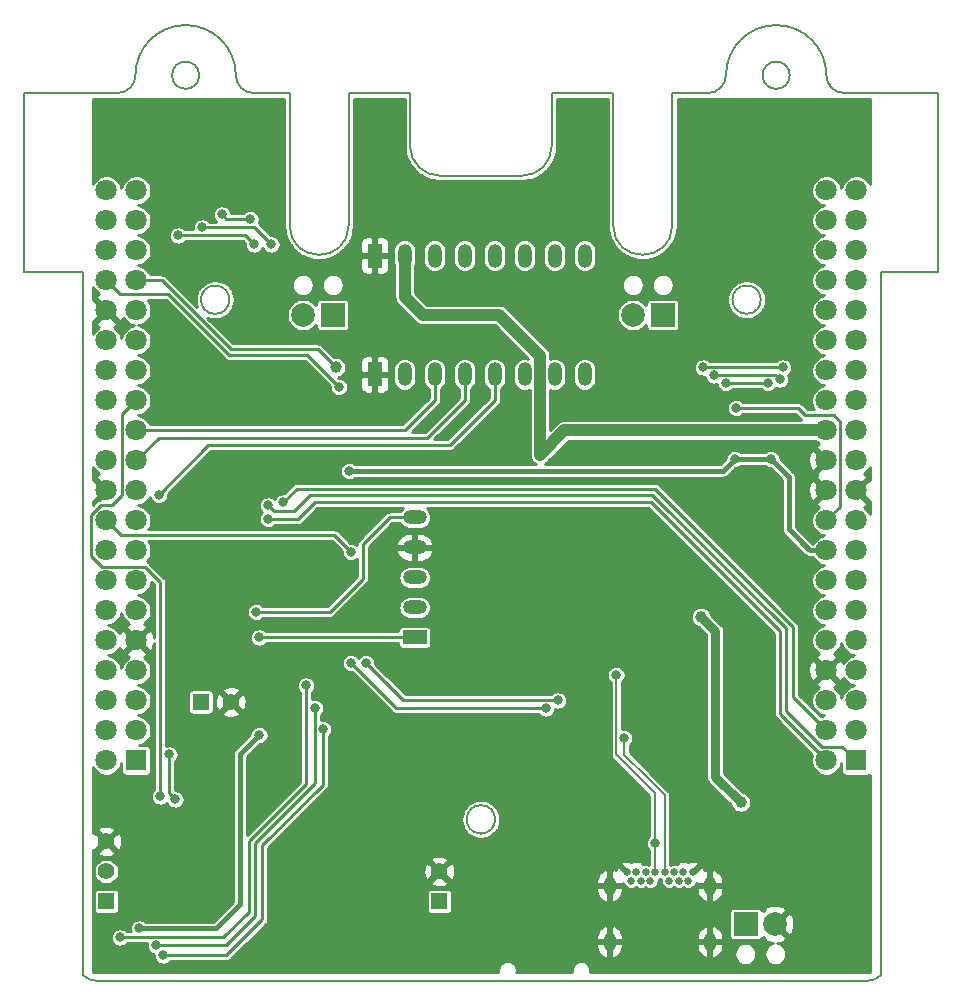
<source format=gbl>
%TF.GenerationSoftware,KiCad,Pcbnew,(5.1.6-0-10_14)*%
%TF.CreationDate,2021-04-08T13:38:13+02:00*%
%TF.ProjectId,gb-mainboard,67622d6d-6169-46e6-926f-6172642e6b69,rev?*%
%TF.SameCoordinates,Original*%
%TF.FileFunction,Copper,L2,Bot*%
%TF.FilePolarity,Positive*%
%FSLAX46Y46*%
G04 Gerber Fmt 4.6, Leading zero omitted, Abs format (unit mm)*
G04 Created by KiCad (PCBNEW (5.1.6-0-10_14)) date 2021-04-08 13:38:13*
%MOMM*%
%LPD*%
G01*
G04 APERTURE LIST*
%TA.AperFunction,Profile*%
%ADD10C,0.150000*%
%TD*%
%TA.AperFunction,ComponentPad*%
%ADD11O,2.000000X1.200000*%
%TD*%
%TA.AperFunction,ComponentPad*%
%ADD12R,2.000000X1.200000*%
%TD*%
%TA.AperFunction,ComponentPad*%
%ADD13R,1.200000X2.000000*%
%TD*%
%TA.AperFunction,ComponentPad*%
%ADD14O,1.200000X2.000000*%
%TD*%
%TA.AperFunction,ComponentPad*%
%ADD15R,1.800000X1.800000*%
%TD*%
%TA.AperFunction,ComponentPad*%
%ADD16C,1.800000*%
%TD*%
%TA.AperFunction,ComponentPad*%
%ADD17C,0.650000*%
%TD*%
%TA.AperFunction,ComponentPad*%
%ADD18O,1.000000X1.600000*%
%TD*%
%TA.AperFunction,ComponentPad*%
%ADD19R,2.000000X2.000000*%
%TD*%
%TA.AperFunction,ComponentPad*%
%ADD20C,2.000000*%
%TD*%
%TA.AperFunction,ComponentPad*%
%ADD21C,1.400000*%
%TD*%
%TA.AperFunction,ComponentPad*%
%ADD22R,1.400000X1.400000*%
%TD*%
%TA.AperFunction,ViaPad*%
%ADD23C,0.800000*%
%TD*%
%TA.AperFunction,ViaPad*%
%ADD24C,1.000000*%
%TD*%
%TA.AperFunction,Conductor*%
%ADD25C,0.750000*%
%TD*%
%TA.AperFunction,Conductor*%
%ADD26C,0.200000*%
%TD*%
%TA.AperFunction,Conductor*%
%ADD27C,1.000000*%
%TD*%
%TA.AperFunction,Conductor*%
%ADD28C,0.250000*%
%TD*%
%TA.AperFunction,Conductor*%
%ADD29C,0.400000*%
%TD*%
%TA.AperFunction,Conductor*%
%ADD30C,0.254000*%
%TD*%
G04 APERTURE END LIST*
D10*
X154959999Y-58430000D02*
G75*
G02*
X152659999Y-58430000I-1150000J0D01*
G01*
X152659999Y-58430000D02*
G75*
G02*
X154959999Y-58430000I1150000J0D01*
G01*
X102660000Y-58430000D02*
G75*
G02*
X104960000Y-58430000I1150000J0D01*
G01*
X104960000Y-58430000D02*
G75*
G02*
X102660000Y-58430000I-1150000J0D01*
G01*
X106310000Y-78630000D02*
G75*
G02*
X106310000Y-76230000I0J1200000D01*
G01*
X106310000Y-76230000D02*
G75*
G02*
X106310000Y-78630000I0J-1200000D01*
G01*
X151309999Y-78630000D02*
G75*
G02*
X151309999Y-76230000I0J1200000D01*
G01*
X151309999Y-76230000D02*
G75*
G02*
X151309999Y-78630000I0J-1200000D01*
G01*
X128809999Y-122630000D02*
X128809999Y-122630000D01*
X128809999Y-122630000D02*
G75*
G02*
X128809999Y-120230000I0J1200000D01*
G01*
X128809999Y-120230000D02*
G75*
G02*
X128809999Y-122630000I0J-1200000D01*
G01*
X167509999Y-59930000D02*
X167509999Y-75130000D01*
X159559999Y-59930000D02*
X167509999Y-59930000D01*
X159559999Y-59930000D02*
G75*
G02*
X158059999Y-58430000I547J1500547D01*
G01*
X153809997Y-54180000D02*
G75*
G02*
X158059999Y-58430000I-1549J-4251551D01*
G01*
X149559998Y-58433101D02*
G75*
G02*
X153809999Y-54180000I4251551J1550D01*
G01*
X149559998Y-58429999D02*
G75*
G02*
X148059999Y-59930000I-1500547J546D01*
G01*
X145009999Y-59930000D02*
X148059999Y-59930000D01*
X145009999Y-71130000D02*
X145009999Y-59930000D01*
X145009999Y-71130000D02*
G75*
G02*
X140009999Y-71130000I-2500000J0D01*
G01*
X140009999Y-59930000D02*
X140009999Y-71130000D01*
X134809999Y-59930000D02*
X140009999Y-59930000D01*
X134809999Y-64430000D02*
X134809999Y-59930000D01*
X134809998Y-64430000D02*
G75*
G02*
X132309999Y-66930000I-2509490J9490D01*
G01*
X125309999Y-66930000D02*
X132309999Y-66930000D01*
X125309999Y-66930001D02*
G75*
G02*
X122809999Y-64430000I9491J2509491D01*
G01*
X122809999Y-59930000D02*
X122809999Y-64430000D01*
X117610000Y-59930000D02*
X122809999Y-59930000D01*
X117610000Y-71130000D02*
X117610000Y-59930000D01*
X117610001Y-71130000D02*
G75*
G02*
X112609999Y-71130000I-2500001J0D01*
G01*
X112609999Y-59930000D02*
X112609999Y-71130000D01*
X109560000Y-59930000D02*
X112609999Y-59930000D01*
X109560000Y-59930000D02*
G75*
G02*
X108060000Y-58430000I547J1500547D01*
G01*
X103809998Y-54180000D02*
G75*
G02*
X108060000Y-58430000I-1549J-4251551D01*
G01*
X99559999Y-58430001D02*
G75*
G02*
X103810000Y-54180000I4251551J-1550D01*
G01*
X99559999Y-58429999D02*
G75*
G02*
X98060000Y-59930000I-1500547J546D01*
G01*
X95110000Y-134630000D02*
X95110000Y-75120000D01*
X96433000Y-135130000D02*
G75*
G02*
X95110000Y-134630000I-1315J1996850D01*
G01*
X161387000Y-135130001D02*
X96433000Y-135130000D01*
X162710000Y-134630000D02*
G75*
G02*
X161387000Y-135130001I-1321686J1496849D01*
G01*
X162710000Y-75130000D02*
X162710000Y-134630000D01*
X167509999Y-75130000D02*
X162710000Y-75130000D01*
X90110000Y-59930000D02*
X98060000Y-59930000D01*
X90110000Y-75130000D02*
X90110000Y-59930000D01*
X95110000Y-75120000D02*
X90110000Y-75130000D01*
D11*
%TO.P,BRD102,5*%
%TO.N,+VIN*%
X123207000Y-95871000D03*
%TO.P,BRD102,4*%
%TO.N,GND*%
X123207000Y-98411000D03*
%TO.P,BRD102,3*%
%TO.N,Net-(BRD102-Pad3)*%
X123207000Y-100951000D03*
%TO.P,BRD102,2*%
%TO.N,Net-(BRD102-Pad2)*%
X123207000Y-103491000D03*
D12*
%TO.P,BRD102,1*%
%TO.N,Net-(BRD102-Pad1)*%
X123207000Y-106031000D03*
%TD*%
D13*
%TO.P,BRD101,16*%
%TO.N,GND*%
X119828000Y-73696000D03*
%TO.P,BRD101,1*%
X119828000Y-83756000D03*
D14*
%TO.P,BRD101,15*%
%TO.N,+VIN*%
X122368000Y-73696000D03*
%TO.P,BRD101,2*%
%TO.N,Net-(BRD101-Pad2)*%
X122368000Y-83756000D03*
%TO.P,BRD101,14*%
%TO.N,Net-(BRD101-Pad14)*%
X124908000Y-73696000D03*
%TO.P,BRD101,3*%
%TO.N,/MOTOR_SX_CTR1*%
X124908000Y-83756000D03*
%TO.P,BRD101,13*%
%TO.N,Net-(BRD101-Pad13)*%
X127448000Y-73696000D03*
%TO.P,BRD101,4*%
%TO.N,/MOTOR_SX_CTR2*%
X127448000Y-83756000D03*
%TO.P,BRD101,12*%
%TO.N,Net-(BRD101-Pad12)*%
X129988000Y-73696000D03*
%TO.P,BRD101,5*%
%TO.N,/MOTOR_DX_CTR2*%
X129988000Y-83756000D03*
%TO.P,BRD101,11*%
%TO.N,Net-(BRD101-Pad11)*%
X132528000Y-73696000D03*
%TO.P,BRD101,6*%
%TO.N,/MOTOR_DX_CTR1*%
X132528000Y-83756000D03*
%TO.P,BRD101,10*%
%TO.N,Net-(BRD101-Pad10)*%
X135068000Y-73696000D03*
%TO.P,BRD101,7*%
%TO.N,/MOTOR_SLEEP*%
X135068000Y-83756000D03*
%TO.P,BRD101,9*%
%TO.N,Net-(BRD101-Pad9)*%
X137608000Y-73696000D03*
%TO.P,BRD101,8*%
%TO.N,/MOTOR_FAULT*%
X137608000Y-83756000D03*
%TD*%
D15*
%TO.P,P101,1*%
%TO.N,/LED_LX_BLUE*%
X160595000Y-116445000D03*
D16*
%TO.P,P101,2*%
%TO.N,/LED_LX_RED*%
X158055000Y-116445000D03*
%TO.P,P101,3*%
%TO.N,Net-(P101-Pad3)*%
X160595000Y-113905000D03*
%TO.P,P101,4*%
%TO.N,/LED_LX_GREEN*%
X158055000Y-113905000D03*
%TO.P,P101,5*%
%TO.N,Net-(P101-Pad5)*%
X160595000Y-111365000D03*
%TO.P,P101,6*%
%TO.N,Net-(P101-Pad6)*%
X158055000Y-111365000D03*
%TO.P,P101,7*%
%TO.N,Net-(P101-Pad7)*%
X160595000Y-108825000D03*
%TO.P,P101,8*%
%TO.N,GND*%
X158055000Y-108825000D03*
%TO.P,P101,9*%
%TO.N,Net-(P101-Pad9)*%
X160595000Y-106285000D03*
%TO.P,P101,10*%
%TO.N,Net-(P101-Pad10)*%
X158055000Y-106285000D03*
%TO.P,P101,11*%
%TO.N,Net-(P101-Pad11)*%
X160595000Y-103745000D03*
%TO.P,P101,12*%
%TO.N,Net-(P101-Pad12)*%
X158055000Y-103745000D03*
%TO.P,P101,13*%
%TO.N,/LED_RX_RED*%
X160595000Y-101205000D03*
%TO.P,P101,14*%
%TO.N,Net-(P101-Pad14)*%
X158055000Y-101205000D03*
%TO.P,P101,15*%
%TO.N,/LED_RX_GREEN*%
X160595000Y-98665000D03*
%TO.P,P101,16*%
%TO.N,+3.3V*%
X158055000Y-98665000D03*
%TO.P,P101,17*%
%TO.N,/LED_RX_BLUE*%
X160595000Y-96125000D03*
%TO.P,P101,18*%
%TO.N,+5V*%
X158055000Y-96125000D03*
%TO.P,P101,19*%
%TO.N,GND*%
X160595000Y-93585000D03*
%TO.P,P101,20*%
X158055000Y-93585000D03*
%TO.P,P101,21*%
%TO.N,Net-(P101-Pad21)*%
X160595000Y-91045000D03*
%TO.P,P101,22*%
%TO.N,GND*%
X158055000Y-91045000D03*
%TO.P,P101,23*%
%TO.N,Net-(P101-Pad23)*%
X160595000Y-88505000D03*
%TO.P,P101,24*%
%TO.N,+VIN*%
X158055000Y-88505000D03*
%TO.P,P101,25*%
%TO.N,Net-(P101-Pad25)*%
X160595000Y-85965000D03*
%TO.P,P101,26*%
%TO.N,Net-(P101-Pad26)*%
X158055000Y-85965000D03*
%TO.P,P101,27*%
%TO.N,Net-(P101-Pad27)*%
X160595000Y-83425000D03*
%TO.P,P101,28*%
%TO.N,Net-(P101-Pad28)*%
X158055000Y-83425000D03*
%TO.P,P101,29*%
%TO.N,Net-(P101-Pad29)*%
X160595000Y-80885000D03*
%TO.P,P101,30*%
%TO.N,Net-(P101-Pad30)*%
X158055000Y-80885000D03*
%TO.P,P101,31*%
%TO.N,Net-(P101-Pad31)*%
X160595000Y-78345000D03*
%TO.P,P101,32*%
%TO.N,Net-(P101-Pad32)*%
X158055000Y-78345000D03*
%TO.P,P101,33*%
%TO.N,Net-(P101-Pad33)*%
X160595000Y-75805000D03*
%TO.P,P101,34*%
%TO.N,/ADC_BAT_STATUS*%
X158055000Y-75805000D03*
%TO.P,P101,35*%
%TO.N,Net-(P101-Pad35)*%
X160595000Y-73265000D03*
%TO.P,P101,36*%
%TO.N,Net-(P101-Pad36)*%
X158055000Y-73265000D03*
%TO.P,P101,37*%
%TO.N,Net-(P101-Pad37)*%
X160595000Y-70725000D03*
%TO.P,P101,38*%
%TO.N,Net-(P101-Pad38)*%
X158055000Y-70725000D03*
%TO.P,P101,39*%
%TO.N,Net-(P101-Pad39)*%
X160595000Y-68185000D03*
%TO.P,P101,40*%
%TO.N,Net-(P101-Pad40)*%
X158055000Y-68185000D03*
%TD*%
%TO.P,P102,40*%
%TO.N,Net-(P102-Pad40)*%
X97095000Y-68185000D03*
%TO.P,P102,39*%
%TO.N,Net-(P102-Pad39)*%
X99635000Y-68185000D03*
%TO.P,P102,38*%
%TO.N,Net-(P102-Pad38)*%
X97095000Y-70725000D03*
%TO.P,P102,37*%
%TO.N,Net-(P102-Pad37)*%
X99635000Y-70725000D03*
%TO.P,P102,36*%
%TO.N,Net-(P102-Pad36)*%
X97095000Y-73265000D03*
%TO.P,P102,35*%
%TO.N,Net-(P102-Pad35)*%
X99635000Y-73265000D03*
%TO.P,P102,34*%
%TO.N,/UART_DBG_TX*%
X97095000Y-75805000D03*
%TO.P,P102,33*%
%TO.N,/MOTOR_DX_CTR1*%
X99635000Y-75805000D03*
%TO.P,P102,32*%
%TO.N,GND*%
X97095000Y-78345000D03*
%TO.P,P102,31*%
%TO.N,Net-(P102-Pad31)*%
X99635000Y-78345000D03*
%TO.P,P102,30*%
%TO.N,/ADDR_2*%
X97095000Y-80885000D03*
%TO.P,P102,29*%
%TO.N,Net-(P102-Pad29)*%
X99635000Y-80885000D03*
%TO.P,P102,28*%
%TO.N,/ADDR_1*%
X97095000Y-83425000D03*
%TO.P,P102,27*%
%TO.N,Net-(P102-Pad27)*%
X99635000Y-83425000D03*
%TO.P,P102,26*%
%TO.N,/ADDR_0*%
X97095000Y-85965000D03*
%TO.P,P102,25*%
%TO.N,/UART_CMD_RX*%
X99635000Y-85965000D03*
%TO.P,P102,24*%
%TO.N,Net-(P102-Pad24)*%
X97095000Y-88505000D03*
%TO.P,P102,23*%
%TO.N,/MOTOR_SX_CTR1*%
X99635000Y-88505000D03*
%TO.P,P102,22*%
%TO.N,Net-(P102-Pad22)*%
X97095000Y-91045000D03*
%TO.P,P102,21*%
%TO.N,/MOTOR_SX_CTR2*%
X99635000Y-91045000D03*
%TO.P,P102,20*%
%TO.N,GND*%
X97095000Y-93585000D03*
%TO.P,P102,19*%
%TO.N,Net-(P102-Pad19)*%
X99635000Y-93585000D03*
%TO.P,P102,18*%
%TO.N,/UART_DBG_RX*%
X97095000Y-96125000D03*
%TO.P,P102,17*%
%TO.N,/UART_CMD_TX*%
X99635000Y-96125000D03*
%TO.P,P102,16*%
%TO.N,Net-(P102-Pad16)*%
X97095000Y-98665000D03*
%TO.P,P102,15*%
%TO.N,Net-(P102-Pad15)*%
X99635000Y-98665000D03*
%TO.P,P102,14*%
%TO.N,/MOTOR_DX_CTR2*%
X97095000Y-101205000D03*
%TO.P,P102,13*%
%TO.N,Net-(P102-Pad13)*%
X99635000Y-101205000D03*
%TO.P,P102,12*%
%TO.N,Net-(P102-Pad12)*%
X97095000Y-103745000D03*
%TO.P,P102,11*%
%TO.N,Net-(P102-Pad11)*%
X99635000Y-103745000D03*
%TO.P,P102,10*%
%TO.N,Net-(P102-Pad10)*%
X97095000Y-106285000D03*
%TO.P,P102,9*%
%TO.N,GND*%
X99635000Y-106285000D03*
%TO.P,P102,8*%
%TO.N,Net-(P102-Pad8)*%
X97095000Y-108825000D03*
%TO.P,P102,7*%
%TO.N,Net-(P102-Pad7)*%
X99635000Y-108825000D03*
%TO.P,P102,6*%
%TO.N,/ESP2MCU_04*%
X97095000Y-111365000D03*
%TO.P,P102,5*%
%TO.N,Net-(P102-Pad5)*%
X99635000Y-111365000D03*
%TO.P,P102,4*%
%TO.N,/ESP2MCU_02*%
X97095000Y-113905000D03*
%TO.P,P102,3*%
%TO.N,Net-(P102-Pad3)*%
X99635000Y-113905000D03*
%TO.P,P102,2*%
%TO.N,/ESP2MCU_01*%
X97095000Y-116445000D03*
D15*
%TO.P,P102,1*%
%TO.N,/ESP2MCU_03*%
X99635000Y-116445000D03*
%TD*%
D17*
%TO.P,P105,B1*%
%TO.N,GND*%
X146758000Y-125888000D03*
%TO.P,P105,B2*%
%TO.N,Net-(P105-PadB2)*%
X146358000Y-126613000D03*
%TO.P,P105,S1*%
%TO.N,GND*%
X145958000Y-125888000D03*
%TO.P,P105,B4*%
%TO.N,+VUSB*%
X145158000Y-125888000D03*
%TO.P,P105,B6*%
%TO.N,/USB_DP*%
X144358000Y-125888000D03*
%TO.P,P105,B7*%
%TO.N,/USB_DM*%
X143558000Y-125888000D03*
%TO.P,P105,B9*%
%TO.N,+VUSB*%
X142758000Y-125888000D03*
%TO.P,P105,S1*%
%TO.N,GND*%
X141958000Y-125888000D03*
%TO.P,P105,B12*%
X141158000Y-125888000D03*
%TO.P,P105,B3*%
%TO.N,Net-(P105-PadB3)*%
X145558000Y-126613000D03*
%TO.P,P105,B5*%
%TO.N,Net-(P105-PadB5)*%
X144758000Y-126613000D03*
%TO.P,P105,B8*%
%TO.N,Net-(P105-PadB8)*%
X143158000Y-126613000D03*
%TO.P,P105,B10*%
%TO.N,Net-(P105-PadB10)*%
X142358000Y-126613000D03*
%TO.P,P105,B11*%
%TO.N,Net-(P105-PadB11)*%
X141558000Y-126613000D03*
D18*
%TO.P,P105,S1*%
%TO.N,GND*%
X148208000Y-127038000D03*
X139708000Y-127038000D03*
X148208000Y-131788000D03*
X139708000Y-131788000D03*
%TD*%
D19*
%TO.P,P103,1*%
%TO.N,Net-(BRD101-Pad14)*%
X116252000Y-78726000D03*
D20*
%TO.P,P103,2*%
%TO.N,Net-(BRD101-Pad13)*%
X113752000Y-78726000D03*
%TD*%
D19*
%TO.P,P104,1*%
%TO.N,Net-(BRD101-Pad12)*%
X144192000Y-78726000D03*
D20*
%TO.P,P104,2*%
%TO.N,Net-(BRD101-Pad11)*%
X141692000Y-78726000D03*
%TD*%
D21*
%TO.P,P107,2*%
%TO.N,GND*%
X125289000Y-125843000D03*
D22*
%TO.P,P107,1*%
%TO.N,/ESP_ENABLE*%
X125289000Y-128383000D03*
%TD*%
%TO.P,P108,1*%
%TO.N,/ESP_BOOT*%
X105096000Y-111492000D03*
D21*
%TO.P,P108,2*%
%TO.N,GND*%
X107636000Y-111492000D03*
%TD*%
%TO.P,P109,2*%
%TO.N,/ESP_PROG_RX*%
X97095000Y-125843000D03*
D22*
%TO.P,P109,1*%
%TO.N,/ESP_PROG_TX*%
X97095000Y-128383000D03*
D21*
%TO.P,P109,3*%
%TO.N,GND*%
X97095000Y-123303000D03*
%TD*%
D19*
%TO.P,P106,1*%
%TO.N,+VBAT*%
X151217000Y-130288000D03*
D20*
%TO.P,P106,2*%
%TO.N,GND*%
X153717000Y-130288000D03*
%TD*%
D23*
%TO.N,GND*%
X151578000Y-113778000D03*
X149800000Y-113778000D03*
X149038000Y-89775000D03*
X117669000Y-133717000D03*
X115637000Y-133717000D03*
X113605000Y-133717000D03*
X111700000Y-133717000D03*
X109668000Y-133717000D03*
X107636000Y-133717000D03*
X119701000Y-133717000D03*
X136909500Y-104189500D03*
X138116000Y-111746000D03*
X150689000Y-114540000D03*
X155134000Y-72757000D03*
D24*
X150562000Y-95871000D03*
X150562000Y-98284000D03*
X150675990Y-103745000D03*
D23*
X103064000Y-93966000D03*
D24*
X150689000Y-110222000D03*
D23*
X104110000Y-82730000D03*
X104110000Y-84880000D03*
X117760000Y-126230000D03*
X114460000Y-122930000D03*
X111160000Y-126230000D03*
X114460000Y-129530000D03*
X117810000Y-123030000D03*
X117710000Y-129530000D03*
D24*
%TO.N,+VUSB*%
X150816000Y-120001000D03*
X147453000Y-104319000D03*
D23*
%TO.N,/USB_DP*%
X140925000Y-114540000D03*
%TO.N,/USB_DM*%
X140275000Y-109206000D03*
X143579069Y-123456890D03*
%TO.N,+VIN*%
X109795000Y-103872000D03*
D24*
X133817990Y-90556990D03*
D23*
%TO.N,Net-(BRD102-Pad1)*%
X110049000Y-106031000D03*
%TO.N,/MOTOR_DX_CTR2*%
X101540000Y-93966000D03*
D24*
%TO.N,/MOTOR_DX_CTR1*%
X116526000Y-83171000D03*
D23*
%TO.N,+3.3V*%
X99889000Y-130669000D03*
X150308000Y-90918000D03*
X110049000Y-114286000D03*
X117669000Y-91933998D03*
X153356000Y-90918000D03*
%TO.N,/LED_LX_GREEN*%
X105223000Y-71320000D03*
X111065000Y-72757000D03*
X112081000Y-94601000D03*
%TO.N,/LED_LX_BLUE*%
X106874000Y-70217000D03*
X109287000Y-70598000D03*
X110811000Y-94855000D03*
%TO.N,/LED_LX_RED*%
X103191000Y-71995000D03*
X109628000Y-72757000D03*
X110811000Y-95998000D03*
%TO.N,+5V*%
X150435000Y-86600000D03*
%TO.N,/UART_CMD_TX*%
X102937000Y-119747000D03*
X102428990Y-115937000D03*
%TO.N,/UART_CMD_RX*%
X101667000Y-119493000D03*
%TO.N,/UART_DBG_RX*%
X134306000Y-112040000D03*
X117796000Y-108190000D03*
X117796000Y-98792000D03*
%TO.N,/UART_DBG_TX*%
X135322000Y-111365000D03*
X119066000Y-108190000D03*
X116780000Y-84822000D03*
%TO.N,Net-(DL104-Pad3)*%
X154118000Y-84187000D03*
X148530000Y-83846000D03*
%TO.N,Net-(DL104-Pad2)*%
X153102000Y-84481000D03*
X149546000Y-84481000D03*
%TO.N,Net-(DL104-Pad4)*%
X147640990Y-83171000D03*
X154372000Y-83171000D03*
%TO.N,Net-(DL106-Pad3)*%
X101286000Y-132106000D03*
X114748000Y-112000000D03*
%TO.N,Net-(DL106-Pad2)*%
X113986000Y-110095000D03*
X98238000Y-131431000D03*
%TO.N,Net-(DL106-Pad4)*%
X101921000Y-132955000D03*
X115423000Y-113778000D03*
%TD*%
D25*
%TO.N,+VUSB*%
X150816000Y-120001000D02*
X148657000Y-117842000D01*
X148657000Y-105523000D02*
X147453000Y-104319000D01*
X148657000Y-117842000D02*
X148657000Y-105523000D01*
D26*
%TO.N,/USB_DP*%
X144358000Y-125888000D02*
X144358000Y-119385000D01*
X144358000Y-119385000D02*
X142942000Y-117969000D01*
X140925000Y-115952000D02*
X140925000Y-114540000D01*
X142942000Y-117969000D02*
X140925000Y-115952000D01*
%TO.N,/USB_DM*%
X143558000Y-125888000D02*
X143558000Y-119220000D01*
X140275000Y-115937000D02*
X140275000Y-109206000D01*
X143558000Y-119220000D02*
X140275000Y-115937000D01*
D27*
%TO.N,+VIN*%
X158055000Y-88505000D02*
X135869980Y-88505000D01*
X135869980Y-88505000D02*
X133817990Y-90556990D01*
D28*
X109795000Y-103872000D02*
X116018000Y-103872000D01*
X116018000Y-103872000D02*
X118812000Y-101078000D01*
X118812000Y-101078000D02*
X118812000Y-98157000D01*
X121098000Y-95871000D02*
X123207000Y-95871000D01*
X118812000Y-98157000D02*
X121098000Y-95871000D01*
D27*
X122368000Y-77202000D02*
X122368000Y-73696000D01*
X130369000Y-78726000D02*
X123892000Y-78726000D01*
X123892000Y-78726000D02*
X122368000Y-77202000D01*
X133817990Y-82174990D02*
X130369000Y-78726000D01*
X133817990Y-90556990D02*
X133817990Y-82174990D01*
D28*
%TO.N,Net-(BRD102-Pad1)*%
X123207000Y-106031000D02*
X110049000Y-106031000D01*
%TO.N,/MOTOR_SX_CTR1*%
X99635000Y-88505000D02*
X122368000Y-88505000D01*
X124908000Y-85965000D02*
X124908000Y-83756000D01*
X122368000Y-88505000D02*
X124908000Y-85965000D01*
%TO.N,/MOTOR_SX_CTR2*%
X99635000Y-91045000D02*
X101540000Y-89140000D01*
X101540000Y-89140000D02*
X124273000Y-89140000D01*
X127448000Y-85965000D02*
X127448000Y-83756000D01*
X124273000Y-89140000D02*
X127448000Y-85965000D01*
%TO.N,/MOTOR_DX_CTR2*%
X126178000Y-89775000D02*
X129988000Y-85965000D01*
X105731000Y-89775000D02*
X126178000Y-89775000D01*
X129988000Y-85965000D02*
X129988000Y-83756000D01*
X101540000Y-93966000D02*
X105731000Y-89775000D01*
%TO.N,/MOTOR_DX_CTR1*%
X101794000Y-75805000D02*
X99635000Y-75805000D01*
X107636000Y-81647000D02*
X101794000Y-75805000D01*
X115002000Y-81647000D02*
X113986000Y-81647000D01*
X116526000Y-83171000D02*
X115002000Y-81647000D01*
X113986000Y-81647000D02*
X107636000Y-81647000D01*
D29*
%TO.N,+3.3V*%
X99889000Y-130669000D02*
X106366000Y-130669000D01*
X106366000Y-130669000D02*
X108398000Y-128637000D01*
X108398000Y-115937000D02*
X110049000Y-114286000D01*
X108398000Y-128637000D02*
X108398000Y-115937000D01*
X153356000Y-90918000D02*
X154880000Y-92442000D01*
X150308000Y-90918000D02*
X153356000Y-90918000D01*
X154880000Y-92442000D02*
X154880000Y-96887000D01*
D28*
X156531000Y-98538000D02*
X156658000Y-98665000D01*
D29*
X155388000Y-97395000D02*
X156531000Y-98538000D01*
X156658000Y-98665000D02*
X155388000Y-97395000D01*
X158055000Y-98665000D02*
X156658000Y-98665000D01*
X154880000Y-96887000D02*
X155388000Y-97395000D01*
X149292002Y-91933998D02*
X117669000Y-91933998D01*
X150308000Y-90918000D02*
X149292002Y-91933998D01*
D28*
%TO.N,/LED_LX_GREEN*%
X158055000Y-113905000D02*
X155261000Y-111111000D01*
X155261000Y-111111000D02*
X155261000Y-105142000D01*
X155261000Y-105142000D02*
X144847000Y-94728000D01*
X144847000Y-94728000D02*
X143577000Y-93458000D01*
X114367000Y-93458000D02*
X113478000Y-93458000D01*
X105223000Y-71320000D02*
X109628000Y-71320000D01*
X109628000Y-71320000D02*
X111065000Y-72757000D01*
X113224000Y-93458000D02*
X114621000Y-93458000D01*
X112081000Y-94601000D02*
X113224000Y-93458000D01*
X114621000Y-93458000D02*
X114367000Y-93458000D01*
X143577000Y-93458000D02*
X114621000Y-93458000D01*
%TO.N,/LED_LX_BLUE*%
X157680997Y-115269999D02*
X154626000Y-112215002D01*
X159419999Y-115269999D02*
X157680997Y-115269999D01*
X160595000Y-116445000D02*
X159419999Y-115269999D01*
X154626000Y-112215002D02*
X154626000Y-105269000D01*
X143323000Y-93966000D02*
X139386000Y-93966000D01*
X154626000Y-105269000D02*
X143323000Y-93966000D01*
X106874000Y-70217000D02*
X107255000Y-70598000D01*
X107255000Y-70598000D02*
X109287000Y-70598000D01*
X110811000Y-94855000D02*
X111319000Y-95363000D01*
X112970000Y-95363000D02*
X114367000Y-93966000D01*
X111319000Y-95363000D02*
X112970000Y-95363000D01*
X139386000Y-93966000D02*
X114367000Y-93966000D01*
%TO.N,/LED_LX_RED*%
X158055000Y-116445000D02*
X154118000Y-112508000D01*
X154118000Y-112508000D02*
X154118000Y-105523000D01*
X154118000Y-105523000D02*
X143196000Y-94601000D01*
X143196000Y-94601000D02*
X130623000Y-94601000D01*
X108866000Y-71995000D02*
X109628000Y-72757000D01*
X103191000Y-71995000D02*
X108866000Y-71995000D01*
X113351000Y-95998000D02*
X114748000Y-94601000D01*
X110811000Y-95998000D02*
X113351000Y-95998000D01*
X130623000Y-94601000D02*
X114748000Y-94601000D01*
%TO.N,+5V*%
X150435000Y-86600000D02*
X155642000Y-86600000D01*
X155642000Y-86600000D02*
X156277000Y-87235000D01*
X159230001Y-87775001D02*
X159230001Y-94949999D01*
X159230001Y-94949999D02*
X158055000Y-96125000D01*
X158690000Y-87235000D02*
X159230001Y-87775001D01*
X156277000Y-87235000D02*
X158690000Y-87235000D01*
%TO.N,/UART_CMD_TX*%
X102428990Y-119238990D02*
X102937000Y-119747000D01*
X102428990Y-115937000D02*
X102428990Y-119238990D01*
%TO.N,/UART_CMD_RX*%
X101667000Y-119493000D02*
X101667000Y-115699988D01*
X98459999Y-93959003D02*
X97564002Y-94855000D01*
X98459999Y-87140001D02*
X98459999Y-93959003D01*
X99635000Y-85965000D02*
X98459999Y-87140001D01*
X96625998Y-94855000D02*
X95825000Y-95655998D01*
X97564002Y-94855000D02*
X96625998Y-94855000D01*
X96720997Y-100029999D02*
X100364999Y-100029999D01*
X95825000Y-95655998D02*
X95825000Y-99134002D01*
X95825000Y-99134002D02*
X96720997Y-100029999D01*
X100364999Y-100029999D02*
X101667000Y-101332000D01*
X101667000Y-115699988D02*
X101667000Y-101332000D01*
%TO.N,/UART_DBG_RX*%
X98365000Y-97395000D02*
X97095000Y-96125000D01*
X121646000Y-112040000D02*
X117796000Y-108190000D01*
X123043000Y-112040000D02*
X121646000Y-112040000D01*
X134306000Y-112040000D02*
X123043000Y-112040000D01*
X107382000Y-97395000D02*
X106747000Y-97395000D01*
X116399000Y-97395000D02*
X104207000Y-97395000D01*
X104207000Y-97395000D02*
X98365000Y-97395000D01*
X106747000Y-97395000D02*
X104207000Y-97395000D01*
X117796000Y-98792000D02*
X116399000Y-97395000D01*
%TO.N,/UART_DBG_TX*%
X97095000Y-75805000D02*
X98270001Y-76980001D01*
X122241000Y-111365000D02*
X119066000Y-108190000D01*
X126686000Y-111365000D02*
X122241000Y-111365000D01*
X126686000Y-111365000D02*
X135322000Y-111365000D01*
X98967999Y-76980001D02*
X102334001Y-76980001D01*
X98270001Y-76980001D02*
X98967999Y-76980001D01*
X98967999Y-76980001D02*
X100302001Y-76980001D01*
X102334001Y-76980001D02*
X107509000Y-82155000D01*
X114113000Y-82155000D02*
X116780000Y-84822000D01*
X107509000Y-82155000D02*
X114113000Y-82155000D01*
%TO.N,Net-(DL104-Pad3)*%
X154118000Y-84187000D02*
X153737000Y-83806000D01*
X148570000Y-83806000D02*
X148530000Y-83846000D01*
X153737000Y-83806000D02*
X148570000Y-83806000D01*
%TO.N,Net-(DL104-Pad2)*%
X153102000Y-84481000D02*
X149546000Y-84481000D01*
%TO.N,Net-(DL104-Pad4)*%
X154372000Y-83171000D02*
X147640990Y-83171000D01*
%TO.N,Net-(DL106-Pad3)*%
X114748000Y-117334000D02*
X114748000Y-112000000D01*
X114748000Y-118350000D02*
X114748000Y-117334000D01*
X109668000Y-123430000D02*
X114748000Y-118350000D01*
X109668000Y-129653000D02*
X109668000Y-123430000D01*
X107215000Y-132106000D02*
X109668000Y-129653000D01*
X101286000Y-132106000D02*
X107215000Y-132106000D01*
%TO.N,Net-(DL106-Pad2)*%
X113986000Y-110095000D02*
X113986000Y-118477000D01*
X113986000Y-118477000D02*
X109160000Y-123303000D01*
X109160000Y-123303000D02*
X109160000Y-128256000D01*
X109160000Y-128256000D02*
X109160000Y-129145000D01*
X109160000Y-129145000D02*
X109160000Y-129272000D01*
X107001000Y-131431000D02*
X98238000Y-131431000D01*
X109160000Y-129272000D02*
X107001000Y-131431000D01*
%TO.N,Net-(DL106-Pad4)*%
X115423000Y-118517000D02*
X115423000Y-113778000D01*
X110303000Y-123637000D02*
X115423000Y-118517000D01*
X107255000Y-132955000D02*
X110303000Y-129907000D01*
X110303000Y-129907000D02*
X110303000Y-123637000D01*
X101921000Y-132955000D02*
X107255000Y-132955000D01*
%TD*%
D30*
%TO.N,GND*%
G36*
X153612001Y-105732593D02*
G01*
X153612000Y-112483154D01*
X153609553Y-112508000D01*
X153612000Y-112532846D01*
X153612000Y-112532853D01*
X153619322Y-112607192D01*
X153648255Y-112702574D01*
X153695241Y-112790479D01*
X153758473Y-112867527D01*
X153777785Y-112883376D01*
X156864973Y-115970565D01*
X156823228Y-116071346D01*
X156774000Y-116318833D01*
X156774000Y-116571167D01*
X156823228Y-116818654D01*
X156919793Y-117051781D01*
X157059982Y-117261590D01*
X157238410Y-117440018D01*
X157448219Y-117580207D01*
X157681346Y-117676772D01*
X157928833Y-117726000D01*
X158181167Y-117726000D01*
X158428654Y-117676772D01*
X158661781Y-117580207D01*
X158871590Y-117440018D01*
X159050018Y-117261590D01*
X159190207Y-117051781D01*
X159286772Y-116818654D01*
X159312157Y-116691034D01*
X159312157Y-117345000D01*
X159319513Y-117419689D01*
X159341299Y-117491508D01*
X159376678Y-117557696D01*
X159424289Y-117615711D01*
X159482304Y-117663322D01*
X159548492Y-117698701D01*
X159620311Y-117720487D01*
X159695000Y-117727843D01*
X161495000Y-117727843D01*
X161569689Y-117720487D01*
X161641508Y-117698701D01*
X161707696Y-117663322D01*
X161738000Y-117638453D01*
X161738000Y-134352000D01*
X138071061Y-134352000D01*
X138085000Y-134281922D01*
X138085000Y-134128078D01*
X138054987Y-133977191D01*
X137996113Y-133835058D01*
X137910642Y-133707141D01*
X137801859Y-133598358D01*
X137673942Y-133512887D01*
X137531809Y-133454013D01*
X137380922Y-133424000D01*
X137227078Y-133424000D01*
X137076191Y-133454013D01*
X136934058Y-133512887D01*
X136806141Y-133598358D01*
X136697358Y-133707141D01*
X136611887Y-133835058D01*
X136553013Y-133977191D01*
X136523000Y-134128078D01*
X136523000Y-134281922D01*
X136536939Y-134352000D01*
X131821061Y-134352000D01*
X131835000Y-134281922D01*
X131835000Y-134128078D01*
X131804987Y-133977191D01*
X131746113Y-133835058D01*
X131660642Y-133707141D01*
X131551859Y-133598358D01*
X131423942Y-133512887D01*
X131281809Y-133454013D01*
X131130922Y-133424000D01*
X130977078Y-133424000D01*
X130826191Y-133454013D01*
X130684058Y-133512887D01*
X130556141Y-133598358D01*
X130447358Y-133707141D01*
X130361887Y-133835058D01*
X130303013Y-133977191D01*
X130273000Y-134128078D01*
X130273000Y-134281922D01*
X130286939Y-134352000D01*
X95952000Y-134352000D01*
X95952000Y-131354078D01*
X97457000Y-131354078D01*
X97457000Y-131507922D01*
X97487013Y-131658809D01*
X97545887Y-131800942D01*
X97631358Y-131928859D01*
X97740141Y-132037642D01*
X97868058Y-132123113D01*
X98010191Y-132181987D01*
X98161078Y-132212000D01*
X98314922Y-132212000D01*
X98465809Y-132181987D01*
X98607942Y-132123113D01*
X98735859Y-132037642D01*
X98836501Y-131937000D01*
X100523315Y-131937000D01*
X100505000Y-132029078D01*
X100505000Y-132182922D01*
X100535013Y-132333809D01*
X100593887Y-132475942D01*
X100679358Y-132603859D01*
X100788141Y-132712642D01*
X100916058Y-132798113D01*
X101058191Y-132856987D01*
X101140922Y-132873443D01*
X101140000Y-132878078D01*
X101140000Y-133031922D01*
X101170013Y-133182809D01*
X101228887Y-133324942D01*
X101314358Y-133452859D01*
X101423141Y-133561642D01*
X101551058Y-133647113D01*
X101693191Y-133705987D01*
X101844078Y-133736000D01*
X101997922Y-133736000D01*
X102148809Y-133705987D01*
X102290942Y-133647113D01*
X102418859Y-133561642D01*
X102519501Y-133461000D01*
X107230154Y-133461000D01*
X107255000Y-133463447D01*
X107279846Y-133461000D01*
X107279854Y-133461000D01*
X107354193Y-133453678D01*
X107449575Y-133424745D01*
X107537479Y-133377759D01*
X107614527Y-133314527D01*
X107630376Y-133295215D01*
X109010591Y-131915000D01*
X138573000Y-131915000D01*
X138573000Y-132215000D01*
X138619585Y-132433987D01*
X138707997Y-132639678D01*
X138834839Y-132824169D01*
X138995236Y-132980369D01*
X139183024Y-133102276D01*
X139406126Y-133182119D01*
X139581000Y-133055954D01*
X139581000Y-131915000D01*
X139835000Y-131915000D01*
X139835000Y-133055954D01*
X140009874Y-133182119D01*
X140232976Y-133102276D01*
X140420764Y-132980369D01*
X140581161Y-132824169D01*
X140708003Y-132639678D01*
X140796415Y-132433987D01*
X140843000Y-132215000D01*
X140843000Y-131915000D01*
X147073000Y-131915000D01*
X147073000Y-132215000D01*
X147119585Y-132433987D01*
X147207997Y-132639678D01*
X147334839Y-132824169D01*
X147495236Y-132980369D01*
X147683024Y-133102276D01*
X147906126Y-133182119D01*
X148081000Y-133055954D01*
X148081000Y-131915000D01*
X148335000Y-131915000D01*
X148335000Y-133055954D01*
X148509874Y-133182119D01*
X148732976Y-133102276D01*
X148920764Y-132980369D01*
X149081161Y-132824169D01*
X149141570Y-132736304D01*
X150266000Y-132736304D01*
X150266000Y-132919696D01*
X150301778Y-133099563D01*
X150371958Y-133268994D01*
X150473845Y-133421478D01*
X150603522Y-133551155D01*
X150756006Y-133653042D01*
X150925437Y-133723222D01*
X151105304Y-133759000D01*
X151288696Y-133759000D01*
X151468563Y-133723222D01*
X151637994Y-133653042D01*
X151790478Y-133551155D01*
X151920155Y-133421478D01*
X152022042Y-133268994D01*
X152092222Y-133099563D01*
X152128000Y-132919696D01*
X152128000Y-132736304D01*
X152092222Y-132556437D01*
X152022042Y-132387006D01*
X151920155Y-132234522D01*
X151790478Y-132104845D01*
X151637994Y-132002958D01*
X151468563Y-131932778D01*
X151288696Y-131897000D01*
X151105304Y-131897000D01*
X150925437Y-131932778D01*
X150756006Y-132002958D01*
X150603522Y-132104845D01*
X150473845Y-132234522D01*
X150371958Y-132387006D01*
X150301778Y-132556437D01*
X150266000Y-132736304D01*
X149141570Y-132736304D01*
X149208003Y-132639678D01*
X149296415Y-132433987D01*
X149343000Y-132215000D01*
X149343000Y-131915000D01*
X148335000Y-131915000D01*
X148081000Y-131915000D01*
X147073000Y-131915000D01*
X140843000Y-131915000D01*
X139835000Y-131915000D01*
X139581000Y-131915000D01*
X138573000Y-131915000D01*
X109010591Y-131915000D01*
X109564591Y-131361000D01*
X138573000Y-131361000D01*
X138573000Y-131661000D01*
X139581000Y-131661000D01*
X139581000Y-130520046D01*
X139835000Y-130520046D01*
X139835000Y-131661000D01*
X140843000Y-131661000D01*
X140843000Y-131361000D01*
X147073000Y-131361000D01*
X147073000Y-131661000D01*
X148081000Y-131661000D01*
X148081000Y-130520046D01*
X148335000Y-130520046D01*
X148335000Y-131661000D01*
X149343000Y-131661000D01*
X149343000Y-131361000D01*
X149296415Y-131142013D01*
X149208003Y-130936322D01*
X149081161Y-130751831D01*
X148920764Y-130595631D01*
X148732976Y-130473724D01*
X148509874Y-130393881D01*
X148335000Y-130520046D01*
X148081000Y-130520046D01*
X147906126Y-130393881D01*
X147683024Y-130473724D01*
X147495236Y-130595631D01*
X147334839Y-130751831D01*
X147207997Y-130936322D01*
X147119585Y-131142013D01*
X147073000Y-131361000D01*
X140843000Y-131361000D01*
X140796415Y-131142013D01*
X140708003Y-130936322D01*
X140581161Y-130751831D01*
X140420764Y-130595631D01*
X140232976Y-130473724D01*
X140009874Y-130393881D01*
X139835000Y-130520046D01*
X139581000Y-130520046D01*
X139406126Y-130393881D01*
X139183024Y-130473724D01*
X138995236Y-130595631D01*
X138834839Y-130751831D01*
X138707997Y-130936322D01*
X138619585Y-131142013D01*
X138573000Y-131361000D01*
X109564591Y-131361000D01*
X110643220Y-130282372D01*
X110662527Y-130266527D01*
X110725759Y-130189479D01*
X110772745Y-130101575D01*
X110801678Y-130006193D01*
X110809000Y-129931854D01*
X110809000Y-129931853D01*
X110811448Y-129907000D01*
X110809000Y-129882146D01*
X110809000Y-127683000D01*
X124206157Y-127683000D01*
X124206157Y-129083000D01*
X124213513Y-129157689D01*
X124235299Y-129229508D01*
X124270678Y-129295696D01*
X124318289Y-129353711D01*
X124376304Y-129401322D01*
X124442492Y-129436701D01*
X124514311Y-129458487D01*
X124589000Y-129465843D01*
X125989000Y-129465843D01*
X126063689Y-129458487D01*
X126135508Y-129436701D01*
X126201696Y-129401322D01*
X126259711Y-129353711D01*
X126307322Y-129295696D01*
X126311435Y-129288000D01*
X149834157Y-129288000D01*
X149834157Y-131288000D01*
X149841513Y-131362689D01*
X149863299Y-131434508D01*
X149898678Y-131500696D01*
X149946289Y-131558711D01*
X150004304Y-131606322D01*
X150070492Y-131641701D01*
X150142311Y-131663487D01*
X150217000Y-131670843D01*
X152217000Y-131670843D01*
X152291689Y-131663487D01*
X152363508Y-131641701D01*
X152429696Y-131606322D01*
X152487711Y-131558711D01*
X152535322Y-131500696D01*
X152560338Y-131453896D01*
X152645525Y-131539083D01*
X152761193Y-131423415D01*
X152856956Y-131687814D01*
X153146571Y-131828704D01*
X153458108Y-131910384D01*
X153550181Y-131915921D01*
X153465437Y-131932778D01*
X153296006Y-132002958D01*
X153143522Y-132104845D01*
X153013845Y-132234522D01*
X152911958Y-132387006D01*
X152841778Y-132556437D01*
X152806000Y-132736304D01*
X152806000Y-132919696D01*
X152841778Y-133099563D01*
X152911958Y-133268994D01*
X153013845Y-133421478D01*
X153143522Y-133551155D01*
X153296006Y-133653042D01*
X153465437Y-133723222D01*
X153645304Y-133759000D01*
X153828696Y-133759000D01*
X154008563Y-133723222D01*
X154177994Y-133653042D01*
X154330478Y-133551155D01*
X154460155Y-133421478D01*
X154562042Y-133268994D01*
X154632222Y-133099563D01*
X154668000Y-132919696D01*
X154668000Y-132736304D01*
X154632222Y-132556437D01*
X154562042Y-132387006D01*
X154460155Y-132234522D01*
X154330478Y-132104845D01*
X154177994Y-132002958D01*
X154008563Y-131932778D01*
X153906020Y-131912381D01*
X154098675Y-131885961D01*
X154403088Y-131780795D01*
X154577044Y-131687814D01*
X154672808Y-131423413D01*
X153717000Y-130467605D01*
X153702858Y-130481748D01*
X153523253Y-130302143D01*
X153537395Y-130288000D01*
X153896605Y-130288000D01*
X154852413Y-131243808D01*
X155116814Y-131148044D01*
X155257704Y-130858429D01*
X155339384Y-130546892D01*
X155358718Y-130225405D01*
X155314961Y-129906325D01*
X155209795Y-129601912D01*
X155116814Y-129427956D01*
X154852413Y-129332192D01*
X153896605Y-130288000D01*
X153537395Y-130288000D01*
X153523253Y-130273858D01*
X153702858Y-130094253D01*
X153717000Y-130108395D01*
X154672808Y-129152587D01*
X154577044Y-128888186D01*
X154287429Y-128747296D01*
X153975892Y-128665616D01*
X153654405Y-128646282D01*
X153335325Y-128690039D01*
X153030912Y-128795205D01*
X152856956Y-128888186D01*
X152761193Y-129152585D01*
X152645525Y-129036917D01*
X152560338Y-129122104D01*
X152535322Y-129075304D01*
X152487711Y-129017289D01*
X152429696Y-128969678D01*
X152363508Y-128934299D01*
X152291689Y-128912513D01*
X152217000Y-128905157D01*
X150217000Y-128905157D01*
X150142311Y-128912513D01*
X150070492Y-128934299D01*
X150004304Y-128969678D01*
X149946289Y-129017289D01*
X149898678Y-129075304D01*
X149863299Y-129141492D01*
X149841513Y-129213311D01*
X149834157Y-129288000D01*
X126311435Y-129288000D01*
X126342701Y-129229508D01*
X126364487Y-129157689D01*
X126371843Y-129083000D01*
X126371843Y-127683000D01*
X126364487Y-127608311D01*
X126342701Y-127536492D01*
X126307322Y-127470304D01*
X126259711Y-127412289D01*
X126201696Y-127364678D01*
X126135508Y-127329299D01*
X126063689Y-127307513D01*
X125989000Y-127300157D01*
X124589000Y-127300157D01*
X124514311Y-127307513D01*
X124442492Y-127329299D01*
X124376304Y-127364678D01*
X124318289Y-127412289D01*
X124270678Y-127470304D01*
X124235299Y-127536492D01*
X124213513Y-127608311D01*
X124206157Y-127683000D01*
X110809000Y-127683000D01*
X110809000Y-126764269D01*
X124547336Y-126764269D01*
X124606797Y-126998037D01*
X124845242Y-127108934D01*
X125100740Y-127171183D01*
X125363473Y-127182390D01*
X125475708Y-127165000D01*
X138573000Y-127165000D01*
X138573000Y-127465000D01*
X138619585Y-127683987D01*
X138707997Y-127889678D01*
X138834839Y-128074169D01*
X138995236Y-128230369D01*
X139183024Y-128352276D01*
X139406126Y-128432119D01*
X139581000Y-128305954D01*
X139581000Y-127165000D01*
X139835000Y-127165000D01*
X139835000Y-128305954D01*
X140009874Y-128432119D01*
X140232976Y-128352276D01*
X140420764Y-128230369D01*
X140581161Y-128074169D01*
X140708003Y-127889678D01*
X140796415Y-127683987D01*
X140843000Y-127465000D01*
X140843000Y-127165000D01*
X139835000Y-127165000D01*
X139581000Y-127165000D01*
X138573000Y-127165000D01*
X125475708Y-127165000D01*
X125623344Y-127142125D01*
X125870366Y-127051935D01*
X125971203Y-126998037D01*
X126030664Y-126764269D01*
X125877395Y-126611000D01*
X138573000Y-126611000D01*
X138573000Y-126911000D01*
X139581000Y-126911000D01*
X139581000Y-125770046D01*
X139406126Y-125643881D01*
X139183024Y-125723724D01*
X138995236Y-125845631D01*
X138834839Y-126001831D01*
X138707997Y-126186322D01*
X138619585Y-126392013D01*
X138573000Y-126611000D01*
X125877395Y-126611000D01*
X125289000Y-126022605D01*
X124547336Y-126764269D01*
X110809000Y-126764269D01*
X110809000Y-125917473D01*
X123949610Y-125917473D01*
X123989875Y-126177344D01*
X124080065Y-126424366D01*
X124133963Y-126525203D01*
X124367731Y-126584664D01*
X125109395Y-125843000D01*
X125468605Y-125843000D01*
X126210269Y-126584664D01*
X126444037Y-126525203D01*
X126554934Y-126286758D01*
X126617183Y-126031260D01*
X126628390Y-125768527D01*
X126588125Y-125508656D01*
X126497935Y-125261634D01*
X126444037Y-125160797D01*
X126210269Y-125101336D01*
X125468605Y-125843000D01*
X125109395Y-125843000D01*
X124367731Y-125101336D01*
X124133963Y-125160797D01*
X124023066Y-125399242D01*
X123960817Y-125654740D01*
X123949610Y-125917473D01*
X110809000Y-125917473D01*
X110809000Y-124921731D01*
X124547336Y-124921731D01*
X125289000Y-125663395D01*
X126030664Y-124921731D01*
X125971203Y-124687963D01*
X125732758Y-124577066D01*
X125477260Y-124514817D01*
X125214527Y-124503610D01*
X124954656Y-124543875D01*
X124707634Y-124634065D01*
X124606797Y-124687963D01*
X124547336Y-124921731D01*
X110809000Y-124921731D01*
X110809000Y-123846591D01*
X113175884Y-121479707D01*
X127155904Y-121479707D01*
X127156526Y-121486044D01*
X127181007Y-121718960D01*
X127189319Y-121759455D01*
X127197061Y-121800041D01*
X127198901Y-121806132D01*
X127198902Y-121806138D01*
X127198904Y-121806144D01*
X127268156Y-122029861D01*
X127284160Y-122067935D01*
X127299654Y-122106283D01*
X127302644Y-122111905D01*
X127414035Y-122317916D01*
X127437138Y-122352169D01*
X127459775Y-122386762D01*
X127463799Y-122391696D01*
X127613083Y-122572149D01*
X127642398Y-122601261D01*
X127671327Y-122630802D01*
X127676233Y-122634860D01*
X127857724Y-122782880D01*
X127892168Y-122805765D01*
X127926249Y-122829101D01*
X127931842Y-122832125D01*
X127931850Y-122832130D01*
X127931858Y-122832133D01*
X128138636Y-122942079D01*
X128176860Y-122957834D01*
X128214834Y-122974110D01*
X128220916Y-122975993D01*
X128445120Y-123043684D01*
X128485669Y-123051713D01*
X128526087Y-123060305D01*
X128532420Y-123060970D01*
X128765501Y-123083824D01*
X128765506Y-123083824D01*
X128787600Y-123086000D01*
X128832398Y-123086000D01*
X128854492Y-123083824D01*
X128854497Y-123083824D01*
X128854502Y-123083823D01*
X128855682Y-123083707D01*
X128871252Y-123083707D01*
X128877584Y-123083041D01*
X129110324Y-123056935D01*
X129150769Y-123048338D01*
X129191292Y-123040315D01*
X129197372Y-123038433D01*
X129197378Y-123038431D01*
X129420611Y-122967617D01*
X129458606Y-122951332D01*
X129496808Y-122935587D01*
X129502400Y-122932562D01*
X129502410Y-122932558D01*
X129502418Y-122932552D01*
X129707639Y-122819732D01*
X129741770Y-122796363D01*
X129776164Y-122773512D01*
X129781065Y-122769457D01*
X129781071Y-122769453D01*
X129781076Y-122769448D01*
X129960477Y-122618913D01*
X129989403Y-122589375D01*
X130018720Y-122560262D01*
X130022744Y-122555328D01*
X130169494Y-122372807D01*
X130192110Y-122338247D01*
X130215236Y-122303962D01*
X130218224Y-122298340D01*
X130326728Y-122090792D01*
X130342215Y-122052462D01*
X130358227Y-122014371D01*
X130360067Y-122008276D01*
X130426191Y-121783605D01*
X130433937Y-121743003D01*
X130442246Y-121702523D01*
X130442866Y-121696197D01*
X130442868Y-121696186D01*
X130442868Y-121696176D01*
X130464093Y-121462950D01*
X130463805Y-121421660D01*
X130464094Y-121380293D01*
X130463472Y-121373956D01*
X130438991Y-121141040D01*
X130430677Y-121100538D01*
X130422937Y-121059960D01*
X130421096Y-121053864D01*
X130421096Y-121053862D01*
X130421094Y-121053856D01*
X130351842Y-120830139D01*
X130335819Y-120792020D01*
X130320344Y-120753717D01*
X130317360Y-120748105D01*
X130317356Y-120748097D01*
X130317351Y-120748090D01*
X130205963Y-120542083D01*
X130182838Y-120507798D01*
X130160223Y-120473238D01*
X130156206Y-120468314D01*
X130156198Y-120468302D01*
X130156189Y-120468293D01*
X130006915Y-120287850D01*
X129977564Y-120258703D01*
X129948671Y-120229198D01*
X129943771Y-120225145D01*
X129943766Y-120225140D01*
X129943761Y-120225136D01*
X129762274Y-120077120D01*
X129727845Y-120054245D01*
X129693749Y-120030899D01*
X129688156Y-120027875D01*
X129688148Y-120027870D01*
X129688140Y-120027867D01*
X129481362Y-119917921D01*
X129443138Y-119902166D01*
X129405164Y-119885890D01*
X129399082Y-119884007D01*
X129174879Y-119816316D01*
X129134329Y-119808287D01*
X129093911Y-119799695D01*
X129087578Y-119799030D01*
X128854497Y-119776176D01*
X128833780Y-119776176D01*
X128813182Y-119774011D01*
X128806814Y-119774011D01*
X128790060Y-119774128D01*
X128770573Y-119776176D01*
X128765502Y-119776176D01*
X128764910Y-119776293D01*
X128748747Y-119776293D01*
X128742414Y-119776959D01*
X128509675Y-119803065D01*
X128469244Y-119811659D01*
X128428706Y-119819685D01*
X128422624Y-119821568D01*
X128199388Y-119892383D01*
X128161406Y-119908662D01*
X128123190Y-119924413D01*
X128117598Y-119927438D01*
X128117588Y-119927442D01*
X128117580Y-119927448D01*
X127912360Y-120040268D01*
X127878262Y-120063615D01*
X127843834Y-120086488D01*
X127838928Y-120090547D01*
X127659521Y-120241087D01*
X127630595Y-120270625D01*
X127601278Y-120299738D01*
X127597254Y-120304672D01*
X127450504Y-120487192D01*
X127427876Y-120521771D01*
X127404762Y-120556038D01*
X127401773Y-120561660D01*
X127293270Y-120769208D01*
X127277789Y-120807524D01*
X127261771Y-120845628D01*
X127259931Y-120851724D01*
X127193807Y-121076394D01*
X127186060Y-121117004D01*
X127177752Y-121157477D01*
X127177132Y-121163803D01*
X127177130Y-121163814D01*
X127177130Y-121163824D01*
X127155905Y-121397050D01*
X127156193Y-121438340D01*
X127155904Y-121479707D01*
X113175884Y-121479707D01*
X115763220Y-118892372D01*
X115782527Y-118876527D01*
X115845759Y-118799479D01*
X115892745Y-118711575D01*
X115921678Y-118616193D01*
X115929000Y-118541854D01*
X115929000Y-118541847D01*
X115931447Y-118517001D01*
X115929000Y-118492155D01*
X115929000Y-114376501D01*
X116029642Y-114275859D01*
X116115113Y-114147942D01*
X116173987Y-114005809D01*
X116204000Y-113854922D01*
X116204000Y-113701078D01*
X116173987Y-113550191D01*
X116115113Y-113408058D01*
X116029642Y-113280141D01*
X115920859Y-113171358D01*
X115792942Y-113085887D01*
X115650809Y-113027013D01*
X115499922Y-112997000D01*
X115346078Y-112997000D01*
X115254000Y-113015315D01*
X115254000Y-112598501D01*
X115354642Y-112497859D01*
X115440113Y-112369942D01*
X115498987Y-112227809D01*
X115529000Y-112076922D01*
X115529000Y-111923078D01*
X115498987Y-111772191D01*
X115440113Y-111630058D01*
X115354642Y-111502141D01*
X115245859Y-111393358D01*
X115117942Y-111307887D01*
X114975809Y-111249013D01*
X114824922Y-111219000D01*
X114671078Y-111219000D01*
X114520191Y-111249013D01*
X114492000Y-111260690D01*
X114492000Y-110693501D01*
X114592642Y-110592859D01*
X114678113Y-110464942D01*
X114736987Y-110322809D01*
X114767000Y-110171922D01*
X114767000Y-110018078D01*
X114736987Y-109867191D01*
X114678113Y-109725058D01*
X114592642Y-109597141D01*
X114483859Y-109488358D01*
X114355942Y-109402887D01*
X114213809Y-109344013D01*
X114062922Y-109314000D01*
X113909078Y-109314000D01*
X113758191Y-109344013D01*
X113616058Y-109402887D01*
X113488141Y-109488358D01*
X113379358Y-109597141D01*
X113293887Y-109725058D01*
X113235013Y-109867191D01*
X113205000Y-110018078D01*
X113205000Y-110171922D01*
X113235013Y-110322809D01*
X113293887Y-110464942D01*
X113379358Y-110592859D01*
X113480000Y-110693501D01*
X113480001Y-118267407D01*
X108979000Y-122768409D01*
X108979000Y-116177657D01*
X110089658Y-115067000D01*
X110125922Y-115067000D01*
X110276809Y-115036987D01*
X110418942Y-114978113D01*
X110546859Y-114892642D01*
X110655642Y-114783859D01*
X110741113Y-114655942D01*
X110799987Y-114513809D01*
X110830000Y-114362922D01*
X110830000Y-114209078D01*
X110799987Y-114058191D01*
X110741113Y-113916058D01*
X110655642Y-113788141D01*
X110546859Y-113679358D01*
X110418942Y-113593887D01*
X110276809Y-113535013D01*
X110125922Y-113505000D01*
X109972078Y-113505000D01*
X109821191Y-113535013D01*
X109679058Y-113593887D01*
X109551141Y-113679358D01*
X109442358Y-113788141D01*
X109356887Y-113916058D01*
X109298013Y-114058191D01*
X109268000Y-114209078D01*
X109268000Y-114245342D01*
X108007355Y-115505987D01*
X107985184Y-115524183D01*
X107939232Y-115580176D01*
X107912579Y-115612653D01*
X107858629Y-115713586D01*
X107825407Y-115823105D01*
X107814189Y-115937000D01*
X107817001Y-115965550D01*
X107817000Y-128396342D01*
X106125343Y-130088000D01*
X100412501Y-130088000D01*
X100386859Y-130062358D01*
X100258942Y-129976887D01*
X100116809Y-129918013D01*
X99965922Y-129888000D01*
X99812078Y-129888000D01*
X99661191Y-129918013D01*
X99519058Y-129976887D01*
X99391141Y-130062358D01*
X99282358Y-130171141D01*
X99196887Y-130299058D01*
X99138013Y-130441191D01*
X99108000Y-130592078D01*
X99108000Y-130745922D01*
X99138013Y-130896809D01*
X99149690Y-130925000D01*
X98836501Y-130925000D01*
X98735859Y-130824358D01*
X98607942Y-130738887D01*
X98465809Y-130680013D01*
X98314922Y-130650000D01*
X98161078Y-130650000D01*
X98010191Y-130680013D01*
X97868058Y-130738887D01*
X97740141Y-130824358D01*
X97631358Y-130933141D01*
X97545887Y-131061058D01*
X97487013Y-131203191D01*
X97457000Y-131354078D01*
X95952000Y-131354078D01*
X95952000Y-127683000D01*
X96012157Y-127683000D01*
X96012157Y-129083000D01*
X96019513Y-129157689D01*
X96041299Y-129229508D01*
X96076678Y-129295696D01*
X96124289Y-129353711D01*
X96182304Y-129401322D01*
X96248492Y-129436701D01*
X96320311Y-129458487D01*
X96395000Y-129465843D01*
X97795000Y-129465843D01*
X97869689Y-129458487D01*
X97941508Y-129436701D01*
X98007696Y-129401322D01*
X98065711Y-129353711D01*
X98113322Y-129295696D01*
X98148701Y-129229508D01*
X98170487Y-129157689D01*
X98177843Y-129083000D01*
X98177843Y-127683000D01*
X98170487Y-127608311D01*
X98148701Y-127536492D01*
X98113322Y-127470304D01*
X98065711Y-127412289D01*
X98007696Y-127364678D01*
X97941508Y-127329299D01*
X97869689Y-127307513D01*
X97795000Y-127300157D01*
X96395000Y-127300157D01*
X96320311Y-127307513D01*
X96248492Y-127329299D01*
X96182304Y-127364678D01*
X96124289Y-127412289D01*
X96076678Y-127470304D01*
X96041299Y-127536492D01*
X96019513Y-127608311D01*
X96012157Y-127683000D01*
X95952000Y-127683000D01*
X95952000Y-125736531D01*
X96014000Y-125736531D01*
X96014000Y-125949469D01*
X96055543Y-126158316D01*
X96137031Y-126355045D01*
X96255333Y-126532097D01*
X96405903Y-126682667D01*
X96582955Y-126800969D01*
X96779684Y-126882457D01*
X96988531Y-126924000D01*
X97201469Y-126924000D01*
X97410316Y-126882457D01*
X97607045Y-126800969D01*
X97784097Y-126682667D01*
X97934667Y-126532097D01*
X98052969Y-126355045D01*
X98134457Y-126158316D01*
X98176000Y-125949469D01*
X98176000Y-125736531D01*
X98134457Y-125527684D01*
X98052969Y-125330955D01*
X97934667Y-125153903D01*
X97784097Y-125003333D01*
X97607045Y-124885031D01*
X97410316Y-124803543D01*
X97201469Y-124762000D01*
X96988531Y-124762000D01*
X96779684Y-124803543D01*
X96582955Y-124885031D01*
X96405903Y-125003333D01*
X96255333Y-125153903D01*
X96137031Y-125330955D01*
X96055543Y-125527684D01*
X96014000Y-125736531D01*
X95952000Y-125736531D01*
X95952000Y-124224269D01*
X96353336Y-124224269D01*
X96412797Y-124458037D01*
X96651242Y-124568934D01*
X96906740Y-124631183D01*
X97169473Y-124642390D01*
X97429344Y-124602125D01*
X97676366Y-124511935D01*
X97777203Y-124458037D01*
X97836664Y-124224269D01*
X97095000Y-123482605D01*
X96353336Y-124224269D01*
X95952000Y-124224269D01*
X95952000Y-123988265D01*
X96173731Y-124044664D01*
X96915395Y-123303000D01*
X97274605Y-123303000D01*
X98016269Y-124044664D01*
X98250037Y-123985203D01*
X98360934Y-123746758D01*
X98423183Y-123491260D01*
X98434390Y-123228527D01*
X98394125Y-122968656D01*
X98303935Y-122721634D01*
X98250037Y-122620797D01*
X98016269Y-122561336D01*
X97274605Y-123303000D01*
X96915395Y-123303000D01*
X96173731Y-122561336D01*
X95952000Y-122617735D01*
X95952000Y-122381731D01*
X96353336Y-122381731D01*
X97095000Y-123123395D01*
X97836664Y-122381731D01*
X97777203Y-122147963D01*
X97538758Y-122037066D01*
X97283260Y-121974817D01*
X97020527Y-121963610D01*
X96760656Y-122003875D01*
X96513634Y-122094065D01*
X96412797Y-122147963D01*
X96353336Y-122381731D01*
X95952000Y-122381731D01*
X95952000Y-117032967D01*
X95959793Y-117051781D01*
X96099982Y-117261590D01*
X96278410Y-117440018D01*
X96488219Y-117580207D01*
X96721346Y-117676772D01*
X96968833Y-117726000D01*
X97221167Y-117726000D01*
X97468654Y-117676772D01*
X97701781Y-117580207D01*
X97911590Y-117440018D01*
X98090018Y-117261590D01*
X98230207Y-117051781D01*
X98326772Y-116818654D01*
X98352157Y-116691034D01*
X98352157Y-117345000D01*
X98359513Y-117419689D01*
X98381299Y-117491508D01*
X98416678Y-117557696D01*
X98464289Y-117615711D01*
X98522304Y-117663322D01*
X98588492Y-117698701D01*
X98660311Y-117720487D01*
X98735000Y-117727843D01*
X100535000Y-117727843D01*
X100609689Y-117720487D01*
X100681508Y-117698701D01*
X100747696Y-117663322D01*
X100805711Y-117615711D01*
X100853322Y-117557696D01*
X100888701Y-117491508D01*
X100910487Y-117419689D01*
X100917843Y-117345000D01*
X100917843Y-115545000D01*
X100910487Y-115470311D01*
X100888701Y-115398492D01*
X100853322Y-115332304D01*
X100805711Y-115274289D01*
X100747696Y-115226678D01*
X100681508Y-115191299D01*
X100609689Y-115169513D01*
X100535000Y-115162157D01*
X99881034Y-115162157D01*
X100008654Y-115136772D01*
X100241781Y-115040207D01*
X100451590Y-114900018D01*
X100630018Y-114721590D01*
X100770207Y-114511781D01*
X100866772Y-114278654D01*
X100916000Y-114031167D01*
X100916000Y-113778833D01*
X100866772Y-113531346D01*
X100770207Y-113298219D01*
X100630018Y-113088410D01*
X100451590Y-112909982D01*
X100241781Y-112769793D01*
X100008654Y-112673228D01*
X99816468Y-112635000D01*
X100008654Y-112596772D01*
X100241781Y-112500207D01*
X100451590Y-112360018D01*
X100630018Y-112181590D01*
X100770207Y-111971781D01*
X100866772Y-111738654D01*
X100916000Y-111491167D01*
X100916000Y-111238833D01*
X100866772Y-110991346D01*
X100770207Y-110758219D01*
X100630018Y-110548410D01*
X100451590Y-110369982D01*
X100241781Y-110229793D01*
X100008654Y-110133228D01*
X99816468Y-110095000D01*
X100008654Y-110056772D01*
X100241781Y-109960207D01*
X100451590Y-109820018D01*
X100630018Y-109641590D01*
X100770207Y-109431781D01*
X100866772Y-109198654D01*
X100916000Y-108951167D01*
X100916000Y-108698833D01*
X100866772Y-108451346D01*
X100770207Y-108218219D01*
X100630018Y-108008410D01*
X100451590Y-107829982D01*
X100250636Y-107695709D01*
X100286199Y-107683222D01*
X100435792Y-107603261D01*
X100519475Y-107349080D01*
X99635000Y-106464605D01*
X98750525Y-107349080D01*
X98834208Y-107603261D01*
X99022438Y-107693656D01*
X98818410Y-107829982D01*
X98639982Y-108008410D01*
X98499793Y-108218219D01*
X98403228Y-108451346D01*
X98365000Y-108643532D01*
X98326772Y-108451346D01*
X98230207Y-108218219D01*
X98090018Y-108008410D01*
X97911590Y-107829982D01*
X97701781Y-107689793D01*
X97468654Y-107593228D01*
X97276468Y-107555000D01*
X97468654Y-107516772D01*
X97701781Y-107420207D01*
X97911590Y-107280018D01*
X98090018Y-107101590D01*
X98224291Y-106900636D01*
X98236778Y-106936199D01*
X98316739Y-107085792D01*
X98570920Y-107169475D01*
X99455395Y-106285000D01*
X98570920Y-105400525D01*
X98316739Y-105484208D01*
X98226344Y-105672438D01*
X98090018Y-105468410D01*
X97911590Y-105289982D01*
X97701781Y-105149793D01*
X97468654Y-105053228D01*
X97276468Y-105015000D01*
X97468654Y-104976772D01*
X97701781Y-104880207D01*
X97911590Y-104740018D01*
X98090018Y-104561590D01*
X98230207Y-104351781D01*
X98326772Y-104118654D01*
X98365000Y-103926468D01*
X98403228Y-104118654D01*
X98499793Y-104351781D01*
X98639982Y-104561590D01*
X98818410Y-104740018D01*
X99019364Y-104874291D01*
X98983801Y-104886778D01*
X98834208Y-104966739D01*
X98750525Y-105220920D01*
X99635000Y-106105395D01*
X100519475Y-105220920D01*
X100435792Y-104966739D01*
X100247562Y-104876344D01*
X100451590Y-104740018D01*
X100630018Y-104561590D01*
X100770207Y-104351781D01*
X100866772Y-104118654D01*
X100916000Y-103871167D01*
X100916000Y-103618833D01*
X100866772Y-103371346D01*
X100770207Y-103138219D01*
X100630018Y-102928410D01*
X100451590Y-102749982D01*
X100241781Y-102609793D01*
X100008654Y-102513228D01*
X99816468Y-102475000D01*
X100008654Y-102436772D01*
X100241781Y-102340207D01*
X100451590Y-102200018D01*
X100630018Y-102021590D01*
X100770207Y-101811781D01*
X100866772Y-101578654D01*
X100916000Y-101331167D01*
X100916000Y-101296592D01*
X101161001Y-101541593D01*
X101161001Y-106113094D01*
X101133397Y-105919093D01*
X101033222Y-105633801D01*
X100953261Y-105484208D01*
X100699080Y-105400525D01*
X99814605Y-106285000D01*
X100699080Y-107169475D01*
X100953261Y-107085792D01*
X101084158Y-106813225D01*
X101159365Y-106520358D01*
X101161001Y-106490656D01*
X101161000Y-115724841D01*
X101161001Y-115724851D01*
X101161000Y-118894499D01*
X101060358Y-118995141D01*
X100974887Y-119123058D01*
X100916013Y-119265191D01*
X100886000Y-119416078D01*
X100886000Y-119569922D01*
X100916013Y-119720809D01*
X100974887Y-119862942D01*
X101060358Y-119990859D01*
X101169141Y-120099642D01*
X101297058Y-120185113D01*
X101439191Y-120243987D01*
X101590078Y-120274000D01*
X101743922Y-120274000D01*
X101894809Y-120243987D01*
X102036942Y-120185113D01*
X102164859Y-120099642D01*
X102216380Y-120048121D01*
X102244887Y-120116942D01*
X102330358Y-120244859D01*
X102439141Y-120353642D01*
X102567058Y-120439113D01*
X102709191Y-120497987D01*
X102860078Y-120528000D01*
X103013922Y-120528000D01*
X103164809Y-120497987D01*
X103306942Y-120439113D01*
X103434859Y-120353642D01*
X103543642Y-120244859D01*
X103629113Y-120116942D01*
X103687987Y-119974809D01*
X103718000Y-119823922D01*
X103718000Y-119670078D01*
X103687987Y-119519191D01*
X103629113Y-119377058D01*
X103543642Y-119249141D01*
X103434859Y-119140358D01*
X103306942Y-119054887D01*
X103164809Y-118996013D01*
X103013922Y-118966000D01*
X102934990Y-118966000D01*
X102934990Y-116535501D01*
X103035632Y-116434859D01*
X103121103Y-116306942D01*
X103179977Y-116164809D01*
X103209990Y-116013922D01*
X103209990Y-115860078D01*
X103179977Y-115709191D01*
X103121103Y-115567058D01*
X103035632Y-115439141D01*
X102926849Y-115330358D01*
X102798932Y-115244887D01*
X102656799Y-115186013D01*
X102505912Y-115156000D01*
X102352068Y-115156000D01*
X102201181Y-115186013D01*
X102173000Y-115197686D01*
X102173000Y-110792000D01*
X104013157Y-110792000D01*
X104013157Y-112192000D01*
X104020513Y-112266689D01*
X104042299Y-112338508D01*
X104077678Y-112404696D01*
X104125289Y-112462711D01*
X104183304Y-112510322D01*
X104249492Y-112545701D01*
X104321311Y-112567487D01*
X104396000Y-112574843D01*
X105796000Y-112574843D01*
X105870689Y-112567487D01*
X105942508Y-112545701D01*
X106008696Y-112510322D01*
X106066711Y-112462711D01*
X106107286Y-112413269D01*
X106894336Y-112413269D01*
X106953797Y-112647037D01*
X107192242Y-112757934D01*
X107447740Y-112820183D01*
X107710473Y-112831390D01*
X107970344Y-112791125D01*
X108217366Y-112700935D01*
X108318203Y-112647037D01*
X108377664Y-112413269D01*
X107636000Y-111671605D01*
X106894336Y-112413269D01*
X106107286Y-112413269D01*
X106114322Y-112404696D01*
X106149701Y-112338508D01*
X106171487Y-112266689D01*
X106178843Y-112192000D01*
X106178843Y-111566473D01*
X106296610Y-111566473D01*
X106336875Y-111826344D01*
X106427065Y-112073366D01*
X106480963Y-112174203D01*
X106714731Y-112233664D01*
X107456395Y-111492000D01*
X107815605Y-111492000D01*
X108557269Y-112233664D01*
X108791037Y-112174203D01*
X108901934Y-111935758D01*
X108964183Y-111680260D01*
X108975390Y-111417527D01*
X108935125Y-111157656D01*
X108844935Y-110910634D01*
X108791037Y-110809797D01*
X108557269Y-110750336D01*
X107815605Y-111492000D01*
X107456395Y-111492000D01*
X106714731Y-110750336D01*
X106480963Y-110809797D01*
X106370066Y-111048242D01*
X106307817Y-111303740D01*
X106296610Y-111566473D01*
X106178843Y-111566473D01*
X106178843Y-110792000D01*
X106171487Y-110717311D01*
X106149701Y-110645492D01*
X106114322Y-110579304D01*
X106107287Y-110570731D01*
X106894336Y-110570731D01*
X107636000Y-111312395D01*
X108377664Y-110570731D01*
X108318203Y-110336963D01*
X108079758Y-110226066D01*
X107824260Y-110163817D01*
X107561527Y-110152610D01*
X107301656Y-110192875D01*
X107054634Y-110283065D01*
X106953797Y-110336963D01*
X106894336Y-110570731D01*
X106107287Y-110570731D01*
X106066711Y-110521289D01*
X106008696Y-110473678D01*
X105942508Y-110438299D01*
X105870689Y-110416513D01*
X105796000Y-110409157D01*
X104396000Y-110409157D01*
X104321311Y-110416513D01*
X104249492Y-110438299D01*
X104183304Y-110473678D01*
X104125289Y-110521289D01*
X104077678Y-110579304D01*
X104042299Y-110645492D01*
X104020513Y-110717311D01*
X104013157Y-110792000D01*
X102173000Y-110792000D01*
X102173000Y-108113078D01*
X117015000Y-108113078D01*
X117015000Y-108266922D01*
X117045013Y-108417809D01*
X117103887Y-108559942D01*
X117189358Y-108687859D01*
X117298141Y-108796642D01*
X117426058Y-108882113D01*
X117568191Y-108940987D01*
X117719078Y-108971000D01*
X117861409Y-108971000D01*
X121270628Y-112380220D01*
X121286473Y-112399527D01*
X121363521Y-112462759D01*
X121428479Y-112497480D01*
X121451425Y-112509745D01*
X121546806Y-112538678D01*
X121556694Y-112539652D01*
X121621146Y-112546000D01*
X121621153Y-112546000D01*
X121645999Y-112548447D01*
X121670845Y-112546000D01*
X133707499Y-112546000D01*
X133808141Y-112646642D01*
X133936058Y-112732113D01*
X134078191Y-112790987D01*
X134229078Y-112821000D01*
X134382922Y-112821000D01*
X134533809Y-112790987D01*
X134675942Y-112732113D01*
X134803859Y-112646642D01*
X134912642Y-112537859D01*
X134998113Y-112409942D01*
X135056987Y-112267809D01*
X135087000Y-112116922D01*
X135087000Y-112113008D01*
X135094191Y-112115987D01*
X135245078Y-112146000D01*
X135398922Y-112146000D01*
X135549809Y-112115987D01*
X135691942Y-112057113D01*
X135819859Y-111971642D01*
X135928642Y-111862859D01*
X136014113Y-111734942D01*
X136072987Y-111592809D01*
X136103000Y-111441922D01*
X136103000Y-111288078D01*
X136072987Y-111137191D01*
X136014113Y-110995058D01*
X135928642Y-110867141D01*
X135819859Y-110758358D01*
X135691942Y-110672887D01*
X135549809Y-110614013D01*
X135398922Y-110584000D01*
X135245078Y-110584000D01*
X135094191Y-110614013D01*
X134952058Y-110672887D01*
X134824141Y-110758358D01*
X134723499Y-110859000D01*
X122450592Y-110859000D01*
X120720670Y-109129078D01*
X139494000Y-109129078D01*
X139494000Y-109282922D01*
X139524013Y-109433809D01*
X139582887Y-109575942D01*
X139668358Y-109703859D01*
X139777141Y-109812642D01*
X139794001Y-109823907D01*
X139794000Y-115913374D01*
X139791673Y-115937000D01*
X139794000Y-115960625D01*
X139800960Y-116031291D01*
X139828464Y-116121960D01*
X139873128Y-116205522D01*
X139933236Y-116278764D01*
X139951594Y-116293830D01*
X143077001Y-119419238D01*
X143077000Y-122854458D01*
X142972427Y-122959031D01*
X142886956Y-123086948D01*
X142828082Y-123229081D01*
X142798069Y-123379968D01*
X142798069Y-123533812D01*
X142828082Y-123684699D01*
X142886956Y-123826832D01*
X142972427Y-123954749D01*
X143077000Y-124059322D01*
X143077000Y-125255965D01*
X142963933Y-125209131D01*
X142827535Y-125182000D01*
X142688465Y-125182000D01*
X142627477Y-125194131D01*
X142549869Y-125116523D01*
X142430931Y-125235461D01*
X142417323Y-125039730D01*
X142243008Y-124966419D01*
X142057740Y-124928525D01*
X141868639Y-124927503D01*
X141682972Y-124963392D01*
X141557501Y-125014571D01*
X141443008Y-124966419D01*
X141257740Y-124928525D01*
X141068639Y-124927503D01*
X140882972Y-124963392D01*
X140707874Y-125034813D01*
X140698677Y-125039730D01*
X140685069Y-125235464D01*
X141041209Y-125591604D01*
X141036419Y-125602992D01*
X140998525Y-125788260D01*
X140997729Y-125935619D01*
X140964253Y-125902143D01*
X140978395Y-125888000D01*
X140505464Y-125415069D01*
X140309730Y-125428677D01*
X140236419Y-125602992D01*
X140213174Y-125716637D01*
X140009874Y-125643881D01*
X139835000Y-125770046D01*
X139835000Y-126911000D01*
X140843000Y-126911000D01*
X140843000Y-126796967D01*
X140872992Y-126809581D01*
X140877452Y-126810493D01*
X140879131Y-126818933D01*
X140932351Y-126947416D01*
X141009614Y-127063049D01*
X141107951Y-127161386D01*
X141223584Y-127238649D01*
X141352067Y-127291869D01*
X141488465Y-127319000D01*
X141627535Y-127319000D01*
X141763933Y-127291869D01*
X141892416Y-127238649D01*
X141958000Y-127194827D01*
X142023584Y-127238649D01*
X142152067Y-127291869D01*
X142288465Y-127319000D01*
X142427535Y-127319000D01*
X142563933Y-127291869D01*
X142692416Y-127238649D01*
X142758000Y-127194827D01*
X142823584Y-127238649D01*
X142952067Y-127291869D01*
X143088465Y-127319000D01*
X143227535Y-127319000D01*
X143363933Y-127291869D01*
X143492416Y-127238649D01*
X143608049Y-127161386D01*
X143706386Y-127063049D01*
X143783649Y-126947416D01*
X143836869Y-126818933D01*
X143864000Y-126682535D01*
X143864000Y-126543465D01*
X143860684Y-126526793D01*
X143892416Y-126513649D01*
X143958000Y-126469827D01*
X144023584Y-126513649D01*
X144055316Y-126526793D01*
X144052000Y-126543465D01*
X144052000Y-126682535D01*
X144079131Y-126818933D01*
X144132351Y-126947416D01*
X144209614Y-127063049D01*
X144307951Y-127161386D01*
X144423584Y-127238649D01*
X144552067Y-127291869D01*
X144688465Y-127319000D01*
X144827535Y-127319000D01*
X144963933Y-127291869D01*
X145092416Y-127238649D01*
X145158000Y-127194827D01*
X145223584Y-127238649D01*
X145352067Y-127291869D01*
X145488465Y-127319000D01*
X145627535Y-127319000D01*
X145763933Y-127291869D01*
X145892416Y-127238649D01*
X145958000Y-127194827D01*
X146023584Y-127238649D01*
X146152067Y-127291869D01*
X146288465Y-127319000D01*
X146427535Y-127319000D01*
X146563933Y-127291869D01*
X146692416Y-127238649D01*
X146802640Y-127165000D01*
X147073000Y-127165000D01*
X147073000Y-127465000D01*
X147119585Y-127683987D01*
X147207997Y-127889678D01*
X147334839Y-128074169D01*
X147495236Y-128230369D01*
X147683024Y-128352276D01*
X147906126Y-128432119D01*
X148081000Y-128305954D01*
X148081000Y-127165000D01*
X148335000Y-127165000D01*
X148335000Y-128305954D01*
X148509874Y-128432119D01*
X148732976Y-128352276D01*
X148920764Y-128230369D01*
X149081161Y-128074169D01*
X149208003Y-127889678D01*
X149296415Y-127683987D01*
X149343000Y-127465000D01*
X149343000Y-127165000D01*
X148335000Y-127165000D01*
X148081000Y-127165000D01*
X147073000Y-127165000D01*
X146802640Y-127165000D01*
X146808049Y-127161386D01*
X146906386Y-127063049D01*
X146983649Y-126947416D01*
X147036869Y-126818933D01*
X147038577Y-126810344D01*
X147073000Y-126796304D01*
X147073000Y-126911000D01*
X148081000Y-126911000D01*
X148081000Y-125770046D01*
X148335000Y-125770046D01*
X148335000Y-126911000D01*
X149343000Y-126911000D01*
X149343000Y-126611000D01*
X149296415Y-126392013D01*
X149208003Y-126186322D01*
X149081161Y-126001831D01*
X148920764Y-125845631D01*
X148732976Y-125723724D01*
X148509874Y-125643881D01*
X148335000Y-125770046D01*
X148081000Y-125770046D01*
X147906126Y-125643881D01*
X147702658Y-125716697D01*
X147682608Y-125612972D01*
X147611187Y-125437874D01*
X147606270Y-125428677D01*
X147410536Y-125415069D01*
X146937605Y-125888000D01*
X146951748Y-125902143D01*
X146917754Y-125936136D01*
X146918497Y-125798639D01*
X146882608Y-125612972D01*
X146874153Y-125592242D01*
X147230931Y-125235464D01*
X147217323Y-125039730D01*
X147043008Y-124966419D01*
X146857740Y-124928525D01*
X146668639Y-124927503D01*
X146482972Y-124963392D01*
X146357501Y-125014571D01*
X146243008Y-124966419D01*
X146057740Y-124928525D01*
X145868639Y-124927503D01*
X145682972Y-124963392D01*
X145507874Y-125034813D01*
X145498677Y-125039730D01*
X145485069Y-125235461D01*
X145366131Y-125116523D01*
X145288523Y-125194131D01*
X145227535Y-125182000D01*
X145088465Y-125182000D01*
X144952067Y-125209131D01*
X144839000Y-125255965D01*
X144839000Y-119408615D01*
X144841326Y-119384999D01*
X144839000Y-119361383D01*
X144839000Y-119361374D01*
X144832040Y-119290708D01*
X144804536Y-119200039D01*
X144759872Y-119116478D01*
X144699764Y-119043236D01*
X144681412Y-119028175D01*
X143298828Y-117645592D01*
X143298824Y-117645587D01*
X141406000Y-115752764D01*
X141406000Y-115157907D01*
X141422859Y-115146642D01*
X141531642Y-115037859D01*
X141617113Y-114909942D01*
X141675987Y-114767809D01*
X141706000Y-114616922D01*
X141706000Y-114463078D01*
X141675987Y-114312191D01*
X141617113Y-114170058D01*
X141531642Y-114042141D01*
X141422859Y-113933358D01*
X141294942Y-113847887D01*
X141152809Y-113789013D01*
X141001922Y-113759000D01*
X140848078Y-113759000D01*
X140756000Y-113777315D01*
X140756000Y-109823907D01*
X140772859Y-109812642D01*
X140881642Y-109703859D01*
X140967113Y-109575942D01*
X141025987Y-109433809D01*
X141056000Y-109282922D01*
X141056000Y-109129078D01*
X141025987Y-108978191D01*
X140967113Y-108836058D01*
X140881642Y-108708141D01*
X140772859Y-108599358D01*
X140644942Y-108513887D01*
X140502809Y-108455013D01*
X140351922Y-108425000D01*
X140198078Y-108425000D01*
X140047191Y-108455013D01*
X139905058Y-108513887D01*
X139777141Y-108599358D01*
X139668358Y-108708141D01*
X139582887Y-108836058D01*
X139524013Y-108978191D01*
X139494000Y-109129078D01*
X120720670Y-109129078D01*
X119847000Y-108255409D01*
X119847000Y-108113078D01*
X119816987Y-107962191D01*
X119758113Y-107820058D01*
X119672642Y-107692141D01*
X119563859Y-107583358D01*
X119435942Y-107497887D01*
X119293809Y-107439013D01*
X119142922Y-107409000D01*
X118989078Y-107409000D01*
X118838191Y-107439013D01*
X118696058Y-107497887D01*
X118568141Y-107583358D01*
X118459358Y-107692141D01*
X118431000Y-107734582D01*
X118402642Y-107692141D01*
X118293859Y-107583358D01*
X118165942Y-107497887D01*
X118023809Y-107439013D01*
X117872922Y-107409000D01*
X117719078Y-107409000D01*
X117568191Y-107439013D01*
X117426058Y-107497887D01*
X117298141Y-107583358D01*
X117189358Y-107692141D01*
X117103887Y-107820058D01*
X117045013Y-107962191D01*
X117015000Y-108113078D01*
X102173000Y-108113078D01*
X102173000Y-105954078D01*
X109268000Y-105954078D01*
X109268000Y-106107922D01*
X109298013Y-106258809D01*
X109356887Y-106400942D01*
X109442358Y-106528859D01*
X109551141Y-106637642D01*
X109679058Y-106723113D01*
X109821191Y-106781987D01*
X109972078Y-106812000D01*
X110125922Y-106812000D01*
X110276809Y-106781987D01*
X110418942Y-106723113D01*
X110546859Y-106637642D01*
X110647501Y-106537000D01*
X121824157Y-106537000D01*
X121824157Y-106631000D01*
X121831513Y-106705689D01*
X121853299Y-106777508D01*
X121888678Y-106843696D01*
X121936289Y-106901711D01*
X121994304Y-106949322D01*
X122060492Y-106984701D01*
X122132311Y-107006487D01*
X122207000Y-107013843D01*
X124207000Y-107013843D01*
X124281689Y-107006487D01*
X124353508Y-106984701D01*
X124419696Y-106949322D01*
X124477711Y-106901711D01*
X124525322Y-106843696D01*
X124560701Y-106777508D01*
X124582487Y-106705689D01*
X124589843Y-106631000D01*
X124589843Y-105431000D01*
X124582487Y-105356311D01*
X124560701Y-105284492D01*
X124525322Y-105218304D01*
X124477711Y-105160289D01*
X124419696Y-105112678D01*
X124353508Y-105077299D01*
X124281689Y-105055513D01*
X124207000Y-105048157D01*
X122207000Y-105048157D01*
X122132311Y-105055513D01*
X122060492Y-105077299D01*
X121994304Y-105112678D01*
X121936289Y-105160289D01*
X121888678Y-105218304D01*
X121853299Y-105284492D01*
X121831513Y-105356311D01*
X121824157Y-105431000D01*
X121824157Y-105525000D01*
X110647501Y-105525000D01*
X110546859Y-105424358D01*
X110418942Y-105338887D01*
X110276809Y-105280013D01*
X110125922Y-105250000D01*
X109972078Y-105250000D01*
X109821191Y-105280013D01*
X109679058Y-105338887D01*
X109551141Y-105424358D01*
X109442358Y-105533141D01*
X109356887Y-105661058D01*
X109298013Y-105803191D01*
X109268000Y-105954078D01*
X102173000Y-105954078D01*
X102173000Y-101356845D01*
X102175447Y-101331999D01*
X102173000Y-101307153D01*
X102173000Y-101307146D01*
X102165678Y-101232807D01*
X102136745Y-101137425D01*
X102089759Y-101049521D01*
X102026527Y-100972473D01*
X102007220Y-100956628D01*
X100740375Y-99689784D01*
X100724526Y-99670472D01*
X100647478Y-99607240D01*
X100559574Y-99560254D01*
X100553267Y-99558341D01*
X100630018Y-99481590D01*
X100770207Y-99271781D01*
X100866772Y-99038654D01*
X100916000Y-98791167D01*
X100916000Y-98538833D01*
X100866772Y-98291346D01*
X100770207Y-98058219D01*
X100665157Y-97901000D01*
X116189409Y-97901000D01*
X117015000Y-98726592D01*
X117015000Y-98868922D01*
X117045013Y-99019809D01*
X117103887Y-99161942D01*
X117189358Y-99289859D01*
X117298141Y-99398642D01*
X117426058Y-99484113D01*
X117568191Y-99542987D01*
X117719078Y-99573000D01*
X117872922Y-99573000D01*
X118023809Y-99542987D01*
X118165942Y-99484113D01*
X118293859Y-99398642D01*
X118306001Y-99386500D01*
X118306000Y-100868408D01*
X115808409Y-103366000D01*
X110393501Y-103366000D01*
X110292859Y-103265358D01*
X110164942Y-103179887D01*
X110022809Y-103121013D01*
X109871922Y-103091000D01*
X109718078Y-103091000D01*
X109567191Y-103121013D01*
X109425058Y-103179887D01*
X109297141Y-103265358D01*
X109188358Y-103374141D01*
X109102887Y-103502058D01*
X109044013Y-103644191D01*
X109014000Y-103795078D01*
X109014000Y-103948922D01*
X109044013Y-104099809D01*
X109102887Y-104241942D01*
X109188358Y-104369859D01*
X109297141Y-104478642D01*
X109425058Y-104564113D01*
X109567191Y-104622987D01*
X109718078Y-104653000D01*
X109871922Y-104653000D01*
X110022809Y-104622987D01*
X110164942Y-104564113D01*
X110292859Y-104478642D01*
X110393501Y-104378000D01*
X115993154Y-104378000D01*
X116018000Y-104380447D01*
X116042846Y-104378000D01*
X116042854Y-104378000D01*
X116117193Y-104370678D01*
X116212575Y-104341745D01*
X116300479Y-104294759D01*
X116377527Y-104231527D01*
X116393376Y-104212215D01*
X117114591Y-103491000D01*
X121821254Y-103491000D01*
X121840195Y-103683310D01*
X121896289Y-103868229D01*
X121987382Y-104038651D01*
X122109972Y-104188028D01*
X122259349Y-104310618D01*
X122429771Y-104401711D01*
X122614690Y-104457805D01*
X122758813Y-104472000D01*
X123655187Y-104472000D01*
X123799310Y-104457805D01*
X123984229Y-104401711D01*
X124154651Y-104310618D01*
X124250168Y-104232229D01*
X146572000Y-104232229D01*
X146572000Y-104405771D01*
X146605856Y-104575978D01*
X146672268Y-104736310D01*
X146768682Y-104880605D01*
X146891395Y-105003318D01*
X147035690Y-105099732D01*
X147196022Y-105166144D01*
X147239685Y-105174829D01*
X147901001Y-105836146D01*
X147901000Y-117804871D01*
X147897343Y-117842000D01*
X147901000Y-117879128D01*
X147911940Y-117990201D01*
X147955168Y-118132707D01*
X148025368Y-118264042D01*
X148119841Y-118379159D01*
X148148694Y-118402838D01*
X149960171Y-120214316D01*
X149968856Y-120257978D01*
X150035268Y-120418310D01*
X150131682Y-120562605D01*
X150254395Y-120685318D01*
X150398690Y-120781732D01*
X150559022Y-120848144D01*
X150729229Y-120882000D01*
X150902771Y-120882000D01*
X151072978Y-120848144D01*
X151233310Y-120781732D01*
X151377605Y-120685318D01*
X151500318Y-120562605D01*
X151596732Y-120418310D01*
X151663144Y-120257978D01*
X151697000Y-120087771D01*
X151697000Y-119914229D01*
X151663144Y-119744022D01*
X151596732Y-119583690D01*
X151500318Y-119439395D01*
X151377605Y-119316682D01*
X151233310Y-119220268D01*
X151072978Y-119153856D01*
X151029316Y-119145171D01*
X149413000Y-117528856D01*
X149413000Y-105560128D01*
X149416657Y-105522999D01*
X149402060Y-105374798D01*
X149387993Y-105328425D01*
X149358832Y-105232292D01*
X149288632Y-105100957D01*
X149194159Y-104985841D01*
X149165311Y-104962166D01*
X148308829Y-104105685D01*
X148300144Y-104062022D01*
X148233732Y-103901690D01*
X148137318Y-103757395D01*
X148014605Y-103634682D01*
X147870310Y-103538268D01*
X147709978Y-103471856D01*
X147539771Y-103438000D01*
X147366229Y-103438000D01*
X147196022Y-103471856D01*
X147035690Y-103538268D01*
X146891395Y-103634682D01*
X146768682Y-103757395D01*
X146672268Y-103901690D01*
X146605856Y-104062022D01*
X146572000Y-104232229D01*
X124250168Y-104232229D01*
X124304028Y-104188028D01*
X124426618Y-104038651D01*
X124517711Y-103868229D01*
X124573805Y-103683310D01*
X124592746Y-103491000D01*
X124573805Y-103298690D01*
X124517711Y-103113771D01*
X124426618Y-102943349D01*
X124304028Y-102793972D01*
X124154651Y-102671382D01*
X123984229Y-102580289D01*
X123799310Y-102524195D01*
X123655187Y-102510000D01*
X122758813Y-102510000D01*
X122614690Y-102524195D01*
X122429771Y-102580289D01*
X122259349Y-102671382D01*
X122109972Y-102793972D01*
X121987382Y-102943349D01*
X121896289Y-103113771D01*
X121840195Y-103298690D01*
X121821254Y-103491000D01*
X117114591Y-103491000D01*
X119152220Y-101453372D01*
X119171527Y-101437527D01*
X119234759Y-101360479D01*
X119281745Y-101272575D01*
X119310678Y-101177193D01*
X119318000Y-101102854D01*
X119318000Y-101102853D01*
X119320448Y-101078000D01*
X119318000Y-101053146D01*
X119318000Y-100951000D01*
X121821254Y-100951000D01*
X121840195Y-101143310D01*
X121896289Y-101328229D01*
X121987382Y-101498651D01*
X122109972Y-101648028D01*
X122259349Y-101770618D01*
X122429771Y-101861711D01*
X122614690Y-101917805D01*
X122758813Y-101932000D01*
X123655187Y-101932000D01*
X123799310Y-101917805D01*
X123984229Y-101861711D01*
X124154651Y-101770618D01*
X124304028Y-101648028D01*
X124426618Y-101498651D01*
X124517711Y-101328229D01*
X124573805Y-101143310D01*
X124592746Y-100951000D01*
X124573805Y-100758690D01*
X124517711Y-100573771D01*
X124426618Y-100403349D01*
X124304028Y-100253972D01*
X124154651Y-100131382D01*
X123984229Y-100040289D01*
X123799310Y-99984195D01*
X123655187Y-99970000D01*
X122758813Y-99970000D01*
X122614690Y-99984195D01*
X122429771Y-100040289D01*
X122259349Y-100131382D01*
X122109972Y-100253972D01*
X121987382Y-100403349D01*
X121896289Y-100573771D01*
X121840195Y-100758690D01*
X121821254Y-100951000D01*
X119318000Y-100951000D01*
X119318000Y-98728609D01*
X121613538Y-98728609D01*
X121617409Y-98766282D01*
X121709579Y-98991533D01*
X121843922Y-99194474D01*
X122015275Y-99367307D01*
X122217054Y-99503390D01*
X122441504Y-99597493D01*
X122680000Y-99646000D01*
X123080000Y-99646000D01*
X123080000Y-98538000D01*
X123334000Y-98538000D01*
X123334000Y-99646000D01*
X123734000Y-99646000D01*
X123972496Y-99597493D01*
X124196946Y-99503390D01*
X124398725Y-99367307D01*
X124570078Y-99194474D01*
X124704421Y-98991533D01*
X124796591Y-98766282D01*
X124800462Y-98728609D01*
X124675731Y-98538000D01*
X123334000Y-98538000D01*
X123080000Y-98538000D01*
X121738269Y-98538000D01*
X121613538Y-98728609D01*
X119318000Y-98728609D01*
X119318000Y-98366591D01*
X119591200Y-98093391D01*
X121613538Y-98093391D01*
X121738269Y-98284000D01*
X123080000Y-98284000D01*
X123080000Y-97176000D01*
X123334000Y-97176000D01*
X123334000Y-98284000D01*
X124675731Y-98284000D01*
X124800462Y-98093391D01*
X124796591Y-98055718D01*
X124704421Y-97830467D01*
X124570078Y-97627526D01*
X124398725Y-97454693D01*
X124196946Y-97318610D01*
X123972496Y-97224507D01*
X123734000Y-97176000D01*
X123334000Y-97176000D01*
X123080000Y-97176000D01*
X122680000Y-97176000D01*
X122441504Y-97224507D01*
X122217054Y-97318610D01*
X122015275Y-97454693D01*
X121843922Y-97627526D01*
X121709579Y-97830467D01*
X121617409Y-98055718D01*
X121613538Y-98093391D01*
X119591200Y-98093391D01*
X121307592Y-96377000D01*
X121965119Y-96377000D01*
X121987382Y-96418651D01*
X122109972Y-96568028D01*
X122259349Y-96690618D01*
X122429771Y-96781711D01*
X122614690Y-96837805D01*
X122758813Y-96852000D01*
X123655187Y-96852000D01*
X123799310Y-96837805D01*
X123984229Y-96781711D01*
X124154651Y-96690618D01*
X124304028Y-96568028D01*
X124426618Y-96418651D01*
X124517711Y-96248229D01*
X124573805Y-96063310D01*
X124592746Y-95871000D01*
X124573805Y-95678690D01*
X124517711Y-95493771D01*
X124426618Y-95323349D01*
X124304028Y-95173972D01*
X124222422Y-95107000D01*
X142986409Y-95107000D01*
X153612001Y-105732593D01*
G37*
X153612001Y-105732593D02*
X153612000Y-112483154D01*
X153609553Y-112508000D01*
X153612000Y-112532846D01*
X153612000Y-112532853D01*
X153619322Y-112607192D01*
X153648255Y-112702574D01*
X153695241Y-112790479D01*
X153758473Y-112867527D01*
X153777785Y-112883376D01*
X156864973Y-115970565D01*
X156823228Y-116071346D01*
X156774000Y-116318833D01*
X156774000Y-116571167D01*
X156823228Y-116818654D01*
X156919793Y-117051781D01*
X157059982Y-117261590D01*
X157238410Y-117440018D01*
X157448219Y-117580207D01*
X157681346Y-117676772D01*
X157928833Y-117726000D01*
X158181167Y-117726000D01*
X158428654Y-117676772D01*
X158661781Y-117580207D01*
X158871590Y-117440018D01*
X159050018Y-117261590D01*
X159190207Y-117051781D01*
X159286772Y-116818654D01*
X159312157Y-116691034D01*
X159312157Y-117345000D01*
X159319513Y-117419689D01*
X159341299Y-117491508D01*
X159376678Y-117557696D01*
X159424289Y-117615711D01*
X159482304Y-117663322D01*
X159548492Y-117698701D01*
X159620311Y-117720487D01*
X159695000Y-117727843D01*
X161495000Y-117727843D01*
X161569689Y-117720487D01*
X161641508Y-117698701D01*
X161707696Y-117663322D01*
X161738000Y-117638453D01*
X161738000Y-134352000D01*
X138071061Y-134352000D01*
X138085000Y-134281922D01*
X138085000Y-134128078D01*
X138054987Y-133977191D01*
X137996113Y-133835058D01*
X137910642Y-133707141D01*
X137801859Y-133598358D01*
X137673942Y-133512887D01*
X137531809Y-133454013D01*
X137380922Y-133424000D01*
X137227078Y-133424000D01*
X137076191Y-133454013D01*
X136934058Y-133512887D01*
X136806141Y-133598358D01*
X136697358Y-133707141D01*
X136611887Y-133835058D01*
X136553013Y-133977191D01*
X136523000Y-134128078D01*
X136523000Y-134281922D01*
X136536939Y-134352000D01*
X131821061Y-134352000D01*
X131835000Y-134281922D01*
X131835000Y-134128078D01*
X131804987Y-133977191D01*
X131746113Y-133835058D01*
X131660642Y-133707141D01*
X131551859Y-133598358D01*
X131423942Y-133512887D01*
X131281809Y-133454013D01*
X131130922Y-133424000D01*
X130977078Y-133424000D01*
X130826191Y-133454013D01*
X130684058Y-133512887D01*
X130556141Y-133598358D01*
X130447358Y-133707141D01*
X130361887Y-133835058D01*
X130303013Y-133977191D01*
X130273000Y-134128078D01*
X130273000Y-134281922D01*
X130286939Y-134352000D01*
X95952000Y-134352000D01*
X95952000Y-131354078D01*
X97457000Y-131354078D01*
X97457000Y-131507922D01*
X97487013Y-131658809D01*
X97545887Y-131800942D01*
X97631358Y-131928859D01*
X97740141Y-132037642D01*
X97868058Y-132123113D01*
X98010191Y-132181987D01*
X98161078Y-132212000D01*
X98314922Y-132212000D01*
X98465809Y-132181987D01*
X98607942Y-132123113D01*
X98735859Y-132037642D01*
X98836501Y-131937000D01*
X100523315Y-131937000D01*
X100505000Y-132029078D01*
X100505000Y-132182922D01*
X100535013Y-132333809D01*
X100593887Y-132475942D01*
X100679358Y-132603859D01*
X100788141Y-132712642D01*
X100916058Y-132798113D01*
X101058191Y-132856987D01*
X101140922Y-132873443D01*
X101140000Y-132878078D01*
X101140000Y-133031922D01*
X101170013Y-133182809D01*
X101228887Y-133324942D01*
X101314358Y-133452859D01*
X101423141Y-133561642D01*
X101551058Y-133647113D01*
X101693191Y-133705987D01*
X101844078Y-133736000D01*
X101997922Y-133736000D01*
X102148809Y-133705987D01*
X102290942Y-133647113D01*
X102418859Y-133561642D01*
X102519501Y-133461000D01*
X107230154Y-133461000D01*
X107255000Y-133463447D01*
X107279846Y-133461000D01*
X107279854Y-133461000D01*
X107354193Y-133453678D01*
X107449575Y-133424745D01*
X107537479Y-133377759D01*
X107614527Y-133314527D01*
X107630376Y-133295215D01*
X109010591Y-131915000D01*
X138573000Y-131915000D01*
X138573000Y-132215000D01*
X138619585Y-132433987D01*
X138707997Y-132639678D01*
X138834839Y-132824169D01*
X138995236Y-132980369D01*
X139183024Y-133102276D01*
X139406126Y-133182119D01*
X139581000Y-133055954D01*
X139581000Y-131915000D01*
X139835000Y-131915000D01*
X139835000Y-133055954D01*
X140009874Y-133182119D01*
X140232976Y-133102276D01*
X140420764Y-132980369D01*
X140581161Y-132824169D01*
X140708003Y-132639678D01*
X140796415Y-132433987D01*
X140843000Y-132215000D01*
X140843000Y-131915000D01*
X147073000Y-131915000D01*
X147073000Y-132215000D01*
X147119585Y-132433987D01*
X147207997Y-132639678D01*
X147334839Y-132824169D01*
X147495236Y-132980369D01*
X147683024Y-133102276D01*
X147906126Y-133182119D01*
X148081000Y-133055954D01*
X148081000Y-131915000D01*
X148335000Y-131915000D01*
X148335000Y-133055954D01*
X148509874Y-133182119D01*
X148732976Y-133102276D01*
X148920764Y-132980369D01*
X149081161Y-132824169D01*
X149141570Y-132736304D01*
X150266000Y-132736304D01*
X150266000Y-132919696D01*
X150301778Y-133099563D01*
X150371958Y-133268994D01*
X150473845Y-133421478D01*
X150603522Y-133551155D01*
X150756006Y-133653042D01*
X150925437Y-133723222D01*
X151105304Y-133759000D01*
X151288696Y-133759000D01*
X151468563Y-133723222D01*
X151637994Y-133653042D01*
X151790478Y-133551155D01*
X151920155Y-133421478D01*
X152022042Y-133268994D01*
X152092222Y-133099563D01*
X152128000Y-132919696D01*
X152128000Y-132736304D01*
X152092222Y-132556437D01*
X152022042Y-132387006D01*
X151920155Y-132234522D01*
X151790478Y-132104845D01*
X151637994Y-132002958D01*
X151468563Y-131932778D01*
X151288696Y-131897000D01*
X151105304Y-131897000D01*
X150925437Y-131932778D01*
X150756006Y-132002958D01*
X150603522Y-132104845D01*
X150473845Y-132234522D01*
X150371958Y-132387006D01*
X150301778Y-132556437D01*
X150266000Y-132736304D01*
X149141570Y-132736304D01*
X149208003Y-132639678D01*
X149296415Y-132433987D01*
X149343000Y-132215000D01*
X149343000Y-131915000D01*
X148335000Y-131915000D01*
X148081000Y-131915000D01*
X147073000Y-131915000D01*
X140843000Y-131915000D01*
X139835000Y-131915000D01*
X139581000Y-131915000D01*
X138573000Y-131915000D01*
X109010591Y-131915000D01*
X109564591Y-131361000D01*
X138573000Y-131361000D01*
X138573000Y-131661000D01*
X139581000Y-131661000D01*
X139581000Y-130520046D01*
X139835000Y-130520046D01*
X139835000Y-131661000D01*
X140843000Y-131661000D01*
X140843000Y-131361000D01*
X147073000Y-131361000D01*
X147073000Y-131661000D01*
X148081000Y-131661000D01*
X148081000Y-130520046D01*
X148335000Y-130520046D01*
X148335000Y-131661000D01*
X149343000Y-131661000D01*
X149343000Y-131361000D01*
X149296415Y-131142013D01*
X149208003Y-130936322D01*
X149081161Y-130751831D01*
X148920764Y-130595631D01*
X148732976Y-130473724D01*
X148509874Y-130393881D01*
X148335000Y-130520046D01*
X148081000Y-130520046D01*
X147906126Y-130393881D01*
X147683024Y-130473724D01*
X147495236Y-130595631D01*
X147334839Y-130751831D01*
X147207997Y-130936322D01*
X147119585Y-131142013D01*
X147073000Y-131361000D01*
X140843000Y-131361000D01*
X140796415Y-131142013D01*
X140708003Y-130936322D01*
X140581161Y-130751831D01*
X140420764Y-130595631D01*
X140232976Y-130473724D01*
X140009874Y-130393881D01*
X139835000Y-130520046D01*
X139581000Y-130520046D01*
X139406126Y-130393881D01*
X139183024Y-130473724D01*
X138995236Y-130595631D01*
X138834839Y-130751831D01*
X138707997Y-130936322D01*
X138619585Y-131142013D01*
X138573000Y-131361000D01*
X109564591Y-131361000D01*
X110643220Y-130282372D01*
X110662527Y-130266527D01*
X110725759Y-130189479D01*
X110772745Y-130101575D01*
X110801678Y-130006193D01*
X110809000Y-129931854D01*
X110809000Y-129931853D01*
X110811448Y-129907000D01*
X110809000Y-129882146D01*
X110809000Y-127683000D01*
X124206157Y-127683000D01*
X124206157Y-129083000D01*
X124213513Y-129157689D01*
X124235299Y-129229508D01*
X124270678Y-129295696D01*
X124318289Y-129353711D01*
X124376304Y-129401322D01*
X124442492Y-129436701D01*
X124514311Y-129458487D01*
X124589000Y-129465843D01*
X125989000Y-129465843D01*
X126063689Y-129458487D01*
X126135508Y-129436701D01*
X126201696Y-129401322D01*
X126259711Y-129353711D01*
X126307322Y-129295696D01*
X126311435Y-129288000D01*
X149834157Y-129288000D01*
X149834157Y-131288000D01*
X149841513Y-131362689D01*
X149863299Y-131434508D01*
X149898678Y-131500696D01*
X149946289Y-131558711D01*
X150004304Y-131606322D01*
X150070492Y-131641701D01*
X150142311Y-131663487D01*
X150217000Y-131670843D01*
X152217000Y-131670843D01*
X152291689Y-131663487D01*
X152363508Y-131641701D01*
X152429696Y-131606322D01*
X152487711Y-131558711D01*
X152535322Y-131500696D01*
X152560338Y-131453896D01*
X152645525Y-131539083D01*
X152761193Y-131423415D01*
X152856956Y-131687814D01*
X153146571Y-131828704D01*
X153458108Y-131910384D01*
X153550181Y-131915921D01*
X153465437Y-131932778D01*
X153296006Y-132002958D01*
X153143522Y-132104845D01*
X153013845Y-132234522D01*
X152911958Y-132387006D01*
X152841778Y-132556437D01*
X152806000Y-132736304D01*
X152806000Y-132919696D01*
X152841778Y-133099563D01*
X152911958Y-133268994D01*
X153013845Y-133421478D01*
X153143522Y-133551155D01*
X153296006Y-133653042D01*
X153465437Y-133723222D01*
X153645304Y-133759000D01*
X153828696Y-133759000D01*
X154008563Y-133723222D01*
X154177994Y-133653042D01*
X154330478Y-133551155D01*
X154460155Y-133421478D01*
X154562042Y-133268994D01*
X154632222Y-133099563D01*
X154668000Y-132919696D01*
X154668000Y-132736304D01*
X154632222Y-132556437D01*
X154562042Y-132387006D01*
X154460155Y-132234522D01*
X154330478Y-132104845D01*
X154177994Y-132002958D01*
X154008563Y-131932778D01*
X153906020Y-131912381D01*
X154098675Y-131885961D01*
X154403088Y-131780795D01*
X154577044Y-131687814D01*
X154672808Y-131423413D01*
X153717000Y-130467605D01*
X153702858Y-130481748D01*
X153523253Y-130302143D01*
X153537395Y-130288000D01*
X153896605Y-130288000D01*
X154852413Y-131243808D01*
X155116814Y-131148044D01*
X155257704Y-130858429D01*
X155339384Y-130546892D01*
X155358718Y-130225405D01*
X155314961Y-129906325D01*
X155209795Y-129601912D01*
X155116814Y-129427956D01*
X154852413Y-129332192D01*
X153896605Y-130288000D01*
X153537395Y-130288000D01*
X153523253Y-130273858D01*
X153702858Y-130094253D01*
X153717000Y-130108395D01*
X154672808Y-129152587D01*
X154577044Y-128888186D01*
X154287429Y-128747296D01*
X153975892Y-128665616D01*
X153654405Y-128646282D01*
X153335325Y-128690039D01*
X153030912Y-128795205D01*
X152856956Y-128888186D01*
X152761193Y-129152585D01*
X152645525Y-129036917D01*
X152560338Y-129122104D01*
X152535322Y-129075304D01*
X152487711Y-129017289D01*
X152429696Y-128969678D01*
X152363508Y-128934299D01*
X152291689Y-128912513D01*
X152217000Y-128905157D01*
X150217000Y-128905157D01*
X150142311Y-128912513D01*
X150070492Y-128934299D01*
X150004304Y-128969678D01*
X149946289Y-129017289D01*
X149898678Y-129075304D01*
X149863299Y-129141492D01*
X149841513Y-129213311D01*
X149834157Y-129288000D01*
X126311435Y-129288000D01*
X126342701Y-129229508D01*
X126364487Y-129157689D01*
X126371843Y-129083000D01*
X126371843Y-127683000D01*
X126364487Y-127608311D01*
X126342701Y-127536492D01*
X126307322Y-127470304D01*
X126259711Y-127412289D01*
X126201696Y-127364678D01*
X126135508Y-127329299D01*
X126063689Y-127307513D01*
X125989000Y-127300157D01*
X124589000Y-127300157D01*
X124514311Y-127307513D01*
X124442492Y-127329299D01*
X124376304Y-127364678D01*
X124318289Y-127412289D01*
X124270678Y-127470304D01*
X124235299Y-127536492D01*
X124213513Y-127608311D01*
X124206157Y-127683000D01*
X110809000Y-127683000D01*
X110809000Y-126764269D01*
X124547336Y-126764269D01*
X124606797Y-126998037D01*
X124845242Y-127108934D01*
X125100740Y-127171183D01*
X125363473Y-127182390D01*
X125475708Y-127165000D01*
X138573000Y-127165000D01*
X138573000Y-127465000D01*
X138619585Y-127683987D01*
X138707997Y-127889678D01*
X138834839Y-128074169D01*
X138995236Y-128230369D01*
X139183024Y-128352276D01*
X139406126Y-128432119D01*
X139581000Y-128305954D01*
X139581000Y-127165000D01*
X139835000Y-127165000D01*
X139835000Y-128305954D01*
X140009874Y-128432119D01*
X140232976Y-128352276D01*
X140420764Y-128230369D01*
X140581161Y-128074169D01*
X140708003Y-127889678D01*
X140796415Y-127683987D01*
X140843000Y-127465000D01*
X140843000Y-127165000D01*
X139835000Y-127165000D01*
X139581000Y-127165000D01*
X138573000Y-127165000D01*
X125475708Y-127165000D01*
X125623344Y-127142125D01*
X125870366Y-127051935D01*
X125971203Y-126998037D01*
X126030664Y-126764269D01*
X125877395Y-126611000D01*
X138573000Y-126611000D01*
X138573000Y-126911000D01*
X139581000Y-126911000D01*
X139581000Y-125770046D01*
X139406126Y-125643881D01*
X139183024Y-125723724D01*
X138995236Y-125845631D01*
X138834839Y-126001831D01*
X138707997Y-126186322D01*
X138619585Y-126392013D01*
X138573000Y-126611000D01*
X125877395Y-126611000D01*
X125289000Y-126022605D01*
X124547336Y-126764269D01*
X110809000Y-126764269D01*
X110809000Y-125917473D01*
X123949610Y-125917473D01*
X123989875Y-126177344D01*
X124080065Y-126424366D01*
X124133963Y-126525203D01*
X124367731Y-126584664D01*
X125109395Y-125843000D01*
X125468605Y-125843000D01*
X126210269Y-126584664D01*
X126444037Y-126525203D01*
X126554934Y-126286758D01*
X126617183Y-126031260D01*
X126628390Y-125768527D01*
X126588125Y-125508656D01*
X126497935Y-125261634D01*
X126444037Y-125160797D01*
X126210269Y-125101336D01*
X125468605Y-125843000D01*
X125109395Y-125843000D01*
X124367731Y-125101336D01*
X124133963Y-125160797D01*
X124023066Y-125399242D01*
X123960817Y-125654740D01*
X123949610Y-125917473D01*
X110809000Y-125917473D01*
X110809000Y-124921731D01*
X124547336Y-124921731D01*
X125289000Y-125663395D01*
X126030664Y-124921731D01*
X125971203Y-124687963D01*
X125732758Y-124577066D01*
X125477260Y-124514817D01*
X125214527Y-124503610D01*
X124954656Y-124543875D01*
X124707634Y-124634065D01*
X124606797Y-124687963D01*
X124547336Y-124921731D01*
X110809000Y-124921731D01*
X110809000Y-123846591D01*
X113175884Y-121479707D01*
X127155904Y-121479707D01*
X127156526Y-121486044D01*
X127181007Y-121718960D01*
X127189319Y-121759455D01*
X127197061Y-121800041D01*
X127198901Y-121806132D01*
X127198902Y-121806138D01*
X127198904Y-121806144D01*
X127268156Y-122029861D01*
X127284160Y-122067935D01*
X127299654Y-122106283D01*
X127302644Y-122111905D01*
X127414035Y-122317916D01*
X127437138Y-122352169D01*
X127459775Y-122386762D01*
X127463799Y-122391696D01*
X127613083Y-122572149D01*
X127642398Y-122601261D01*
X127671327Y-122630802D01*
X127676233Y-122634860D01*
X127857724Y-122782880D01*
X127892168Y-122805765D01*
X127926249Y-122829101D01*
X127931842Y-122832125D01*
X127931850Y-122832130D01*
X127931858Y-122832133D01*
X128138636Y-122942079D01*
X128176860Y-122957834D01*
X128214834Y-122974110D01*
X128220916Y-122975993D01*
X128445120Y-123043684D01*
X128485669Y-123051713D01*
X128526087Y-123060305D01*
X128532420Y-123060970D01*
X128765501Y-123083824D01*
X128765506Y-123083824D01*
X128787600Y-123086000D01*
X128832398Y-123086000D01*
X128854492Y-123083824D01*
X128854497Y-123083824D01*
X128854502Y-123083823D01*
X128855682Y-123083707D01*
X128871252Y-123083707D01*
X128877584Y-123083041D01*
X129110324Y-123056935D01*
X129150769Y-123048338D01*
X129191292Y-123040315D01*
X129197372Y-123038433D01*
X129197378Y-123038431D01*
X129420611Y-122967617D01*
X129458606Y-122951332D01*
X129496808Y-122935587D01*
X129502400Y-122932562D01*
X129502410Y-122932558D01*
X129502418Y-122932552D01*
X129707639Y-122819732D01*
X129741770Y-122796363D01*
X129776164Y-122773512D01*
X129781065Y-122769457D01*
X129781071Y-122769453D01*
X129781076Y-122769448D01*
X129960477Y-122618913D01*
X129989403Y-122589375D01*
X130018720Y-122560262D01*
X130022744Y-122555328D01*
X130169494Y-122372807D01*
X130192110Y-122338247D01*
X130215236Y-122303962D01*
X130218224Y-122298340D01*
X130326728Y-122090792D01*
X130342215Y-122052462D01*
X130358227Y-122014371D01*
X130360067Y-122008276D01*
X130426191Y-121783605D01*
X130433937Y-121743003D01*
X130442246Y-121702523D01*
X130442866Y-121696197D01*
X130442868Y-121696186D01*
X130442868Y-121696176D01*
X130464093Y-121462950D01*
X130463805Y-121421660D01*
X130464094Y-121380293D01*
X130463472Y-121373956D01*
X130438991Y-121141040D01*
X130430677Y-121100538D01*
X130422937Y-121059960D01*
X130421096Y-121053864D01*
X130421096Y-121053862D01*
X130421094Y-121053856D01*
X130351842Y-120830139D01*
X130335819Y-120792020D01*
X130320344Y-120753717D01*
X130317360Y-120748105D01*
X130317356Y-120748097D01*
X130317351Y-120748090D01*
X130205963Y-120542083D01*
X130182838Y-120507798D01*
X130160223Y-120473238D01*
X130156206Y-120468314D01*
X130156198Y-120468302D01*
X130156189Y-120468293D01*
X130006915Y-120287850D01*
X129977564Y-120258703D01*
X129948671Y-120229198D01*
X129943771Y-120225145D01*
X129943766Y-120225140D01*
X129943761Y-120225136D01*
X129762274Y-120077120D01*
X129727845Y-120054245D01*
X129693749Y-120030899D01*
X129688156Y-120027875D01*
X129688148Y-120027870D01*
X129688140Y-120027867D01*
X129481362Y-119917921D01*
X129443138Y-119902166D01*
X129405164Y-119885890D01*
X129399082Y-119884007D01*
X129174879Y-119816316D01*
X129134329Y-119808287D01*
X129093911Y-119799695D01*
X129087578Y-119799030D01*
X128854497Y-119776176D01*
X128833780Y-119776176D01*
X128813182Y-119774011D01*
X128806814Y-119774011D01*
X128790060Y-119774128D01*
X128770573Y-119776176D01*
X128765502Y-119776176D01*
X128764910Y-119776293D01*
X128748747Y-119776293D01*
X128742414Y-119776959D01*
X128509675Y-119803065D01*
X128469244Y-119811659D01*
X128428706Y-119819685D01*
X128422624Y-119821568D01*
X128199388Y-119892383D01*
X128161406Y-119908662D01*
X128123190Y-119924413D01*
X128117598Y-119927438D01*
X128117588Y-119927442D01*
X128117580Y-119927448D01*
X127912360Y-120040268D01*
X127878262Y-120063615D01*
X127843834Y-120086488D01*
X127838928Y-120090547D01*
X127659521Y-120241087D01*
X127630595Y-120270625D01*
X127601278Y-120299738D01*
X127597254Y-120304672D01*
X127450504Y-120487192D01*
X127427876Y-120521771D01*
X127404762Y-120556038D01*
X127401773Y-120561660D01*
X127293270Y-120769208D01*
X127277789Y-120807524D01*
X127261771Y-120845628D01*
X127259931Y-120851724D01*
X127193807Y-121076394D01*
X127186060Y-121117004D01*
X127177752Y-121157477D01*
X127177132Y-121163803D01*
X127177130Y-121163814D01*
X127177130Y-121163824D01*
X127155905Y-121397050D01*
X127156193Y-121438340D01*
X127155904Y-121479707D01*
X113175884Y-121479707D01*
X115763220Y-118892372D01*
X115782527Y-118876527D01*
X115845759Y-118799479D01*
X115892745Y-118711575D01*
X115921678Y-118616193D01*
X115929000Y-118541854D01*
X115929000Y-118541847D01*
X115931447Y-118517001D01*
X115929000Y-118492155D01*
X115929000Y-114376501D01*
X116029642Y-114275859D01*
X116115113Y-114147942D01*
X116173987Y-114005809D01*
X116204000Y-113854922D01*
X116204000Y-113701078D01*
X116173987Y-113550191D01*
X116115113Y-113408058D01*
X116029642Y-113280141D01*
X115920859Y-113171358D01*
X115792942Y-113085887D01*
X115650809Y-113027013D01*
X115499922Y-112997000D01*
X115346078Y-112997000D01*
X115254000Y-113015315D01*
X115254000Y-112598501D01*
X115354642Y-112497859D01*
X115440113Y-112369942D01*
X115498987Y-112227809D01*
X115529000Y-112076922D01*
X115529000Y-111923078D01*
X115498987Y-111772191D01*
X115440113Y-111630058D01*
X115354642Y-111502141D01*
X115245859Y-111393358D01*
X115117942Y-111307887D01*
X114975809Y-111249013D01*
X114824922Y-111219000D01*
X114671078Y-111219000D01*
X114520191Y-111249013D01*
X114492000Y-111260690D01*
X114492000Y-110693501D01*
X114592642Y-110592859D01*
X114678113Y-110464942D01*
X114736987Y-110322809D01*
X114767000Y-110171922D01*
X114767000Y-110018078D01*
X114736987Y-109867191D01*
X114678113Y-109725058D01*
X114592642Y-109597141D01*
X114483859Y-109488358D01*
X114355942Y-109402887D01*
X114213809Y-109344013D01*
X114062922Y-109314000D01*
X113909078Y-109314000D01*
X113758191Y-109344013D01*
X113616058Y-109402887D01*
X113488141Y-109488358D01*
X113379358Y-109597141D01*
X113293887Y-109725058D01*
X113235013Y-109867191D01*
X113205000Y-110018078D01*
X113205000Y-110171922D01*
X113235013Y-110322809D01*
X113293887Y-110464942D01*
X113379358Y-110592859D01*
X113480000Y-110693501D01*
X113480001Y-118267407D01*
X108979000Y-122768409D01*
X108979000Y-116177657D01*
X110089658Y-115067000D01*
X110125922Y-115067000D01*
X110276809Y-115036987D01*
X110418942Y-114978113D01*
X110546859Y-114892642D01*
X110655642Y-114783859D01*
X110741113Y-114655942D01*
X110799987Y-114513809D01*
X110830000Y-114362922D01*
X110830000Y-114209078D01*
X110799987Y-114058191D01*
X110741113Y-113916058D01*
X110655642Y-113788141D01*
X110546859Y-113679358D01*
X110418942Y-113593887D01*
X110276809Y-113535013D01*
X110125922Y-113505000D01*
X109972078Y-113505000D01*
X109821191Y-113535013D01*
X109679058Y-113593887D01*
X109551141Y-113679358D01*
X109442358Y-113788141D01*
X109356887Y-113916058D01*
X109298013Y-114058191D01*
X109268000Y-114209078D01*
X109268000Y-114245342D01*
X108007355Y-115505987D01*
X107985184Y-115524183D01*
X107939232Y-115580176D01*
X107912579Y-115612653D01*
X107858629Y-115713586D01*
X107825407Y-115823105D01*
X107814189Y-115937000D01*
X107817001Y-115965550D01*
X107817000Y-128396342D01*
X106125343Y-130088000D01*
X100412501Y-130088000D01*
X100386859Y-130062358D01*
X100258942Y-129976887D01*
X100116809Y-129918013D01*
X99965922Y-129888000D01*
X99812078Y-129888000D01*
X99661191Y-129918013D01*
X99519058Y-129976887D01*
X99391141Y-130062358D01*
X99282358Y-130171141D01*
X99196887Y-130299058D01*
X99138013Y-130441191D01*
X99108000Y-130592078D01*
X99108000Y-130745922D01*
X99138013Y-130896809D01*
X99149690Y-130925000D01*
X98836501Y-130925000D01*
X98735859Y-130824358D01*
X98607942Y-130738887D01*
X98465809Y-130680013D01*
X98314922Y-130650000D01*
X98161078Y-130650000D01*
X98010191Y-130680013D01*
X97868058Y-130738887D01*
X97740141Y-130824358D01*
X97631358Y-130933141D01*
X97545887Y-131061058D01*
X97487013Y-131203191D01*
X97457000Y-131354078D01*
X95952000Y-131354078D01*
X95952000Y-127683000D01*
X96012157Y-127683000D01*
X96012157Y-129083000D01*
X96019513Y-129157689D01*
X96041299Y-129229508D01*
X96076678Y-129295696D01*
X96124289Y-129353711D01*
X96182304Y-129401322D01*
X96248492Y-129436701D01*
X96320311Y-129458487D01*
X96395000Y-129465843D01*
X97795000Y-129465843D01*
X97869689Y-129458487D01*
X97941508Y-129436701D01*
X98007696Y-129401322D01*
X98065711Y-129353711D01*
X98113322Y-129295696D01*
X98148701Y-129229508D01*
X98170487Y-129157689D01*
X98177843Y-129083000D01*
X98177843Y-127683000D01*
X98170487Y-127608311D01*
X98148701Y-127536492D01*
X98113322Y-127470304D01*
X98065711Y-127412289D01*
X98007696Y-127364678D01*
X97941508Y-127329299D01*
X97869689Y-127307513D01*
X97795000Y-127300157D01*
X96395000Y-127300157D01*
X96320311Y-127307513D01*
X96248492Y-127329299D01*
X96182304Y-127364678D01*
X96124289Y-127412289D01*
X96076678Y-127470304D01*
X96041299Y-127536492D01*
X96019513Y-127608311D01*
X96012157Y-127683000D01*
X95952000Y-127683000D01*
X95952000Y-125736531D01*
X96014000Y-125736531D01*
X96014000Y-125949469D01*
X96055543Y-126158316D01*
X96137031Y-126355045D01*
X96255333Y-126532097D01*
X96405903Y-126682667D01*
X96582955Y-126800969D01*
X96779684Y-126882457D01*
X96988531Y-126924000D01*
X97201469Y-126924000D01*
X97410316Y-126882457D01*
X97607045Y-126800969D01*
X97784097Y-126682667D01*
X97934667Y-126532097D01*
X98052969Y-126355045D01*
X98134457Y-126158316D01*
X98176000Y-125949469D01*
X98176000Y-125736531D01*
X98134457Y-125527684D01*
X98052969Y-125330955D01*
X97934667Y-125153903D01*
X97784097Y-125003333D01*
X97607045Y-124885031D01*
X97410316Y-124803543D01*
X97201469Y-124762000D01*
X96988531Y-124762000D01*
X96779684Y-124803543D01*
X96582955Y-124885031D01*
X96405903Y-125003333D01*
X96255333Y-125153903D01*
X96137031Y-125330955D01*
X96055543Y-125527684D01*
X96014000Y-125736531D01*
X95952000Y-125736531D01*
X95952000Y-124224269D01*
X96353336Y-124224269D01*
X96412797Y-124458037D01*
X96651242Y-124568934D01*
X96906740Y-124631183D01*
X97169473Y-124642390D01*
X97429344Y-124602125D01*
X97676366Y-124511935D01*
X97777203Y-124458037D01*
X97836664Y-124224269D01*
X97095000Y-123482605D01*
X96353336Y-124224269D01*
X95952000Y-124224269D01*
X95952000Y-123988265D01*
X96173731Y-124044664D01*
X96915395Y-123303000D01*
X97274605Y-123303000D01*
X98016269Y-124044664D01*
X98250037Y-123985203D01*
X98360934Y-123746758D01*
X98423183Y-123491260D01*
X98434390Y-123228527D01*
X98394125Y-122968656D01*
X98303935Y-122721634D01*
X98250037Y-122620797D01*
X98016269Y-122561336D01*
X97274605Y-123303000D01*
X96915395Y-123303000D01*
X96173731Y-122561336D01*
X95952000Y-122617735D01*
X95952000Y-122381731D01*
X96353336Y-122381731D01*
X97095000Y-123123395D01*
X97836664Y-122381731D01*
X97777203Y-122147963D01*
X97538758Y-122037066D01*
X97283260Y-121974817D01*
X97020527Y-121963610D01*
X96760656Y-122003875D01*
X96513634Y-122094065D01*
X96412797Y-122147963D01*
X96353336Y-122381731D01*
X95952000Y-122381731D01*
X95952000Y-117032967D01*
X95959793Y-117051781D01*
X96099982Y-117261590D01*
X96278410Y-117440018D01*
X96488219Y-117580207D01*
X96721346Y-117676772D01*
X96968833Y-117726000D01*
X97221167Y-117726000D01*
X97468654Y-117676772D01*
X97701781Y-117580207D01*
X97911590Y-117440018D01*
X98090018Y-117261590D01*
X98230207Y-117051781D01*
X98326772Y-116818654D01*
X98352157Y-116691034D01*
X98352157Y-117345000D01*
X98359513Y-117419689D01*
X98381299Y-117491508D01*
X98416678Y-117557696D01*
X98464289Y-117615711D01*
X98522304Y-117663322D01*
X98588492Y-117698701D01*
X98660311Y-117720487D01*
X98735000Y-117727843D01*
X100535000Y-117727843D01*
X100609689Y-117720487D01*
X100681508Y-117698701D01*
X100747696Y-117663322D01*
X100805711Y-117615711D01*
X100853322Y-117557696D01*
X100888701Y-117491508D01*
X100910487Y-117419689D01*
X100917843Y-117345000D01*
X100917843Y-115545000D01*
X100910487Y-115470311D01*
X100888701Y-115398492D01*
X100853322Y-115332304D01*
X100805711Y-115274289D01*
X100747696Y-115226678D01*
X100681508Y-115191299D01*
X100609689Y-115169513D01*
X100535000Y-115162157D01*
X99881034Y-115162157D01*
X100008654Y-115136772D01*
X100241781Y-115040207D01*
X100451590Y-114900018D01*
X100630018Y-114721590D01*
X100770207Y-114511781D01*
X100866772Y-114278654D01*
X100916000Y-114031167D01*
X100916000Y-113778833D01*
X100866772Y-113531346D01*
X100770207Y-113298219D01*
X100630018Y-113088410D01*
X100451590Y-112909982D01*
X100241781Y-112769793D01*
X100008654Y-112673228D01*
X99816468Y-112635000D01*
X100008654Y-112596772D01*
X100241781Y-112500207D01*
X100451590Y-112360018D01*
X100630018Y-112181590D01*
X100770207Y-111971781D01*
X100866772Y-111738654D01*
X100916000Y-111491167D01*
X100916000Y-111238833D01*
X100866772Y-110991346D01*
X100770207Y-110758219D01*
X100630018Y-110548410D01*
X100451590Y-110369982D01*
X100241781Y-110229793D01*
X100008654Y-110133228D01*
X99816468Y-110095000D01*
X100008654Y-110056772D01*
X100241781Y-109960207D01*
X100451590Y-109820018D01*
X100630018Y-109641590D01*
X100770207Y-109431781D01*
X100866772Y-109198654D01*
X100916000Y-108951167D01*
X100916000Y-108698833D01*
X100866772Y-108451346D01*
X100770207Y-108218219D01*
X100630018Y-108008410D01*
X100451590Y-107829982D01*
X100250636Y-107695709D01*
X100286199Y-107683222D01*
X100435792Y-107603261D01*
X100519475Y-107349080D01*
X99635000Y-106464605D01*
X98750525Y-107349080D01*
X98834208Y-107603261D01*
X99022438Y-107693656D01*
X98818410Y-107829982D01*
X98639982Y-108008410D01*
X98499793Y-108218219D01*
X98403228Y-108451346D01*
X98365000Y-108643532D01*
X98326772Y-108451346D01*
X98230207Y-108218219D01*
X98090018Y-108008410D01*
X97911590Y-107829982D01*
X97701781Y-107689793D01*
X97468654Y-107593228D01*
X97276468Y-107555000D01*
X97468654Y-107516772D01*
X97701781Y-107420207D01*
X97911590Y-107280018D01*
X98090018Y-107101590D01*
X98224291Y-106900636D01*
X98236778Y-106936199D01*
X98316739Y-107085792D01*
X98570920Y-107169475D01*
X99455395Y-106285000D01*
X98570920Y-105400525D01*
X98316739Y-105484208D01*
X98226344Y-105672438D01*
X98090018Y-105468410D01*
X97911590Y-105289982D01*
X97701781Y-105149793D01*
X97468654Y-105053228D01*
X97276468Y-105015000D01*
X97468654Y-104976772D01*
X97701781Y-104880207D01*
X97911590Y-104740018D01*
X98090018Y-104561590D01*
X98230207Y-104351781D01*
X98326772Y-104118654D01*
X98365000Y-103926468D01*
X98403228Y-104118654D01*
X98499793Y-104351781D01*
X98639982Y-104561590D01*
X98818410Y-104740018D01*
X99019364Y-104874291D01*
X98983801Y-104886778D01*
X98834208Y-104966739D01*
X98750525Y-105220920D01*
X99635000Y-106105395D01*
X100519475Y-105220920D01*
X100435792Y-104966739D01*
X100247562Y-104876344D01*
X100451590Y-104740018D01*
X100630018Y-104561590D01*
X100770207Y-104351781D01*
X100866772Y-104118654D01*
X100916000Y-103871167D01*
X100916000Y-103618833D01*
X100866772Y-103371346D01*
X100770207Y-103138219D01*
X100630018Y-102928410D01*
X100451590Y-102749982D01*
X100241781Y-102609793D01*
X100008654Y-102513228D01*
X99816468Y-102475000D01*
X100008654Y-102436772D01*
X100241781Y-102340207D01*
X100451590Y-102200018D01*
X100630018Y-102021590D01*
X100770207Y-101811781D01*
X100866772Y-101578654D01*
X100916000Y-101331167D01*
X100916000Y-101296592D01*
X101161001Y-101541593D01*
X101161001Y-106113094D01*
X101133397Y-105919093D01*
X101033222Y-105633801D01*
X100953261Y-105484208D01*
X100699080Y-105400525D01*
X99814605Y-106285000D01*
X100699080Y-107169475D01*
X100953261Y-107085792D01*
X101084158Y-106813225D01*
X101159365Y-106520358D01*
X101161001Y-106490656D01*
X101161000Y-115724841D01*
X101161001Y-115724851D01*
X101161000Y-118894499D01*
X101060358Y-118995141D01*
X100974887Y-119123058D01*
X100916013Y-119265191D01*
X100886000Y-119416078D01*
X100886000Y-119569922D01*
X100916013Y-119720809D01*
X100974887Y-119862942D01*
X101060358Y-119990859D01*
X101169141Y-120099642D01*
X101297058Y-120185113D01*
X101439191Y-120243987D01*
X101590078Y-120274000D01*
X101743922Y-120274000D01*
X101894809Y-120243987D01*
X102036942Y-120185113D01*
X102164859Y-120099642D01*
X102216380Y-120048121D01*
X102244887Y-120116942D01*
X102330358Y-120244859D01*
X102439141Y-120353642D01*
X102567058Y-120439113D01*
X102709191Y-120497987D01*
X102860078Y-120528000D01*
X103013922Y-120528000D01*
X103164809Y-120497987D01*
X103306942Y-120439113D01*
X103434859Y-120353642D01*
X103543642Y-120244859D01*
X103629113Y-120116942D01*
X103687987Y-119974809D01*
X103718000Y-119823922D01*
X103718000Y-119670078D01*
X103687987Y-119519191D01*
X103629113Y-119377058D01*
X103543642Y-119249141D01*
X103434859Y-119140358D01*
X103306942Y-119054887D01*
X103164809Y-118996013D01*
X103013922Y-118966000D01*
X102934990Y-118966000D01*
X102934990Y-116535501D01*
X103035632Y-116434859D01*
X103121103Y-116306942D01*
X103179977Y-116164809D01*
X103209990Y-116013922D01*
X103209990Y-115860078D01*
X103179977Y-115709191D01*
X103121103Y-115567058D01*
X103035632Y-115439141D01*
X102926849Y-115330358D01*
X102798932Y-115244887D01*
X102656799Y-115186013D01*
X102505912Y-115156000D01*
X102352068Y-115156000D01*
X102201181Y-115186013D01*
X102173000Y-115197686D01*
X102173000Y-110792000D01*
X104013157Y-110792000D01*
X104013157Y-112192000D01*
X104020513Y-112266689D01*
X104042299Y-112338508D01*
X104077678Y-112404696D01*
X104125289Y-112462711D01*
X104183304Y-112510322D01*
X104249492Y-112545701D01*
X104321311Y-112567487D01*
X104396000Y-112574843D01*
X105796000Y-112574843D01*
X105870689Y-112567487D01*
X105942508Y-112545701D01*
X106008696Y-112510322D01*
X106066711Y-112462711D01*
X106107286Y-112413269D01*
X106894336Y-112413269D01*
X106953797Y-112647037D01*
X107192242Y-112757934D01*
X107447740Y-112820183D01*
X107710473Y-112831390D01*
X107970344Y-112791125D01*
X108217366Y-112700935D01*
X108318203Y-112647037D01*
X108377664Y-112413269D01*
X107636000Y-111671605D01*
X106894336Y-112413269D01*
X106107286Y-112413269D01*
X106114322Y-112404696D01*
X106149701Y-112338508D01*
X106171487Y-112266689D01*
X106178843Y-112192000D01*
X106178843Y-111566473D01*
X106296610Y-111566473D01*
X106336875Y-111826344D01*
X106427065Y-112073366D01*
X106480963Y-112174203D01*
X106714731Y-112233664D01*
X107456395Y-111492000D01*
X107815605Y-111492000D01*
X108557269Y-112233664D01*
X108791037Y-112174203D01*
X108901934Y-111935758D01*
X108964183Y-111680260D01*
X108975390Y-111417527D01*
X108935125Y-111157656D01*
X108844935Y-110910634D01*
X108791037Y-110809797D01*
X108557269Y-110750336D01*
X107815605Y-111492000D01*
X107456395Y-111492000D01*
X106714731Y-110750336D01*
X106480963Y-110809797D01*
X106370066Y-111048242D01*
X106307817Y-111303740D01*
X106296610Y-111566473D01*
X106178843Y-111566473D01*
X106178843Y-110792000D01*
X106171487Y-110717311D01*
X106149701Y-110645492D01*
X106114322Y-110579304D01*
X106107287Y-110570731D01*
X106894336Y-110570731D01*
X107636000Y-111312395D01*
X108377664Y-110570731D01*
X108318203Y-110336963D01*
X108079758Y-110226066D01*
X107824260Y-110163817D01*
X107561527Y-110152610D01*
X107301656Y-110192875D01*
X107054634Y-110283065D01*
X106953797Y-110336963D01*
X106894336Y-110570731D01*
X106107287Y-110570731D01*
X106066711Y-110521289D01*
X106008696Y-110473678D01*
X105942508Y-110438299D01*
X105870689Y-110416513D01*
X105796000Y-110409157D01*
X104396000Y-110409157D01*
X104321311Y-110416513D01*
X104249492Y-110438299D01*
X104183304Y-110473678D01*
X104125289Y-110521289D01*
X104077678Y-110579304D01*
X104042299Y-110645492D01*
X104020513Y-110717311D01*
X104013157Y-110792000D01*
X102173000Y-110792000D01*
X102173000Y-108113078D01*
X117015000Y-108113078D01*
X117015000Y-108266922D01*
X117045013Y-108417809D01*
X117103887Y-108559942D01*
X117189358Y-108687859D01*
X117298141Y-108796642D01*
X117426058Y-108882113D01*
X117568191Y-108940987D01*
X117719078Y-108971000D01*
X117861409Y-108971000D01*
X121270628Y-112380220D01*
X121286473Y-112399527D01*
X121363521Y-112462759D01*
X121428479Y-112497480D01*
X121451425Y-112509745D01*
X121546806Y-112538678D01*
X121556694Y-112539652D01*
X121621146Y-112546000D01*
X121621153Y-112546000D01*
X121645999Y-112548447D01*
X121670845Y-112546000D01*
X133707499Y-112546000D01*
X133808141Y-112646642D01*
X133936058Y-112732113D01*
X134078191Y-112790987D01*
X134229078Y-112821000D01*
X134382922Y-112821000D01*
X134533809Y-112790987D01*
X134675942Y-112732113D01*
X134803859Y-112646642D01*
X134912642Y-112537859D01*
X134998113Y-112409942D01*
X135056987Y-112267809D01*
X135087000Y-112116922D01*
X135087000Y-112113008D01*
X135094191Y-112115987D01*
X135245078Y-112146000D01*
X135398922Y-112146000D01*
X135549809Y-112115987D01*
X135691942Y-112057113D01*
X135819859Y-111971642D01*
X135928642Y-111862859D01*
X136014113Y-111734942D01*
X136072987Y-111592809D01*
X136103000Y-111441922D01*
X136103000Y-111288078D01*
X136072987Y-111137191D01*
X136014113Y-110995058D01*
X135928642Y-110867141D01*
X135819859Y-110758358D01*
X135691942Y-110672887D01*
X135549809Y-110614013D01*
X135398922Y-110584000D01*
X135245078Y-110584000D01*
X135094191Y-110614013D01*
X134952058Y-110672887D01*
X134824141Y-110758358D01*
X134723499Y-110859000D01*
X122450592Y-110859000D01*
X120720670Y-109129078D01*
X139494000Y-109129078D01*
X139494000Y-109282922D01*
X139524013Y-109433809D01*
X139582887Y-109575942D01*
X139668358Y-109703859D01*
X139777141Y-109812642D01*
X139794001Y-109823907D01*
X139794000Y-115913374D01*
X139791673Y-115937000D01*
X139794000Y-115960625D01*
X139800960Y-116031291D01*
X139828464Y-116121960D01*
X139873128Y-116205522D01*
X139933236Y-116278764D01*
X139951594Y-116293830D01*
X143077001Y-119419238D01*
X143077000Y-122854458D01*
X142972427Y-122959031D01*
X142886956Y-123086948D01*
X142828082Y-123229081D01*
X142798069Y-123379968D01*
X142798069Y-123533812D01*
X142828082Y-123684699D01*
X142886956Y-123826832D01*
X142972427Y-123954749D01*
X143077000Y-124059322D01*
X143077000Y-125255965D01*
X142963933Y-125209131D01*
X142827535Y-125182000D01*
X142688465Y-125182000D01*
X142627477Y-125194131D01*
X142549869Y-125116523D01*
X142430931Y-125235461D01*
X142417323Y-125039730D01*
X142243008Y-124966419D01*
X142057740Y-124928525D01*
X141868639Y-124927503D01*
X141682972Y-124963392D01*
X141557501Y-125014571D01*
X141443008Y-124966419D01*
X141257740Y-124928525D01*
X141068639Y-124927503D01*
X140882972Y-124963392D01*
X140707874Y-125034813D01*
X140698677Y-125039730D01*
X140685069Y-125235464D01*
X141041209Y-125591604D01*
X141036419Y-125602992D01*
X140998525Y-125788260D01*
X140997729Y-125935619D01*
X140964253Y-125902143D01*
X140978395Y-125888000D01*
X140505464Y-125415069D01*
X140309730Y-125428677D01*
X140236419Y-125602992D01*
X140213174Y-125716637D01*
X140009874Y-125643881D01*
X139835000Y-125770046D01*
X139835000Y-126911000D01*
X140843000Y-126911000D01*
X140843000Y-126796967D01*
X140872992Y-126809581D01*
X140877452Y-126810493D01*
X140879131Y-126818933D01*
X140932351Y-126947416D01*
X141009614Y-127063049D01*
X141107951Y-127161386D01*
X141223584Y-127238649D01*
X141352067Y-127291869D01*
X141488465Y-127319000D01*
X141627535Y-127319000D01*
X141763933Y-127291869D01*
X141892416Y-127238649D01*
X141958000Y-127194827D01*
X142023584Y-127238649D01*
X142152067Y-127291869D01*
X142288465Y-127319000D01*
X142427535Y-127319000D01*
X142563933Y-127291869D01*
X142692416Y-127238649D01*
X142758000Y-127194827D01*
X142823584Y-127238649D01*
X142952067Y-127291869D01*
X143088465Y-127319000D01*
X143227535Y-127319000D01*
X143363933Y-127291869D01*
X143492416Y-127238649D01*
X143608049Y-127161386D01*
X143706386Y-127063049D01*
X143783649Y-126947416D01*
X143836869Y-126818933D01*
X143864000Y-126682535D01*
X143864000Y-126543465D01*
X143860684Y-126526793D01*
X143892416Y-126513649D01*
X143958000Y-126469827D01*
X144023584Y-126513649D01*
X144055316Y-126526793D01*
X144052000Y-126543465D01*
X144052000Y-126682535D01*
X144079131Y-126818933D01*
X144132351Y-126947416D01*
X144209614Y-127063049D01*
X144307951Y-127161386D01*
X144423584Y-127238649D01*
X144552067Y-127291869D01*
X144688465Y-127319000D01*
X144827535Y-127319000D01*
X144963933Y-127291869D01*
X145092416Y-127238649D01*
X145158000Y-127194827D01*
X145223584Y-127238649D01*
X145352067Y-127291869D01*
X145488465Y-127319000D01*
X145627535Y-127319000D01*
X145763933Y-127291869D01*
X145892416Y-127238649D01*
X145958000Y-127194827D01*
X146023584Y-127238649D01*
X146152067Y-127291869D01*
X146288465Y-127319000D01*
X146427535Y-127319000D01*
X146563933Y-127291869D01*
X146692416Y-127238649D01*
X146802640Y-127165000D01*
X147073000Y-127165000D01*
X147073000Y-127465000D01*
X147119585Y-127683987D01*
X147207997Y-127889678D01*
X147334839Y-128074169D01*
X147495236Y-128230369D01*
X147683024Y-128352276D01*
X147906126Y-128432119D01*
X148081000Y-128305954D01*
X148081000Y-127165000D01*
X148335000Y-127165000D01*
X148335000Y-128305954D01*
X148509874Y-128432119D01*
X148732976Y-128352276D01*
X148920764Y-128230369D01*
X149081161Y-128074169D01*
X149208003Y-127889678D01*
X149296415Y-127683987D01*
X149343000Y-127465000D01*
X149343000Y-127165000D01*
X148335000Y-127165000D01*
X148081000Y-127165000D01*
X147073000Y-127165000D01*
X146802640Y-127165000D01*
X146808049Y-127161386D01*
X146906386Y-127063049D01*
X146983649Y-126947416D01*
X147036869Y-126818933D01*
X147038577Y-126810344D01*
X147073000Y-126796304D01*
X147073000Y-126911000D01*
X148081000Y-126911000D01*
X148081000Y-125770046D01*
X148335000Y-125770046D01*
X148335000Y-126911000D01*
X149343000Y-126911000D01*
X149343000Y-126611000D01*
X149296415Y-126392013D01*
X149208003Y-126186322D01*
X149081161Y-126001831D01*
X148920764Y-125845631D01*
X148732976Y-125723724D01*
X148509874Y-125643881D01*
X148335000Y-125770046D01*
X148081000Y-125770046D01*
X147906126Y-125643881D01*
X147702658Y-125716697D01*
X147682608Y-125612972D01*
X147611187Y-125437874D01*
X147606270Y-125428677D01*
X147410536Y-125415069D01*
X146937605Y-125888000D01*
X146951748Y-125902143D01*
X146917754Y-125936136D01*
X146918497Y-125798639D01*
X146882608Y-125612972D01*
X146874153Y-125592242D01*
X147230931Y-125235464D01*
X147217323Y-125039730D01*
X147043008Y-124966419D01*
X146857740Y-124928525D01*
X146668639Y-124927503D01*
X146482972Y-124963392D01*
X146357501Y-125014571D01*
X146243008Y-124966419D01*
X146057740Y-124928525D01*
X145868639Y-124927503D01*
X145682972Y-124963392D01*
X145507874Y-125034813D01*
X145498677Y-125039730D01*
X145485069Y-125235461D01*
X145366131Y-125116523D01*
X145288523Y-125194131D01*
X145227535Y-125182000D01*
X145088465Y-125182000D01*
X144952067Y-125209131D01*
X144839000Y-125255965D01*
X144839000Y-119408615D01*
X144841326Y-119384999D01*
X144839000Y-119361383D01*
X144839000Y-119361374D01*
X144832040Y-119290708D01*
X144804536Y-119200039D01*
X144759872Y-119116478D01*
X144699764Y-119043236D01*
X144681412Y-119028175D01*
X143298828Y-117645592D01*
X143298824Y-117645587D01*
X141406000Y-115752764D01*
X141406000Y-115157907D01*
X141422859Y-115146642D01*
X141531642Y-115037859D01*
X141617113Y-114909942D01*
X141675987Y-114767809D01*
X141706000Y-114616922D01*
X141706000Y-114463078D01*
X141675987Y-114312191D01*
X141617113Y-114170058D01*
X141531642Y-114042141D01*
X141422859Y-113933358D01*
X141294942Y-113847887D01*
X141152809Y-113789013D01*
X141001922Y-113759000D01*
X140848078Y-113759000D01*
X140756000Y-113777315D01*
X140756000Y-109823907D01*
X140772859Y-109812642D01*
X140881642Y-109703859D01*
X140967113Y-109575942D01*
X141025987Y-109433809D01*
X141056000Y-109282922D01*
X141056000Y-109129078D01*
X141025987Y-108978191D01*
X140967113Y-108836058D01*
X140881642Y-108708141D01*
X140772859Y-108599358D01*
X140644942Y-108513887D01*
X140502809Y-108455013D01*
X140351922Y-108425000D01*
X140198078Y-108425000D01*
X140047191Y-108455013D01*
X139905058Y-108513887D01*
X139777141Y-108599358D01*
X139668358Y-108708141D01*
X139582887Y-108836058D01*
X139524013Y-108978191D01*
X139494000Y-109129078D01*
X120720670Y-109129078D01*
X119847000Y-108255409D01*
X119847000Y-108113078D01*
X119816987Y-107962191D01*
X119758113Y-107820058D01*
X119672642Y-107692141D01*
X119563859Y-107583358D01*
X119435942Y-107497887D01*
X119293809Y-107439013D01*
X119142922Y-107409000D01*
X118989078Y-107409000D01*
X118838191Y-107439013D01*
X118696058Y-107497887D01*
X118568141Y-107583358D01*
X118459358Y-107692141D01*
X118431000Y-107734582D01*
X118402642Y-107692141D01*
X118293859Y-107583358D01*
X118165942Y-107497887D01*
X118023809Y-107439013D01*
X117872922Y-107409000D01*
X117719078Y-107409000D01*
X117568191Y-107439013D01*
X117426058Y-107497887D01*
X117298141Y-107583358D01*
X117189358Y-107692141D01*
X117103887Y-107820058D01*
X117045013Y-107962191D01*
X117015000Y-108113078D01*
X102173000Y-108113078D01*
X102173000Y-105954078D01*
X109268000Y-105954078D01*
X109268000Y-106107922D01*
X109298013Y-106258809D01*
X109356887Y-106400942D01*
X109442358Y-106528859D01*
X109551141Y-106637642D01*
X109679058Y-106723113D01*
X109821191Y-106781987D01*
X109972078Y-106812000D01*
X110125922Y-106812000D01*
X110276809Y-106781987D01*
X110418942Y-106723113D01*
X110546859Y-106637642D01*
X110647501Y-106537000D01*
X121824157Y-106537000D01*
X121824157Y-106631000D01*
X121831513Y-106705689D01*
X121853299Y-106777508D01*
X121888678Y-106843696D01*
X121936289Y-106901711D01*
X121994304Y-106949322D01*
X122060492Y-106984701D01*
X122132311Y-107006487D01*
X122207000Y-107013843D01*
X124207000Y-107013843D01*
X124281689Y-107006487D01*
X124353508Y-106984701D01*
X124419696Y-106949322D01*
X124477711Y-106901711D01*
X124525322Y-106843696D01*
X124560701Y-106777508D01*
X124582487Y-106705689D01*
X124589843Y-106631000D01*
X124589843Y-105431000D01*
X124582487Y-105356311D01*
X124560701Y-105284492D01*
X124525322Y-105218304D01*
X124477711Y-105160289D01*
X124419696Y-105112678D01*
X124353508Y-105077299D01*
X124281689Y-105055513D01*
X124207000Y-105048157D01*
X122207000Y-105048157D01*
X122132311Y-105055513D01*
X122060492Y-105077299D01*
X121994304Y-105112678D01*
X121936289Y-105160289D01*
X121888678Y-105218304D01*
X121853299Y-105284492D01*
X121831513Y-105356311D01*
X121824157Y-105431000D01*
X121824157Y-105525000D01*
X110647501Y-105525000D01*
X110546859Y-105424358D01*
X110418942Y-105338887D01*
X110276809Y-105280013D01*
X110125922Y-105250000D01*
X109972078Y-105250000D01*
X109821191Y-105280013D01*
X109679058Y-105338887D01*
X109551141Y-105424358D01*
X109442358Y-105533141D01*
X109356887Y-105661058D01*
X109298013Y-105803191D01*
X109268000Y-105954078D01*
X102173000Y-105954078D01*
X102173000Y-101356845D01*
X102175447Y-101331999D01*
X102173000Y-101307153D01*
X102173000Y-101307146D01*
X102165678Y-101232807D01*
X102136745Y-101137425D01*
X102089759Y-101049521D01*
X102026527Y-100972473D01*
X102007220Y-100956628D01*
X100740375Y-99689784D01*
X100724526Y-99670472D01*
X100647478Y-99607240D01*
X100559574Y-99560254D01*
X100553267Y-99558341D01*
X100630018Y-99481590D01*
X100770207Y-99271781D01*
X100866772Y-99038654D01*
X100916000Y-98791167D01*
X100916000Y-98538833D01*
X100866772Y-98291346D01*
X100770207Y-98058219D01*
X100665157Y-97901000D01*
X116189409Y-97901000D01*
X117015000Y-98726592D01*
X117015000Y-98868922D01*
X117045013Y-99019809D01*
X117103887Y-99161942D01*
X117189358Y-99289859D01*
X117298141Y-99398642D01*
X117426058Y-99484113D01*
X117568191Y-99542987D01*
X117719078Y-99573000D01*
X117872922Y-99573000D01*
X118023809Y-99542987D01*
X118165942Y-99484113D01*
X118293859Y-99398642D01*
X118306001Y-99386500D01*
X118306000Y-100868408D01*
X115808409Y-103366000D01*
X110393501Y-103366000D01*
X110292859Y-103265358D01*
X110164942Y-103179887D01*
X110022809Y-103121013D01*
X109871922Y-103091000D01*
X109718078Y-103091000D01*
X109567191Y-103121013D01*
X109425058Y-103179887D01*
X109297141Y-103265358D01*
X109188358Y-103374141D01*
X109102887Y-103502058D01*
X109044013Y-103644191D01*
X109014000Y-103795078D01*
X109014000Y-103948922D01*
X109044013Y-104099809D01*
X109102887Y-104241942D01*
X109188358Y-104369859D01*
X109297141Y-104478642D01*
X109425058Y-104564113D01*
X109567191Y-104622987D01*
X109718078Y-104653000D01*
X109871922Y-104653000D01*
X110022809Y-104622987D01*
X110164942Y-104564113D01*
X110292859Y-104478642D01*
X110393501Y-104378000D01*
X115993154Y-104378000D01*
X116018000Y-104380447D01*
X116042846Y-104378000D01*
X116042854Y-104378000D01*
X116117193Y-104370678D01*
X116212575Y-104341745D01*
X116300479Y-104294759D01*
X116377527Y-104231527D01*
X116393376Y-104212215D01*
X117114591Y-103491000D01*
X121821254Y-103491000D01*
X121840195Y-103683310D01*
X121896289Y-103868229D01*
X121987382Y-104038651D01*
X122109972Y-104188028D01*
X122259349Y-104310618D01*
X122429771Y-104401711D01*
X122614690Y-104457805D01*
X122758813Y-104472000D01*
X123655187Y-104472000D01*
X123799310Y-104457805D01*
X123984229Y-104401711D01*
X124154651Y-104310618D01*
X124250168Y-104232229D01*
X146572000Y-104232229D01*
X146572000Y-104405771D01*
X146605856Y-104575978D01*
X146672268Y-104736310D01*
X146768682Y-104880605D01*
X146891395Y-105003318D01*
X147035690Y-105099732D01*
X147196022Y-105166144D01*
X147239685Y-105174829D01*
X147901001Y-105836146D01*
X147901000Y-117804871D01*
X147897343Y-117842000D01*
X147901000Y-117879128D01*
X147911940Y-117990201D01*
X147955168Y-118132707D01*
X148025368Y-118264042D01*
X148119841Y-118379159D01*
X148148694Y-118402838D01*
X149960171Y-120214316D01*
X149968856Y-120257978D01*
X150035268Y-120418310D01*
X150131682Y-120562605D01*
X150254395Y-120685318D01*
X150398690Y-120781732D01*
X150559022Y-120848144D01*
X150729229Y-120882000D01*
X150902771Y-120882000D01*
X151072978Y-120848144D01*
X151233310Y-120781732D01*
X151377605Y-120685318D01*
X151500318Y-120562605D01*
X151596732Y-120418310D01*
X151663144Y-120257978D01*
X151697000Y-120087771D01*
X151697000Y-119914229D01*
X151663144Y-119744022D01*
X151596732Y-119583690D01*
X151500318Y-119439395D01*
X151377605Y-119316682D01*
X151233310Y-119220268D01*
X151072978Y-119153856D01*
X151029316Y-119145171D01*
X149413000Y-117528856D01*
X149413000Y-105560128D01*
X149416657Y-105522999D01*
X149402060Y-105374798D01*
X149387993Y-105328425D01*
X149358832Y-105232292D01*
X149288632Y-105100957D01*
X149194159Y-104985841D01*
X149165311Y-104962166D01*
X148308829Y-104105685D01*
X148300144Y-104062022D01*
X148233732Y-103901690D01*
X148137318Y-103757395D01*
X148014605Y-103634682D01*
X147870310Y-103538268D01*
X147709978Y-103471856D01*
X147539771Y-103438000D01*
X147366229Y-103438000D01*
X147196022Y-103471856D01*
X147035690Y-103538268D01*
X146891395Y-103634682D01*
X146768682Y-103757395D01*
X146672268Y-103901690D01*
X146605856Y-104062022D01*
X146572000Y-104232229D01*
X124250168Y-104232229D01*
X124304028Y-104188028D01*
X124426618Y-104038651D01*
X124517711Y-103868229D01*
X124573805Y-103683310D01*
X124592746Y-103491000D01*
X124573805Y-103298690D01*
X124517711Y-103113771D01*
X124426618Y-102943349D01*
X124304028Y-102793972D01*
X124154651Y-102671382D01*
X123984229Y-102580289D01*
X123799310Y-102524195D01*
X123655187Y-102510000D01*
X122758813Y-102510000D01*
X122614690Y-102524195D01*
X122429771Y-102580289D01*
X122259349Y-102671382D01*
X122109972Y-102793972D01*
X121987382Y-102943349D01*
X121896289Y-103113771D01*
X121840195Y-103298690D01*
X121821254Y-103491000D01*
X117114591Y-103491000D01*
X119152220Y-101453372D01*
X119171527Y-101437527D01*
X119234759Y-101360479D01*
X119281745Y-101272575D01*
X119310678Y-101177193D01*
X119318000Y-101102854D01*
X119318000Y-101102853D01*
X119320448Y-101078000D01*
X119318000Y-101053146D01*
X119318000Y-100951000D01*
X121821254Y-100951000D01*
X121840195Y-101143310D01*
X121896289Y-101328229D01*
X121987382Y-101498651D01*
X122109972Y-101648028D01*
X122259349Y-101770618D01*
X122429771Y-101861711D01*
X122614690Y-101917805D01*
X122758813Y-101932000D01*
X123655187Y-101932000D01*
X123799310Y-101917805D01*
X123984229Y-101861711D01*
X124154651Y-101770618D01*
X124304028Y-101648028D01*
X124426618Y-101498651D01*
X124517711Y-101328229D01*
X124573805Y-101143310D01*
X124592746Y-100951000D01*
X124573805Y-100758690D01*
X124517711Y-100573771D01*
X124426618Y-100403349D01*
X124304028Y-100253972D01*
X124154651Y-100131382D01*
X123984229Y-100040289D01*
X123799310Y-99984195D01*
X123655187Y-99970000D01*
X122758813Y-99970000D01*
X122614690Y-99984195D01*
X122429771Y-100040289D01*
X122259349Y-100131382D01*
X122109972Y-100253972D01*
X121987382Y-100403349D01*
X121896289Y-100573771D01*
X121840195Y-100758690D01*
X121821254Y-100951000D01*
X119318000Y-100951000D01*
X119318000Y-98728609D01*
X121613538Y-98728609D01*
X121617409Y-98766282D01*
X121709579Y-98991533D01*
X121843922Y-99194474D01*
X122015275Y-99367307D01*
X122217054Y-99503390D01*
X122441504Y-99597493D01*
X122680000Y-99646000D01*
X123080000Y-99646000D01*
X123080000Y-98538000D01*
X123334000Y-98538000D01*
X123334000Y-99646000D01*
X123734000Y-99646000D01*
X123972496Y-99597493D01*
X124196946Y-99503390D01*
X124398725Y-99367307D01*
X124570078Y-99194474D01*
X124704421Y-98991533D01*
X124796591Y-98766282D01*
X124800462Y-98728609D01*
X124675731Y-98538000D01*
X123334000Y-98538000D01*
X123080000Y-98538000D01*
X121738269Y-98538000D01*
X121613538Y-98728609D01*
X119318000Y-98728609D01*
X119318000Y-98366591D01*
X119591200Y-98093391D01*
X121613538Y-98093391D01*
X121738269Y-98284000D01*
X123080000Y-98284000D01*
X123080000Y-97176000D01*
X123334000Y-97176000D01*
X123334000Y-98284000D01*
X124675731Y-98284000D01*
X124800462Y-98093391D01*
X124796591Y-98055718D01*
X124704421Y-97830467D01*
X124570078Y-97627526D01*
X124398725Y-97454693D01*
X124196946Y-97318610D01*
X123972496Y-97224507D01*
X123734000Y-97176000D01*
X123334000Y-97176000D01*
X123080000Y-97176000D01*
X122680000Y-97176000D01*
X122441504Y-97224507D01*
X122217054Y-97318610D01*
X122015275Y-97454693D01*
X121843922Y-97627526D01*
X121709579Y-97830467D01*
X121617409Y-98055718D01*
X121613538Y-98093391D01*
X119591200Y-98093391D01*
X121307592Y-96377000D01*
X121965119Y-96377000D01*
X121987382Y-96418651D01*
X122109972Y-96568028D01*
X122259349Y-96690618D01*
X122429771Y-96781711D01*
X122614690Y-96837805D01*
X122758813Y-96852000D01*
X123655187Y-96852000D01*
X123799310Y-96837805D01*
X123984229Y-96781711D01*
X124154651Y-96690618D01*
X124304028Y-96568028D01*
X124426618Y-96418651D01*
X124517711Y-96248229D01*
X124573805Y-96063310D01*
X124592746Y-95871000D01*
X124573805Y-95678690D01*
X124517711Y-95493771D01*
X124426618Y-95323349D01*
X124304028Y-95173972D01*
X124222422Y-95107000D01*
X142986409Y-95107000D01*
X153612001Y-105732593D01*
G36*
X112154000Y-71152399D02*
G01*
X112154155Y-71153976D01*
X112154254Y-71168093D01*
X112156419Y-71188693D01*
X112156419Y-71209402D01*
X112157085Y-71215735D01*
X112211472Y-71700609D01*
X112220066Y-71741040D01*
X112228092Y-71781578D01*
X112229975Y-71787660D01*
X112377506Y-72252736D01*
X112393786Y-72290719D01*
X112409536Y-72328933D01*
X112412563Y-72334530D01*
X112412565Y-72334535D01*
X112412568Y-72334539D01*
X112647619Y-72762097D01*
X112670962Y-72796189D01*
X112693840Y-72830624D01*
X112697899Y-72835530D01*
X113011525Y-73209294D01*
X113041080Y-73238236D01*
X113070175Y-73267536D01*
X113075109Y-73271560D01*
X113455359Y-73577290D01*
X113489963Y-73599935D01*
X113524206Y-73623032D01*
X113529823Y-73626018D01*
X113529827Y-73626021D01*
X113529831Y-73626023D01*
X113962220Y-73852070D01*
X114000569Y-73867564D01*
X114038640Y-73883568D01*
X114044722Y-73885404D01*
X114044735Y-73885409D01*
X114044747Y-73885411D01*
X114512800Y-74023166D01*
X114553402Y-74030912D01*
X114593882Y-74039221D01*
X114600209Y-74039841D01*
X114600219Y-74039843D01*
X114600228Y-74039843D01*
X115086124Y-74084063D01*
X115127414Y-74083775D01*
X115168781Y-74084064D01*
X115175118Y-74083442D01*
X115660360Y-74032441D01*
X115700835Y-74024133D01*
X115741442Y-74016387D01*
X115747538Y-74014546D01*
X116213631Y-73870266D01*
X116251729Y-73854251D01*
X116290052Y-73838768D01*
X116295673Y-73835779D01*
X116724867Y-73603715D01*
X116759104Y-73580622D01*
X116793715Y-73557974D01*
X116798641Y-73553955D01*
X116798648Y-73553950D01*
X116798654Y-73553944D01*
X117174593Y-73242940D01*
X117203721Y-73213609D01*
X117233245Y-73184697D01*
X117237298Y-73179797D01*
X117237303Y-73179792D01*
X117237307Y-73179787D01*
X117545679Y-72801684D01*
X117568564Y-72767240D01*
X117591900Y-72733159D01*
X117594924Y-72727566D01*
X117594929Y-72727558D01*
X117594932Y-72727550D01*
X117611707Y-72696000D01*
X118589928Y-72696000D01*
X118593000Y-73410250D01*
X118751750Y-73569000D01*
X119701000Y-73569000D01*
X119701000Y-72219750D01*
X119955000Y-72219750D01*
X119955000Y-73569000D01*
X120904250Y-73569000D01*
X121063000Y-73410250D01*
X121066072Y-72696000D01*
X121053812Y-72571518D01*
X121017502Y-72451820D01*
X120958537Y-72341506D01*
X120879185Y-72244815D01*
X120782494Y-72165463D01*
X120672180Y-72106498D01*
X120552482Y-72070188D01*
X120428000Y-72057928D01*
X120113750Y-72061000D01*
X119955000Y-72219750D01*
X119701000Y-72219750D01*
X119542250Y-72061000D01*
X119228000Y-72057928D01*
X119103518Y-72070188D01*
X118983820Y-72106498D01*
X118873506Y-72165463D01*
X118776815Y-72244815D01*
X118697463Y-72341506D01*
X118638498Y-72451820D01*
X118602188Y-72571518D01*
X118589928Y-72696000D01*
X117611707Y-72696000D01*
X117823990Y-72296755D01*
X117839745Y-72258531D01*
X117856021Y-72220557D01*
X117857904Y-72214475D01*
X117998926Y-71747385D01*
X118006945Y-71706889D01*
X118015548Y-71666416D01*
X118016213Y-71660084D01*
X118063825Y-71174497D01*
X118063825Y-71174483D01*
X118066000Y-71152399D01*
X118066000Y-60438000D01*
X122353999Y-60438000D01*
X122354000Y-64452399D01*
X122360598Y-64519392D01*
X122360800Y-64520058D01*
X122405680Y-64961898D01*
X122413841Y-65002371D01*
X122421415Y-65042909D01*
X122423232Y-65049011D01*
X122566291Y-65517422D01*
X122582164Y-65555585D01*
X122597499Y-65593960D01*
X122600466Y-65599589D01*
X122600468Y-65599594D01*
X122600471Y-65599598D01*
X122831782Y-66031296D01*
X122854770Y-66065656D01*
X122877263Y-66100316D01*
X122881263Y-66105258D01*
X122881268Y-66105265D01*
X122881274Y-66105271D01*
X123192031Y-66483818D01*
X123221256Y-66513060D01*
X123250052Y-66542690D01*
X123254937Y-66546762D01*
X123254942Y-66546767D01*
X123254947Y-66546771D01*
X123633315Y-66857749D01*
X123667674Y-66880765D01*
X123701664Y-66904228D01*
X123707243Y-66907271D01*
X123707255Y-66907279D01*
X123707267Y-66907284D01*
X124138822Y-67138845D01*
X124176984Y-67154744D01*
X124214898Y-67171164D01*
X124220963Y-67173066D01*
X124220973Y-67173070D01*
X124220983Y-67173072D01*
X124689301Y-67316401D01*
X124729847Y-67324589D01*
X124770207Y-67333328D01*
X124776524Y-67334016D01*
X124776536Y-67334018D01*
X124776547Y-67334018D01*
X125219874Y-67379180D01*
X125220607Y-67379402D01*
X125287600Y-67386000D01*
X132332398Y-67386000D01*
X132399391Y-67379402D01*
X132400062Y-67379199D01*
X132841897Y-67334319D01*
X132882370Y-67326158D01*
X132922908Y-67318584D01*
X132929010Y-67316767D01*
X133397421Y-67173708D01*
X133435581Y-67157836D01*
X133473960Y-67142499D01*
X133479593Y-67139531D01*
X133911296Y-66908215D01*
X133945656Y-66885228D01*
X133980314Y-66862735D01*
X133985258Y-66858733D01*
X133985264Y-66858729D01*
X133985269Y-66858724D01*
X134363816Y-66547967D01*
X134393058Y-66518743D01*
X134422687Y-66489947D01*
X134426759Y-66485062D01*
X134426765Y-66485056D01*
X134426769Y-66485049D01*
X134737746Y-66106685D01*
X134760735Y-66072367D01*
X134784227Y-66038335D01*
X134787276Y-66032745D01*
X135018842Y-65601176D01*
X135034721Y-65563062D01*
X135051162Y-65525100D01*
X135053067Y-65519024D01*
X135196398Y-65050696D01*
X135204583Y-65010165D01*
X135213325Y-64969791D01*
X135214013Y-64963473D01*
X135214015Y-64963462D01*
X135214015Y-64963452D01*
X135259176Y-64520135D01*
X135259401Y-64519392D01*
X135265999Y-64452399D01*
X135265999Y-60438000D01*
X139553999Y-60438000D01*
X139554000Y-71152399D01*
X139554155Y-71153976D01*
X139554254Y-71168093D01*
X139556419Y-71188693D01*
X139556419Y-71209402D01*
X139557085Y-71215735D01*
X139611472Y-71700609D01*
X139620066Y-71741040D01*
X139628092Y-71781578D01*
X139629975Y-71787660D01*
X139777506Y-72252736D01*
X139793786Y-72290719D01*
X139809536Y-72328933D01*
X139812563Y-72334530D01*
X139812565Y-72334535D01*
X139812568Y-72334539D01*
X140047619Y-72762097D01*
X140070962Y-72796189D01*
X140093840Y-72830624D01*
X140097899Y-72835530D01*
X140411525Y-73209294D01*
X140441063Y-73238220D01*
X140470175Y-73267536D01*
X140475104Y-73271555D01*
X140475110Y-73271561D01*
X140475117Y-73271565D01*
X140855359Y-73577289D01*
X140889948Y-73599924D01*
X140924206Y-73623031D01*
X140929828Y-73626020D01*
X141362220Y-73852069D01*
X141400569Y-73867563D01*
X141438640Y-73883567D01*
X141444722Y-73885403D01*
X141444735Y-73885408D01*
X141444747Y-73885410D01*
X141912799Y-74023165D01*
X141953401Y-74030911D01*
X141993881Y-74039220D01*
X142000208Y-74039840D01*
X142000218Y-74039842D01*
X142000227Y-74039842D01*
X142486123Y-74084062D01*
X142527413Y-74083774D01*
X142568780Y-74084063D01*
X142575117Y-74083441D01*
X143060359Y-74032440D01*
X143100834Y-74024132D01*
X143141441Y-74016386D01*
X143147537Y-74014545D01*
X143613630Y-73870265D01*
X143651728Y-73854250D01*
X143690051Y-73838767D01*
X143695673Y-73835778D01*
X144124866Y-73603714D01*
X144159145Y-73580592D01*
X144193712Y-73557973D01*
X144198644Y-73553950D01*
X144198647Y-73553948D01*
X144198652Y-73553943D01*
X144574591Y-73242940D01*
X144603719Y-73213609D01*
X144633243Y-73184697D01*
X144637296Y-73179797D01*
X144637301Y-73179792D01*
X144637305Y-73179787D01*
X144945677Y-72801684D01*
X144968562Y-72767240D01*
X144991898Y-72733159D01*
X144994922Y-72727566D01*
X144994927Y-72727558D01*
X144994930Y-72727550D01*
X145223988Y-72296755D01*
X145239743Y-72258531D01*
X145256019Y-72220557D01*
X145257902Y-72214475D01*
X145398924Y-71747385D01*
X145406943Y-71706889D01*
X145415546Y-71666416D01*
X145416211Y-71660084D01*
X145463823Y-71174497D01*
X145463823Y-71174493D01*
X145465999Y-71152399D01*
X145465999Y-60438000D01*
X161738000Y-60438000D01*
X161738000Y-67597033D01*
X161730207Y-67578219D01*
X161590018Y-67368410D01*
X161411590Y-67189982D01*
X161201781Y-67049793D01*
X160968654Y-66953228D01*
X160721167Y-66904000D01*
X160468833Y-66904000D01*
X160221346Y-66953228D01*
X159988219Y-67049793D01*
X159778410Y-67189982D01*
X159599982Y-67368410D01*
X159459793Y-67578219D01*
X159363228Y-67811346D01*
X159325000Y-68003532D01*
X159286772Y-67811346D01*
X159190207Y-67578219D01*
X159050018Y-67368410D01*
X158871590Y-67189982D01*
X158661781Y-67049793D01*
X158428654Y-66953228D01*
X158181167Y-66904000D01*
X157928833Y-66904000D01*
X157681346Y-66953228D01*
X157448219Y-67049793D01*
X157238410Y-67189982D01*
X157059982Y-67368410D01*
X156919793Y-67578219D01*
X156823228Y-67811346D01*
X156774000Y-68058833D01*
X156774000Y-68311167D01*
X156823228Y-68558654D01*
X156919793Y-68791781D01*
X157059982Y-69001590D01*
X157238410Y-69180018D01*
X157448219Y-69320207D01*
X157681346Y-69416772D01*
X157873532Y-69455000D01*
X157681346Y-69493228D01*
X157448219Y-69589793D01*
X157238410Y-69729982D01*
X157059982Y-69908410D01*
X156919793Y-70118219D01*
X156823228Y-70351346D01*
X156774000Y-70598833D01*
X156774000Y-70851167D01*
X156823228Y-71098654D01*
X156919793Y-71331781D01*
X157059982Y-71541590D01*
X157238410Y-71720018D01*
X157448219Y-71860207D01*
X157681346Y-71956772D01*
X157873532Y-71995000D01*
X157681346Y-72033228D01*
X157448219Y-72129793D01*
X157238410Y-72269982D01*
X157059982Y-72448410D01*
X156919793Y-72658219D01*
X156823228Y-72891346D01*
X156774000Y-73138833D01*
X156774000Y-73391167D01*
X156823228Y-73638654D01*
X156919793Y-73871781D01*
X157059982Y-74081590D01*
X157238410Y-74260018D01*
X157448219Y-74400207D01*
X157681346Y-74496772D01*
X157873532Y-74535000D01*
X157681346Y-74573228D01*
X157448219Y-74669793D01*
X157238410Y-74809982D01*
X157059982Y-74988410D01*
X156919793Y-75198219D01*
X156823228Y-75431346D01*
X156774000Y-75678833D01*
X156774000Y-75931167D01*
X156823228Y-76178654D01*
X156919793Y-76411781D01*
X157059982Y-76621590D01*
X157238410Y-76800018D01*
X157448219Y-76940207D01*
X157681346Y-77036772D01*
X157873532Y-77075000D01*
X157681346Y-77113228D01*
X157448219Y-77209793D01*
X157238410Y-77349982D01*
X157059982Y-77528410D01*
X156919793Y-77738219D01*
X156823228Y-77971346D01*
X156774000Y-78218833D01*
X156774000Y-78471167D01*
X156823228Y-78718654D01*
X156919793Y-78951781D01*
X157059982Y-79161590D01*
X157238410Y-79340018D01*
X157448219Y-79480207D01*
X157681346Y-79576772D01*
X157873532Y-79615000D01*
X157681346Y-79653228D01*
X157448219Y-79749793D01*
X157238410Y-79889982D01*
X157059982Y-80068410D01*
X156919793Y-80278219D01*
X156823228Y-80511346D01*
X156774000Y-80758833D01*
X156774000Y-81011167D01*
X156823228Y-81258654D01*
X156919793Y-81491781D01*
X157059982Y-81701590D01*
X157238410Y-81880018D01*
X157448219Y-82020207D01*
X157681346Y-82116772D01*
X157873532Y-82155000D01*
X157681346Y-82193228D01*
X157448219Y-82289793D01*
X157238410Y-82429982D01*
X157059982Y-82608410D01*
X156919793Y-82818219D01*
X156823228Y-83051346D01*
X156774000Y-83298833D01*
X156774000Y-83551167D01*
X156823228Y-83798654D01*
X156919793Y-84031781D01*
X157059982Y-84241590D01*
X157238410Y-84420018D01*
X157448219Y-84560207D01*
X157681346Y-84656772D01*
X157873532Y-84695000D01*
X157681346Y-84733228D01*
X157448219Y-84829793D01*
X157238410Y-84969982D01*
X157059982Y-85148410D01*
X156919793Y-85358219D01*
X156823228Y-85591346D01*
X156774000Y-85838833D01*
X156774000Y-86091167D01*
X156823228Y-86338654D01*
X156919793Y-86571781D01*
X157024843Y-86729000D01*
X156486592Y-86729000D01*
X156017376Y-86259785D01*
X156001527Y-86240473D01*
X155924479Y-86177241D01*
X155836575Y-86130255D01*
X155741193Y-86101322D01*
X155666854Y-86094000D01*
X155666846Y-86094000D01*
X155642000Y-86091553D01*
X155617154Y-86094000D01*
X151033501Y-86094000D01*
X150932859Y-85993358D01*
X150804942Y-85907887D01*
X150662809Y-85849013D01*
X150511922Y-85819000D01*
X150358078Y-85819000D01*
X150207191Y-85849013D01*
X150065058Y-85907887D01*
X149937141Y-85993358D01*
X149828358Y-86102141D01*
X149742887Y-86230058D01*
X149684013Y-86372191D01*
X149654000Y-86523078D01*
X149654000Y-86676922D01*
X149684013Y-86827809D01*
X149742887Y-86969942D01*
X149828358Y-87097859D01*
X149937141Y-87206642D01*
X150065058Y-87292113D01*
X150207191Y-87350987D01*
X150358078Y-87381000D01*
X150511922Y-87381000D01*
X150662809Y-87350987D01*
X150804942Y-87292113D01*
X150932859Y-87206642D01*
X151033501Y-87106000D01*
X155432409Y-87106000D01*
X155901628Y-87575220D01*
X155917473Y-87594527D01*
X155953386Y-87624000D01*
X135913249Y-87624000D01*
X135869979Y-87619738D01*
X135826709Y-87624000D01*
X135826707Y-87624000D01*
X135697274Y-87636748D01*
X135531205Y-87687125D01*
X135444111Y-87733678D01*
X135378154Y-87768932D01*
X135310002Y-87824863D01*
X135244005Y-87879025D01*
X135216419Y-87912639D01*
X134698990Y-88430068D01*
X134698990Y-85069204D01*
X134875691Y-85122805D01*
X135068000Y-85141746D01*
X135260310Y-85122805D01*
X135445229Y-85066711D01*
X135615651Y-84975618D01*
X135765028Y-84853028D01*
X135887618Y-84703651D01*
X135978711Y-84533229D01*
X136034805Y-84348309D01*
X136049000Y-84204186D01*
X136049000Y-83307814D01*
X136627000Y-83307814D01*
X136627000Y-84204187D01*
X136641196Y-84348310D01*
X136697290Y-84533229D01*
X136788383Y-84703651D01*
X136910973Y-84853028D01*
X137060350Y-84975618D01*
X137230772Y-85066711D01*
X137415691Y-85122805D01*
X137608000Y-85141746D01*
X137800310Y-85122805D01*
X137985229Y-85066711D01*
X138155651Y-84975618D01*
X138305028Y-84853028D01*
X138427618Y-84703651D01*
X138518711Y-84533229D01*
X138574805Y-84348309D01*
X138589000Y-84204186D01*
X138589000Y-83307813D01*
X138574805Y-83163690D01*
X138553689Y-83094078D01*
X146859990Y-83094078D01*
X146859990Y-83247922D01*
X146890003Y-83398809D01*
X146948877Y-83540942D01*
X147034348Y-83668859D01*
X147143131Y-83777642D01*
X147271048Y-83863113D01*
X147413181Y-83921987D01*
X147564068Y-83952000D01*
X147717912Y-83952000D01*
X147753381Y-83944945D01*
X147779013Y-84073809D01*
X147837887Y-84215942D01*
X147923358Y-84343859D01*
X148032141Y-84452642D01*
X148160058Y-84538113D01*
X148302191Y-84596987D01*
X148453078Y-84627000D01*
X148606922Y-84627000D01*
X148757809Y-84596987D01*
X148771632Y-84591261D01*
X148795013Y-84708809D01*
X148853887Y-84850942D01*
X148939358Y-84978859D01*
X149048141Y-85087642D01*
X149176058Y-85173113D01*
X149318191Y-85231987D01*
X149469078Y-85262000D01*
X149622922Y-85262000D01*
X149773809Y-85231987D01*
X149915942Y-85173113D01*
X150043859Y-85087642D01*
X150144501Y-84987000D01*
X152503499Y-84987000D01*
X152604141Y-85087642D01*
X152732058Y-85173113D01*
X152874191Y-85231987D01*
X153025078Y-85262000D01*
X153178922Y-85262000D01*
X153329809Y-85231987D01*
X153471942Y-85173113D01*
X153599859Y-85087642D01*
X153708642Y-84978859D01*
X153769387Y-84887948D01*
X153890191Y-84937987D01*
X154041078Y-84968000D01*
X154194922Y-84968000D01*
X154345809Y-84937987D01*
X154487942Y-84879113D01*
X154615859Y-84793642D01*
X154724642Y-84684859D01*
X154810113Y-84556942D01*
X154868987Y-84414809D01*
X154899000Y-84263922D01*
X154899000Y-84110078D01*
X154868987Y-83959191D01*
X154810277Y-83817453D01*
X154869859Y-83777642D01*
X154978642Y-83668859D01*
X155064113Y-83540942D01*
X155122987Y-83398809D01*
X155153000Y-83247922D01*
X155153000Y-83094078D01*
X155122987Y-82943191D01*
X155064113Y-82801058D01*
X154978642Y-82673141D01*
X154869859Y-82564358D01*
X154741942Y-82478887D01*
X154599809Y-82420013D01*
X154448922Y-82390000D01*
X154295078Y-82390000D01*
X154144191Y-82420013D01*
X154002058Y-82478887D01*
X153874141Y-82564358D01*
X153773499Y-82665000D01*
X148239491Y-82665000D01*
X148138849Y-82564358D01*
X148010932Y-82478887D01*
X147868799Y-82420013D01*
X147717912Y-82390000D01*
X147564068Y-82390000D01*
X147413181Y-82420013D01*
X147271048Y-82478887D01*
X147143131Y-82564358D01*
X147034348Y-82673141D01*
X146948877Y-82801058D01*
X146890003Y-82943191D01*
X146859990Y-83094078D01*
X138553689Y-83094078D01*
X138518711Y-82978771D01*
X138427618Y-82808349D01*
X138305028Y-82658972D01*
X138155651Y-82536382D01*
X137985228Y-82445289D01*
X137800309Y-82389195D01*
X137608000Y-82370254D01*
X137415690Y-82389195D01*
X137230771Y-82445289D01*
X137060349Y-82536382D01*
X136910972Y-82658972D01*
X136788382Y-82808349D01*
X136697289Y-82978772D01*
X136641195Y-83163691D01*
X136627000Y-83307814D01*
X136049000Y-83307814D01*
X136049000Y-83307813D01*
X136034805Y-83163690D01*
X135978711Y-82978771D01*
X135887618Y-82808349D01*
X135765028Y-82658972D01*
X135615651Y-82536382D01*
X135445228Y-82445289D01*
X135260309Y-82389195D01*
X135068000Y-82370254D01*
X134875690Y-82389195D01*
X134698990Y-82442796D01*
X134698990Y-82218259D01*
X134703252Y-82174989D01*
X134697515Y-82116745D01*
X134686242Y-82002284D01*
X134635865Y-81836215D01*
X134580290Y-81732241D01*
X134554058Y-81683164D01*
X134471549Y-81582627D01*
X134443965Y-81549015D01*
X134410351Y-81521429D01*
X131478905Y-78589983D01*
X140311000Y-78589983D01*
X140311000Y-78862017D01*
X140364071Y-79128823D01*
X140468174Y-79380149D01*
X140619307Y-79606336D01*
X140811664Y-79798693D01*
X141037851Y-79949826D01*
X141289177Y-80053929D01*
X141555983Y-80107000D01*
X141828017Y-80107000D01*
X142094823Y-80053929D01*
X142346149Y-79949826D01*
X142572336Y-79798693D01*
X142764693Y-79606336D01*
X142809157Y-79539791D01*
X142809157Y-79726000D01*
X142816513Y-79800689D01*
X142838299Y-79872508D01*
X142873678Y-79938696D01*
X142921289Y-79996711D01*
X142979304Y-80044322D01*
X143045492Y-80079701D01*
X143117311Y-80101487D01*
X143192000Y-80108843D01*
X145192000Y-80108843D01*
X145266689Y-80101487D01*
X145338508Y-80079701D01*
X145404696Y-80044322D01*
X145462711Y-79996711D01*
X145510322Y-79938696D01*
X145545701Y-79872508D01*
X145567487Y-79800689D01*
X145574843Y-79726000D01*
X145574843Y-77726000D01*
X145567487Y-77651311D01*
X145545701Y-77579492D01*
X145510322Y-77513304D01*
X145482751Y-77479707D01*
X149655904Y-77479707D01*
X149656526Y-77486044D01*
X149681007Y-77718960D01*
X149689319Y-77759455D01*
X149697061Y-77800041D01*
X149698901Y-77806132D01*
X149698902Y-77806138D01*
X149698904Y-77806144D01*
X149768156Y-78029861D01*
X149784160Y-78067935D01*
X149799654Y-78106283D01*
X149802644Y-78111905D01*
X149914035Y-78317916D01*
X149937138Y-78352169D01*
X149959775Y-78386762D01*
X149963799Y-78391696D01*
X150113083Y-78572149D01*
X150142398Y-78601261D01*
X150171327Y-78630802D01*
X150176233Y-78634860D01*
X150357724Y-78782880D01*
X150392168Y-78805765D01*
X150426249Y-78829101D01*
X150431842Y-78832125D01*
X150431850Y-78832130D01*
X150431858Y-78832133D01*
X150638636Y-78942079D01*
X150676860Y-78957834D01*
X150714834Y-78974110D01*
X150720916Y-78975993D01*
X150945120Y-79043684D01*
X150985669Y-79051713D01*
X151026087Y-79060305D01*
X151032420Y-79060970D01*
X151265501Y-79083824D01*
X151286218Y-79083824D01*
X151306816Y-79085989D01*
X151313183Y-79085989D01*
X151329938Y-79085872D01*
X151349425Y-79083824D01*
X151354497Y-79083824D01*
X151355089Y-79083707D01*
X151371252Y-79083707D01*
X151377584Y-79083041D01*
X151610324Y-79056935D01*
X151650769Y-79048338D01*
X151691292Y-79040315D01*
X151697372Y-79038433D01*
X151697378Y-79038431D01*
X151920611Y-78967617D01*
X151958606Y-78951332D01*
X151996808Y-78935587D01*
X152002400Y-78932562D01*
X152002410Y-78932558D01*
X152002418Y-78932552D01*
X152207639Y-78819732D01*
X152241770Y-78796363D01*
X152276164Y-78773512D01*
X152281065Y-78769457D01*
X152281071Y-78769453D01*
X152281076Y-78769448D01*
X152460477Y-78618913D01*
X152489403Y-78589375D01*
X152518720Y-78560262D01*
X152522744Y-78555328D01*
X152669494Y-78372807D01*
X152692110Y-78338247D01*
X152715236Y-78303962D01*
X152718224Y-78298340D01*
X152826728Y-78090792D01*
X152842215Y-78052462D01*
X152858227Y-78014371D01*
X152860067Y-78008276D01*
X152926191Y-77783605D01*
X152933937Y-77743003D01*
X152942246Y-77702523D01*
X152942866Y-77696197D01*
X152942868Y-77696186D01*
X152942868Y-77696176D01*
X152964093Y-77462950D01*
X152963805Y-77421660D01*
X152964094Y-77380293D01*
X152963472Y-77373956D01*
X152938991Y-77141040D01*
X152930677Y-77100538D01*
X152922937Y-77059960D01*
X152921096Y-77053864D01*
X152921096Y-77053862D01*
X152921094Y-77053856D01*
X152851842Y-76830139D01*
X152835819Y-76792020D01*
X152820344Y-76753717D01*
X152817360Y-76748105D01*
X152817356Y-76748097D01*
X152817351Y-76748090D01*
X152705963Y-76542083D01*
X152682838Y-76507798D01*
X152660223Y-76473238D01*
X152656206Y-76468314D01*
X152656198Y-76468302D01*
X152656189Y-76468293D01*
X152506915Y-76287850D01*
X152477564Y-76258703D01*
X152448671Y-76229198D01*
X152443771Y-76225145D01*
X152443766Y-76225140D01*
X152443761Y-76225136D01*
X152262274Y-76077120D01*
X152227845Y-76054245D01*
X152193749Y-76030899D01*
X152188156Y-76027875D01*
X152188148Y-76027870D01*
X152188140Y-76027867D01*
X151981362Y-75917921D01*
X151943138Y-75902166D01*
X151905164Y-75885890D01*
X151899082Y-75884007D01*
X151674879Y-75816316D01*
X151634329Y-75808287D01*
X151593911Y-75799695D01*
X151587578Y-75799030D01*
X151354497Y-75776176D01*
X151333780Y-75776176D01*
X151313182Y-75774011D01*
X151306814Y-75774011D01*
X151290060Y-75774128D01*
X151270573Y-75776176D01*
X151265502Y-75776176D01*
X151264910Y-75776293D01*
X151248747Y-75776293D01*
X151242414Y-75776959D01*
X151009675Y-75803065D01*
X150969244Y-75811659D01*
X150928706Y-75819685D01*
X150922624Y-75821568D01*
X150699388Y-75892383D01*
X150661406Y-75908662D01*
X150623190Y-75924413D01*
X150617598Y-75927438D01*
X150617588Y-75927442D01*
X150617580Y-75927448D01*
X150412360Y-76040268D01*
X150378262Y-76063615D01*
X150343834Y-76086488D01*
X150338928Y-76090547D01*
X150159521Y-76241087D01*
X150130595Y-76270625D01*
X150101278Y-76299738D01*
X150097254Y-76304672D01*
X149950504Y-76487192D01*
X149927876Y-76521771D01*
X149904762Y-76556038D01*
X149901773Y-76561660D01*
X149793270Y-76769208D01*
X149777789Y-76807524D01*
X149761771Y-76845628D01*
X149759931Y-76851724D01*
X149693807Y-77076394D01*
X149686061Y-77117000D01*
X149677752Y-77157477D01*
X149677132Y-77163803D01*
X149677130Y-77163814D01*
X149677130Y-77163824D01*
X149655905Y-77397050D01*
X149656193Y-77438340D01*
X149655904Y-77479707D01*
X145482751Y-77479707D01*
X145462711Y-77455289D01*
X145404696Y-77407678D01*
X145338508Y-77372299D01*
X145266689Y-77350513D01*
X145192000Y-77343157D01*
X143192000Y-77343157D01*
X143117311Y-77350513D01*
X143045492Y-77372299D01*
X142979304Y-77407678D01*
X142921289Y-77455289D01*
X142873678Y-77513304D01*
X142838299Y-77579492D01*
X142816513Y-77651311D01*
X142809157Y-77726000D01*
X142809157Y-77912209D01*
X142764693Y-77845664D01*
X142572336Y-77653307D01*
X142346149Y-77502174D01*
X142094823Y-77398071D01*
X141828017Y-77345000D01*
X141555983Y-77345000D01*
X141289177Y-77398071D01*
X141037851Y-77502174D01*
X140811664Y-77653307D01*
X140619307Y-77845664D01*
X140468174Y-78071851D01*
X140364071Y-78323177D01*
X140311000Y-78589983D01*
X131478905Y-78589983D01*
X131022566Y-78133645D01*
X130994975Y-78100025D01*
X130860825Y-77989932D01*
X130707775Y-77908125D01*
X130541706Y-77857748D01*
X130412273Y-77845000D01*
X130412270Y-77845000D01*
X130369000Y-77840738D01*
X130325730Y-77845000D01*
X124256922Y-77845000D01*
X123249000Y-76837079D01*
X123249000Y-76094304D01*
X140741000Y-76094304D01*
X140741000Y-76277696D01*
X140776778Y-76457563D01*
X140846958Y-76626994D01*
X140948845Y-76779478D01*
X141078522Y-76909155D01*
X141231006Y-77011042D01*
X141400437Y-77081222D01*
X141580304Y-77117000D01*
X141763696Y-77117000D01*
X141943563Y-77081222D01*
X142112994Y-77011042D01*
X142265478Y-76909155D01*
X142395155Y-76779478D01*
X142497042Y-76626994D01*
X142567222Y-76457563D01*
X142603000Y-76277696D01*
X142603000Y-76094304D01*
X143281000Y-76094304D01*
X143281000Y-76277696D01*
X143316778Y-76457563D01*
X143386958Y-76626994D01*
X143488845Y-76779478D01*
X143618522Y-76909155D01*
X143771006Y-77011042D01*
X143940437Y-77081222D01*
X144120304Y-77117000D01*
X144303696Y-77117000D01*
X144483563Y-77081222D01*
X144652994Y-77011042D01*
X144805478Y-76909155D01*
X144935155Y-76779478D01*
X145037042Y-76626994D01*
X145107222Y-76457563D01*
X145143000Y-76277696D01*
X145143000Y-76094304D01*
X145107222Y-75914437D01*
X145037042Y-75745006D01*
X144935155Y-75592522D01*
X144805478Y-75462845D01*
X144652994Y-75360958D01*
X144483563Y-75290778D01*
X144303696Y-75255000D01*
X144120304Y-75255000D01*
X143940437Y-75290778D01*
X143771006Y-75360958D01*
X143618522Y-75462845D01*
X143488845Y-75592522D01*
X143386958Y-75745006D01*
X143316778Y-75914437D01*
X143281000Y-76094304D01*
X142603000Y-76094304D01*
X142567222Y-75914437D01*
X142497042Y-75745006D01*
X142395155Y-75592522D01*
X142265478Y-75462845D01*
X142112994Y-75360958D01*
X141943563Y-75290778D01*
X141763696Y-75255000D01*
X141580304Y-75255000D01*
X141400437Y-75290778D01*
X141231006Y-75360958D01*
X141078522Y-75462845D01*
X140948845Y-75592522D01*
X140846958Y-75745006D01*
X140776778Y-75914437D01*
X140741000Y-76094304D01*
X123249000Y-76094304D01*
X123249000Y-74528814D01*
X123278711Y-74473229D01*
X123334805Y-74288309D01*
X123349000Y-74144186D01*
X123349000Y-73247814D01*
X123927000Y-73247814D01*
X123927000Y-74144187D01*
X123941196Y-74288310D01*
X123997290Y-74473229D01*
X124088383Y-74643651D01*
X124210973Y-74793028D01*
X124360350Y-74915618D01*
X124530772Y-75006711D01*
X124715691Y-75062805D01*
X124908000Y-75081746D01*
X125100310Y-75062805D01*
X125285229Y-75006711D01*
X125455651Y-74915618D01*
X125605028Y-74793028D01*
X125727618Y-74643651D01*
X125818711Y-74473229D01*
X125874805Y-74288309D01*
X125889000Y-74144186D01*
X125889000Y-73247814D01*
X126467000Y-73247814D01*
X126467000Y-74144187D01*
X126481196Y-74288310D01*
X126537290Y-74473229D01*
X126628383Y-74643651D01*
X126750973Y-74793028D01*
X126900350Y-74915618D01*
X127070772Y-75006711D01*
X127255691Y-75062805D01*
X127448000Y-75081746D01*
X127640310Y-75062805D01*
X127825229Y-75006711D01*
X127995651Y-74915618D01*
X128145028Y-74793028D01*
X128267618Y-74643651D01*
X128358711Y-74473229D01*
X128414805Y-74288309D01*
X128429000Y-74144186D01*
X128429000Y-73247814D01*
X129007000Y-73247814D01*
X129007000Y-74144187D01*
X129021196Y-74288310D01*
X129077290Y-74473229D01*
X129168383Y-74643651D01*
X129290973Y-74793028D01*
X129440350Y-74915618D01*
X129610772Y-75006711D01*
X129795691Y-75062805D01*
X129988000Y-75081746D01*
X130180310Y-75062805D01*
X130365229Y-75006711D01*
X130535651Y-74915618D01*
X130685028Y-74793028D01*
X130807618Y-74643651D01*
X130898711Y-74473229D01*
X130954805Y-74288309D01*
X130969000Y-74144186D01*
X130969000Y-73247814D01*
X131547000Y-73247814D01*
X131547000Y-74144187D01*
X131561196Y-74288310D01*
X131617290Y-74473229D01*
X131708383Y-74643651D01*
X131830973Y-74793028D01*
X131980350Y-74915618D01*
X132150772Y-75006711D01*
X132335691Y-75062805D01*
X132528000Y-75081746D01*
X132720310Y-75062805D01*
X132905229Y-75006711D01*
X133075651Y-74915618D01*
X133225028Y-74793028D01*
X133347618Y-74643651D01*
X133438711Y-74473229D01*
X133494805Y-74288309D01*
X133509000Y-74144186D01*
X133509000Y-73247814D01*
X134087000Y-73247814D01*
X134087000Y-74144187D01*
X134101196Y-74288310D01*
X134157290Y-74473229D01*
X134248383Y-74643651D01*
X134370973Y-74793028D01*
X134520350Y-74915618D01*
X134690772Y-75006711D01*
X134875691Y-75062805D01*
X135068000Y-75081746D01*
X135260310Y-75062805D01*
X135445229Y-75006711D01*
X135615651Y-74915618D01*
X135765028Y-74793028D01*
X135887618Y-74643651D01*
X135978711Y-74473229D01*
X136034805Y-74288309D01*
X136049000Y-74144186D01*
X136049000Y-73247814D01*
X136627000Y-73247814D01*
X136627000Y-74144187D01*
X136641196Y-74288310D01*
X136697290Y-74473229D01*
X136788383Y-74643651D01*
X136910973Y-74793028D01*
X137060350Y-74915618D01*
X137230772Y-75006711D01*
X137415691Y-75062805D01*
X137608000Y-75081746D01*
X137800310Y-75062805D01*
X137985229Y-75006711D01*
X138155651Y-74915618D01*
X138305028Y-74793028D01*
X138427618Y-74643651D01*
X138518711Y-74473229D01*
X138574805Y-74288309D01*
X138589000Y-74144186D01*
X138589000Y-73247813D01*
X138574805Y-73103690D01*
X138518711Y-72918771D01*
X138427618Y-72748349D01*
X138305028Y-72598972D01*
X138155651Y-72476382D01*
X137985228Y-72385289D01*
X137800309Y-72329195D01*
X137608000Y-72310254D01*
X137415690Y-72329195D01*
X137230771Y-72385289D01*
X137060349Y-72476382D01*
X136910972Y-72598972D01*
X136788382Y-72748349D01*
X136697289Y-72918772D01*
X136641195Y-73103691D01*
X136627000Y-73247814D01*
X136049000Y-73247814D01*
X136049000Y-73247813D01*
X136034805Y-73103690D01*
X135978711Y-72918771D01*
X135887618Y-72748349D01*
X135765028Y-72598972D01*
X135615651Y-72476382D01*
X135445228Y-72385289D01*
X135260309Y-72329195D01*
X135068000Y-72310254D01*
X134875690Y-72329195D01*
X134690771Y-72385289D01*
X134520349Y-72476382D01*
X134370972Y-72598972D01*
X134248382Y-72748349D01*
X134157289Y-72918772D01*
X134101195Y-73103691D01*
X134087000Y-73247814D01*
X133509000Y-73247814D01*
X133509000Y-73247813D01*
X133494805Y-73103690D01*
X133438711Y-72918771D01*
X133347618Y-72748349D01*
X133225028Y-72598972D01*
X133075651Y-72476382D01*
X132905228Y-72385289D01*
X132720309Y-72329195D01*
X132528000Y-72310254D01*
X132335690Y-72329195D01*
X132150771Y-72385289D01*
X131980349Y-72476382D01*
X131830972Y-72598972D01*
X131708382Y-72748349D01*
X131617289Y-72918772D01*
X131561195Y-73103691D01*
X131547000Y-73247814D01*
X130969000Y-73247814D01*
X130969000Y-73247813D01*
X130954805Y-73103690D01*
X130898711Y-72918771D01*
X130807618Y-72748349D01*
X130685028Y-72598972D01*
X130535651Y-72476382D01*
X130365228Y-72385289D01*
X130180309Y-72329195D01*
X129988000Y-72310254D01*
X129795690Y-72329195D01*
X129610771Y-72385289D01*
X129440349Y-72476382D01*
X129290972Y-72598972D01*
X129168382Y-72748349D01*
X129077289Y-72918772D01*
X129021195Y-73103691D01*
X129007000Y-73247814D01*
X128429000Y-73247814D01*
X128429000Y-73247813D01*
X128414805Y-73103690D01*
X128358711Y-72918771D01*
X128267618Y-72748349D01*
X128145028Y-72598972D01*
X127995651Y-72476382D01*
X127825228Y-72385289D01*
X127640309Y-72329195D01*
X127448000Y-72310254D01*
X127255690Y-72329195D01*
X127070771Y-72385289D01*
X126900349Y-72476382D01*
X126750972Y-72598972D01*
X126628382Y-72748349D01*
X126537289Y-72918772D01*
X126481195Y-73103691D01*
X126467000Y-73247814D01*
X125889000Y-73247814D01*
X125889000Y-73247813D01*
X125874805Y-73103690D01*
X125818711Y-72918771D01*
X125727618Y-72748349D01*
X125605028Y-72598972D01*
X125455651Y-72476382D01*
X125285228Y-72385289D01*
X125100309Y-72329195D01*
X124908000Y-72310254D01*
X124715690Y-72329195D01*
X124530771Y-72385289D01*
X124360349Y-72476382D01*
X124210972Y-72598972D01*
X124088382Y-72748349D01*
X123997289Y-72918772D01*
X123941195Y-73103691D01*
X123927000Y-73247814D01*
X123349000Y-73247814D01*
X123349000Y-73247813D01*
X123334805Y-73103690D01*
X123278711Y-72918771D01*
X123187618Y-72748349D01*
X123065028Y-72598972D01*
X122915651Y-72476382D01*
X122745228Y-72385289D01*
X122560309Y-72329195D01*
X122368000Y-72310254D01*
X122175690Y-72329195D01*
X121990771Y-72385289D01*
X121820349Y-72476382D01*
X121670972Y-72598972D01*
X121548382Y-72748349D01*
X121457289Y-72918772D01*
X121401195Y-73103691D01*
X121387000Y-73247814D01*
X121387000Y-74144187D01*
X121401196Y-74288310D01*
X121457290Y-74473229D01*
X121487001Y-74528814D01*
X121487000Y-77158730D01*
X121482738Y-77202000D01*
X121487000Y-77245270D01*
X121487000Y-77245272D01*
X121499748Y-77374705D01*
X121545690Y-77526155D01*
X121550125Y-77540774D01*
X121631932Y-77693825D01*
X121660835Y-77729043D01*
X121742025Y-77827975D01*
X121775645Y-77855566D01*
X123238439Y-79318361D01*
X123266025Y-79351975D01*
X123332022Y-79406137D01*
X123400174Y-79462068D01*
X123481981Y-79505794D01*
X123553225Y-79543875D01*
X123719294Y-79594252D01*
X123848727Y-79607000D01*
X123848729Y-79607000D01*
X123891999Y-79611262D01*
X123935269Y-79607000D01*
X130004079Y-79607000D01*
X132814996Y-82417918D01*
X132720309Y-82389195D01*
X132528000Y-82370254D01*
X132335690Y-82389195D01*
X132150771Y-82445289D01*
X131980349Y-82536382D01*
X131830972Y-82658972D01*
X131708382Y-82808349D01*
X131617289Y-82978772D01*
X131561195Y-83163691D01*
X131547000Y-83307814D01*
X131547000Y-84204187D01*
X131561196Y-84348310D01*
X131617290Y-84533229D01*
X131708383Y-84703651D01*
X131830973Y-84853028D01*
X131980350Y-84975618D01*
X132150772Y-85066711D01*
X132335691Y-85122805D01*
X132528000Y-85141746D01*
X132720310Y-85122805D01*
X132905229Y-85066711D01*
X132936991Y-85049734D01*
X132936990Y-90470219D01*
X132936990Y-90513720D01*
X132932728Y-90556990D01*
X132936990Y-90600260D01*
X132936990Y-90643761D01*
X132945476Y-90686425D01*
X132949738Y-90729695D01*
X132962359Y-90771300D01*
X132970846Y-90813968D01*
X132987496Y-90854165D01*
X133000115Y-90895764D01*
X133020609Y-90934105D01*
X133037258Y-90974300D01*
X133061428Y-91010474D01*
X133081922Y-91048815D01*
X133109500Y-91082418D01*
X133133672Y-91118595D01*
X133164435Y-91149358D01*
X133192015Y-91182965D01*
X133225624Y-91210547D01*
X133256385Y-91241308D01*
X133292559Y-91265478D01*
X133326165Y-91293058D01*
X133364507Y-91313552D01*
X133400680Y-91337722D01*
X133437559Y-91352998D01*
X118192501Y-91352998D01*
X118166859Y-91327356D01*
X118038942Y-91241885D01*
X117896809Y-91183011D01*
X117745922Y-91152998D01*
X117592078Y-91152998D01*
X117441191Y-91183011D01*
X117299058Y-91241885D01*
X117171141Y-91327356D01*
X117062358Y-91436139D01*
X116976887Y-91564056D01*
X116918013Y-91706189D01*
X116888000Y-91857076D01*
X116888000Y-92010920D01*
X116918013Y-92161807D01*
X116976887Y-92303940D01*
X117062358Y-92431857D01*
X117171141Y-92540640D01*
X117299058Y-92626111D01*
X117441191Y-92684985D01*
X117592078Y-92714998D01*
X117745922Y-92714998D01*
X117896809Y-92684985D01*
X118038942Y-92626111D01*
X118166859Y-92540640D01*
X118192501Y-92514998D01*
X149263462Y-92514998D01*
X149292002Y-92517809D01*
X149320542Y-92514998D01*
X149405898Y-92506591D01*
X149515417Y-92473369D01*
X149616350Y-92419419D01*
X149704819Y-92346815D01*
X149723019Y-92324638D01*
X150348658Y-91699000D01*
X150384922Y-91699000D01*
X150535809Y-91668987D01*
X150677942Y-91610113D01*
X150805859Y-91524642D01*
X150831501Y-91499000D01*
X152832499Y-91499000D01*
X152858141Y-91524642D01*
X152986058Y-91610113D01*
X153128191Y-91668987D01*
X153279078Y-91699000D01*
X153315343Y-91699000D01*
X154299000Y-92682658D01*
X154299001Y-96858450D01*
X154296189Y-96887000D01*
X154307407Y-97000895D01*
X154340629Y-97110414D01*
X154388742Y-97200426D01*
X154394580Y-97211348D01*
X154467184Y-97299817D01*
X154489355Y-97318012D01*
X154997351Y-97826009D01*
X154997356Y-97826013D01*
X155610821Y-98439478D01*
X156226987Y-99055645D01*
X156245183Y-99077817D01*
X156333652Y-99150421D01*
X156434585Y-99204371D01*
X156544104Y-99237593D01*
X156629460Y-99246000D01*
X156629462Y-99246000D01*
X156657999Y-99248811D01*
X156686536Y-99246000D01*
X156909114Y-99246000D01*
X156919793Y-99271781D01*
X157059982Y-99481590D01*
X157238410Y-99660018D01*
X157448219Y-99800207D01*
X157681346Y-99896772D01*
X157873532Y-99935000D01*
X157681346Y-99973228D01*
X157448219Y-100069793D01*
X157238410Y-100209982D01*
X157059982Y-100388410D01*
X156919793Y-100598219D01*
X156823228Y-100831346D01*
X156774000Y-101078833D01*
X156774000Y-101331167D01*
X156823228Y-101578654D01*
X156919793Y-101811781D01*
X157059982Y-102021590D01*
X157238410Y-102200018D01*
X157448219Y-102340207D01*
X157681346Y-102436772D01*
X157873532Y-102475000D01*
X157681346Y-102513228D01*
X157448219Y-102609793D01*
X157238410Y-102749982D01*
X157059982Y-102928410D01*
X156919793Y-103138219D01*
X156823228Y-103371346D01*
X156774000Y-103618833D01*
X156774000Y-103871167D01*
X156823228Y-104118654D01*
X156919793Y-104351781D01*
X157059982Y-104561590D01*
X157238410Y-104740018D01*
X157448219Y-104880207D01*
X157681346Y-104976772D01*
X157873532Y-105015000D01*
X157681346Y-105053228D01*
X157448219Y-105149793D01*
X157238410Y-105289982D01*
X157059982Y-105468410D01*
X156919793Y-105678219D01*
X156823228Y-105911346D01*
X156774000Y-106158833D01*
X156774000Y-106411167D01*
X156823228Y-106658654D01*
X156919793Y-106891781D01*
X157059982Y-107101590D01*
X157238410Y-107280018D01*
X157439364Y-107414291D01*
X157403801Y-107426778D01*
X157254208Y-107506739D01*
X157170525Y-107760920D01*
X158055000Y-108645395D01*
X158939475Y-107760920D01*
X158855792Y-107506739D01*
X158667562Y-107416344D01*
X158871590Y-107280018D01*
X159050018Y-107101590D01*
X159190207Y-106891781D01*
X159286772Y-106658654D01*
X159325000Y-106466468D01*
X159363228Y-106658654D01*
X159459793Y-106891781D01*
X159599982Y-107101590D01*
X159778410Y-107280018D01*
X159988219Y-107420207D01*
X160221346Y-107516772D01*
X160413532Y-107555000D01*
X160221346Y-107593228D01*
X159988219Y-107689793D01*
X159778410Y-107829982D01*
X159599982Y-108008410D01*
X159465709Y-108209364D01*
X159453222Y-108173801D01*
X159373261Y-108024208D01*
X159119080Y-107940525D01*
X158234605Y-108825000D01*
X159119080Y-109709475D01*
X159373261Y-109625792D01*
X159463656Y-109437562D01*
X159599982Y-109641590D01*
X159778410Y-109820018D01*
X159988219Y-109960207D01*
X160221346Y-110056772D01*
X160413532Y-110095000D01*
X160221346Y-110133228D01*
X159988219Y-110229793D01*
X159778410Y-110369982D01*
X159599982Y-110548410D01*
X159459793Y-110758219D01*
X159363228Y-110991346D01*
X159325000Y-111183532D01*
X159286772Y-110991346D01*
X159190207Y-110758219D01*
X159050018Y-110548410D01*
X158871590Y-110369982D01*
X158670636Y-110235709D01*
X158706199Y-110223222D01*
X158855792Y-110143261D01*
X158939475Y-109889080D01*
X158055000Y-109004605D01*
X157170525Y-109889080D01*
X157254208Y-110143261D01*
X157442438Y-110233656D01*
X157238410Y-110369982D01*
X157059982Y-110548410D01*
X156919793Y-110758219D01*
X156823228Y-110991346D01*
X156774000Y-111238833D01*
X156774000Y-111491167D01*
X156823228Y-111738654D01*
X156919793Y-111971781D01*
X157059982Y-112181590D01*
X157238410Y-112360018D01*
X157448219Y-112500207D01*
X157681346Y-112596772D01*
X157873532Y-112635000D01*
X157681346Y-112673228D01*
X157580565Y-112714973D01*
X155767000Y-110901409D01*
X155767000Y-108891553D01*
X156514009Y-108891553D01*
X156556603Y-109190907D01*
X156656778Y-109476199D01*
X156736739Y-109625792D01*
X156990920Y-109709475D01*
X157875395Y-108825000D01*
X156990920Y-107940525D01*
X156736739Y-108024208D01*
X156605842Y-108296775D01*
X156530635Y-108589642D01*
X156514009Y-108891553D01*
X155767000Y-108891553D01*
X155767000Y-105166845D01*
X155769447Y-105141999D01*
X155767000Y-105117153D01*
X155767000Y-105117146D01*
X155759678Y-105042807D01*
X155730745Y-104947425D01*
X155683759Y-104859521D01*
X155620527Y-104782473D01*
X155601220Y-104766628D01*
X145222375Y-94387784D01*
X145222370Y-94387778D01*
X143952376Y-93117785D01*
X143936527Y-93098473D01*
X143859479Y-93035241D01*
X143771575Y-92988255D01*
X143676193Y-92959322D01*
X143601854Y-92952000D01*
X143601846Y-92952000D01*
X143577000Y-92949553D01*
X143552154Y-92952000D01*
X113248845Y-92952000D01*
X113223999Y-92949553D01*
X113199153Y-92952000D01*
X113199146Y-92952000D01*
X113134694Y-92958348D01*
X113124806Y-92959322D01*
X113062510Y-92978219D01*
X113029425Y-92988255D01*
X112941521Y-93035241D01*
X112864473Y-93098473D01*
X112848628Y-93117780D01*
X112146409Y-93820000D01*
X112004078Y-93820000D01*
X111853191Y-93850013D01*
X111711058Y-93908887D01*
X111583141Y-93994358D01*
X111474358Y-94103141D01*
X111388887Y-94231058D01*
X111360380Y-94299879D01*
X111308859Y-94248358D01*
X111180942Y-94162887D01*
X111038809Y-94104013D01*
X110887922Y-94074000D01*
X110734078Y-94074000D01*
X110583191Y-94104013D01*
X110441058Y-94162887D01*
X110313141Y-94248358D01*
X110204358Y-94357141D01*
X110118887Y-94485058D01*
X110060013Y-94627191D01*
X110030000Y-94778078D01*
X110030000Y-94931922D01*
X110060013Y-95082809D01*
X110118887Y-95224942D01*
X110204358Y-95352859D01*
X110277999Y-95426500D01*
X110204358Y-95500141D01*
X110118887Y-95628058D01*
X110060013Y-95770191D01*
X110030000Y-95921078D01*
X110030000Y-96074922D01*
X110060013Y-96225809D01*
X110118887Y-96367942D01*
X110204358Y-96495859D01*
X110313141Y-96604642D01*
X110441058Y-96690113D01*
X110583191Y-96748987D01*
X110734078Y-96779000D01*
X110887922Y-96779000D01*
X111038809Y-96748987D01*
X111180942Y-96690113D01*
X111308859Y-96604642D01*
X111409501Y-96504000D01*
X113326154Y-96504000D01*
X113351000Y-96506447D01*
X113375846Y-96504000D01*
X113375854Y-96504000D01*
X113450193Y-96496678D01*
X113545575Y-96467745D01*
X113633479Y-96420759D01*
X113710527Y-96357527D01*
X113726376Y-96338215D01*
X114957592Y-95107000D01*
X122191578Y-95107000D01*
X122109972Y-95173972D01*
X121987382Y-95323349D01*
X121965119Y-95365000D01*
X121122845Y-95365000D01*
X121097999Y-95362553D01*
X121073153Y-95365000D01*
X121073146Y-95365000D01*
X121008694Y-95371348D01*
X120998806Y-95372322D01*
X120936052Y-95391358D01*
X120903425Y-95401255D01*
X120815521Y-95448241D01*
X120738473Y-95511473D01*
X120722628Y-95530780D01*
X118471781Y-97781628D01*
X118452474Y-97797473D01*
X118389242Y-97874521D01*
X118375089Y-97901000D01*
X118342255Y-97962426D01*
X118313322Y-98057808D01*
X118303553Y-98157000D01*
X118306001Y-98181856D01*
X118306001Y-98197500D01*
X118293859Y-98185358D01*
X118165942Y-98099887D01*
X118023809Y-98041013D01*
X117872922Y-98011000D01*
X117730592Y-98011000D01*
X116774376Y-97054785D01*
X116758527Y-97035473D01*
X116681479Y-96972241D01*
X116593575Y-96925255D01*
X116498193Y-96896322D01*
X116423854Y-96889000D01*
X116423846Y-96889000D01*
X116399000Y-96886553D01*
X116374154Y-96889000D01*
X100665157Y-96889000D01*
X100770207Y-96731781D01*
X100866772Y-96498654D01*
X100916000Y-96251167D01*
X100916000Y-95998833D01*
X100866772Y-95751346D01*
X100770207Y-95518219D01*
X100630018Y-95308410D01*
X100451590Y-95129982D01*
X100241781Y-94989793D01*
X100008654Y-94893228D01*
X99816468Y-94855000D01*
X100008654Y-94816772D01*
X100241781Y-94720207D01*
X100451590Y-94580018D01*
X100630018Y-94401590D01*
X100770207Y-94191781D01*
X100782639Y-94161767D01*
X100789013Y-94193809D01*
X100847887Y-94335942D01*
X100933358Y-94463859D01*
X101042141Y-94572642D01*
X101170058Y-94658113D01*
X101312191Y-94716987D01*
X101463078Y-94747000D01*
X101616922Y-94747000D01*
X101767809Y-94716987D01*
X101909942Y-94658113D01*
X102037859Y-94572642D01*
X102146642Y-94463859D01*
X102232113Y-94335942D01*
X102290987Y-94193809D01*
X102321000Y-94042922D01*
X102321000Y-93900591D01*
X105940592Y-90281000D01*
X126153154Y-90281000D01*
X126178000Y-90283447D01*
X126202846Y-90281000D01*
X126202854Y-90281000D01*
X126277193Y-90273678D01*
X126372575Y-90244745D01*
X126460479Y-90197759D01*
X126537527Y-90134527D01*
X126553376Y-90115215D01*
X130328220Y-86340372D01*
X130347527Y-86324527D01*
X130410759Y-86247479D01*
X130457745Y-86159575D01*
X130486678Y-86064193D01*
X130494000Y-85989854D01*
X130494000Y-85989853D01*
X130496448Y-85965000D01*
X130494000Y-85940146D01*
X130494000Y-84997881D01*
X130535651Y-84975618D01*
X130685028Y-84853028D01*
X130807618Y-84703651D01*
X130898711Y-84533229D01*
X130954805Y-84348309D01*
X130969000Y-84204186D01*
X130969000Y-83307813D01*
X130954805Y-83163690D01*
X130898711Y-82978771D01*
X130807618Y-82808349D01*
X130685028Y-82658972D01*
X130535651Y-82536382D01*
X130365228Y-82445289D01*
X130180309Y-82389195D01*
X129988000Y-82370254D01*
X129795690Y-82389195D01*
X129610771Y-82445289D01*
X129440349Y-82536382D01*
X129290972Y-82658972D01*
X129168382Y-82808349D01*
X129077289Y-82978772D01*
X129021195Y-83163691D01*
X129007000Y-83307814D01*
X129007000Y-84204187D01*
X129021196Y-84348310D01*
X129077290Y-84533229D01*
X129168383Y-84703651D01*
X129290973Y-84853028D01*
X129440350Y-84975618D01*
X129482000Y-84997881D01*
X129482000Y-85755408D01*
X125968409Y-89269000D01*
X124859591Y-89269000D01*
X127788220Y-86340372D01*
X127807527Y-86324527D01*
X127870759Y-86247479D01*
X127917745Y-86159575D01*
X127946678Y-86064193D01*
X127954000Y-85989854D01*
X127954000Y-85989847D01*
X127956447Y-85965001D01*
X127954000Y-85940155D01*
X127954000Y-84997881D01*
X127995651Y-84975618D01*
X128145028Y-84853028D01*
X128267618Y-84703651D01*
X128358711Y-84533229D01*
X128414805Y-84348309D01*
X128429000Y-84204186D01*
X128429000Y-83307813D01*
X128414805Y-83163690D01*
X128358711Y-82978771D01*
X128267618Y-82808349D01*
X128145028Y-82658972D01*
X127995651Y-82536382D01*
X127825228Y-82445289D01*
X127640309Y-82389195D01*
X127448000Y-82370254D01*
X127255690Y-82389195D01*
X127070771Y-82445289D01*
X126900349Y-82536382D01*
X126750972Y-82658972D01*
X126628382Y-82808349D01*
X126537289Y-82978772D01*
X126481195Y-83163691D01*
X126467000Y-83307814D01*
X126467000Y-84204187D01*
X126481196Y-84348310D01*
X126537290Y-84533229D01*
X126628383Y-84703651D01*
X126750973Y-84853028D01*
X126900350Y-84975618D01*
X126942000Y-84997881D01*
X126942000Y-85755408D01*
X124063409Y-88634000D01*
X122954591Y-88634000D01*
X125248220Y-86340372D01*
X125267527Y-86324527D01*
X125330759Y-86247479D01*
X125377745Y-86159575D01*
X125406678Y-86064193D01*
X125414000Y-85989854D01*
X125414000Y-85989847D01*
X125416447Y-85965001D01*
X125414000Y-85940155D01*
X125414000Y-84997881D01*
X125455651Y-84975618D01*
X125605028Y-84853028D01*
X125727618Y-84703651D01*
X125818711Y-84533229D01*
X125874805Y-84348309D01*
X125889000Y-84204186D01*
X125889000Y-83307813D01*
X125874805Y-83163690D01*
X125818711Y-82978771D01*
X125727618Y-82808349D01*
X125605028Y-82658972D01*
X125455651Y-82536382D01*
X125285228Y-82445289D01*
X125100309Y-82389195D01*
X124908000Y-82370254D01*
X124715690Y-82389195D01*
X124530771Y-82445289D01*
X124360349Y-82536382D01*
X124210972Y-82658972D01*
X124088382Y-82808349D01*
X123997289Y-82978772D01*
X123941195Y-83163691D01*
X123927000Y-83307814D01*
X123927000Y-84204187D01*
X123941196Y-84348310D01*
X123997290Y-84533229D01*
X124088383Y-84703651D01*
X124210973Y-84853028D01*
X124360350Y-84975618D01*
X124402000Y-84997881D01*
X124402000Y-85755408D01*
X122158409Y-87999000D01*
X100811952Y-87999000D01*
X100770207Y-87898219D01*
X100630018Y-87688410D01*
X100451590Y-87509982D01*
X100241781Y-87369793D01*
X100008654Y-87273228D01*
X99816468Y-87235000D01*
X100008654Y-87196772D01*
X100241781Y-87100207D01*
X100451590Y-86960018D01*
X100630018Y-86781590D01*
X100770207Y-86571781D01*
X100866772Y-86338654D01*
X100916000Y-86091167D01*
X100916000Y-85838833D01*
X100866772Y-85591346D01*
X100770207Y-85358219D01*
X100630018Y-85148410D01*
X100451590Y-84969982D01*
X100241781Y-84829793D01*
X100008654Y-84733228D01*
X99816468Y-84695000D01*
X100008654Y-84656772D01*
X100241781Y-84560207D01*
X100451590Y-84420018D01*
X100630018Y-84241590D01*
X100770207Y-84031781D01*
X100866772Y-83798654D01*
X100916000Y-83551167D01*
X100916000Y-83298833D01*
X100866772Y-83051346D01*
X100770207Y-82818219D01*
X100630018Y-82608410D01*
X100451590Y-82429982D01*
X100241781Y-82289793D01*
X100008654Y-82193228D01*
X99816468Y-82155000D01*
X100008654Y-82116772D01*
X100241781Y-82020207D01*
X100451590Y-81880018D01*
X100630018Y-81701590D01*
X100770207Y-81491781D01*
X100866772Y-81258654D01*
X100916000Y-81011167D01*
X100916000Y-80758833D01*
X100866772Y-80511346D01*
X100770207Y-80278219D01*
X100630018Y-80068410D01*
X100451590Y-79889982D01*
X100241781Y-79749793D01*
X100008654Y-79653228D01*
X99816468Y-79615000D01*
X100008654Y-79576772D01*
X100241781Y-79480207D01*
X100451590Y-79340018D01*
X100630018Y-79161590D01*
X100770207Y-78951781D01*
X100866772Y-78718654D01*
X100916000Y-78471167D01*
X100916000Y-78218833D01*
X100866772Y-77971346D01*
X100770207Y-77738219D01*
X100630018Y-77528410D01*
X100587609Y-77486001D01*
X102124410Y-77486001D01*
X107133628Y-82495220D01*
X107149473Y-82514527D01*
X107226521Y-82577759D01*
X107314425Y-82624745D01*
X107409807Y-82653678D01*
X107509000Y-82663448D01*
X107533854Y-82661000D01*
X113903409Y-82661000D01*
X115999000Y-84756592D01*
X115999000Y-84898922D01*
X116029013Y-85049809D01*
X116087887Y-85191942D01*
X116173358Y-85319859D01*
X116282141Y-85428642D01*
X116410058Y-85514113D01*
X116552191Y-85572987D01*
X116703078Y-85603000D01*
X116856922Y-85603000D01*
X117007809Y-85572987D01*
X117149942Y-85514113D01*
X117277859Y-85428642D01*
X117386642Y-85319859D01*
X117472113Y-85191942D01*
X117530987Y-85049809D01*
X117561000Y-84898922D01*
X117561000Y-84756000D01*
X118589928Y-84756000D01*
X118602188Y-84880482D01*
X118638498Y-85000180D01*
X118697463Y-85110494D01*
X118776815Y-85207185D01*
X118873506Y-85286537D01*
X118983820Y-85345502D01*
X119103518Y-85381812D01*
X119228000Y-85394072D01*
X119542250Y-85391000D01*
X119701000Y-85232250D01*
X119701000Y-83883000D01*
X119955000Y-83883000D01*
X119955000Y-85232250D01*
X120113750Y-85391000D01*
X120428000Y-85394072D01*
X120552482Y-85381812D01*
X120672180Y-85345502D01*
X120782494Y-85286537D01*
X120879185Y-85207185D01*
X120958537Y-85110494D01*
X121017502Y-85000180D01*
X121053812Y-84880482D01*
X121066072Y-84756000D01*
X121063000Y-84041750D01*
X120904250Y-83883000D01*
X119955000Y-83883000D01*
X119701000Y-83883000D01*
X118751750Y-83883000D01*
X118593000Y-84041750D01*
X118589928Y-84756000D01*
X117561000Y-84756000D01*
X117561000Y-84745078D01*
X117530987Y-84594191D01*
X117472113Y-84452058D01*
X117386642Y-84324141D01*
X117277859Y-84215358D01*
X117149942Y-84129887D01*
X117007809Y-84071013D01*
X116856922Y-84041000D01*
X116714592Y-84041000D01*
X116706874Y-84033282D01*
X116782978Y-84018144D01*
X116943310Y-83951732D01*
X117087605Y-83855318D01*
X117210318Y-83732605D01*
X117306732Y-83588310D01*
X117373144Y-83427978D01*
X117407000Y-83257771D01*
X117407000Y-83084229D01*
X117373144Y-82914022D01*
X117307689Y-82756000D01*
X118589928Y-82756000D01*
X118593000Y-83470250D01*
X118751750Y-83629000D01*
X119701000Y-83629000D01*
X119701000Y-82279750D01*
X119955000Y-82279750D01*
X119955000Y-83629000D01*
X120904250Y-83629000D01*
X121063000Y-83470250D01*
X121063698Y-83307814D01*
X121387000Y-83307814D01*
X121387000Y-84204187D01*
X121401196Y-84348310D01*
X121457290Y-84533229D01*
X121548383Y-84703651D01*
X121670973Y-84853028D01*
X121820350Y-84975618D01*
X121990772Y-85066711D01*
X122175691Y-85122805D01*
X122368000Y-85141746D01*
X122560310Y-85122805D01*
X122745229Y-85066711D01*
X122915651Y-84975618D01*
X123065028Y-84853028D01*
X123187618Y-84703651D01*
X123278711Y-84533229D01*
X123334805Y-84348309D01*
X123349000Y-84204186D01*
X123349000Y-83307813D01*
X123334805Y-83163690D01*
X123278711Y-82978771D01*
X123187618Y-82808349D01*
X123065028Y-82658972D01*
X122915651Y-82536382D01*
X122745228Y-82445289D01*
X122560309Y-82389195D01*
X122368000Y-82370254D01*
X122175690Y-82389195D01*
X121990771Y-82445289D01*
X121820349Y-82536382D01*
X121670972Y-82658972D01*
X121548382Y-82808349D01*
X121457289Y-82978772D01*
X121401195Y-83163691D01*
X121387000Y-83307814D01*
X121063698Y-83307814D01*
X121066072Y-82756000D01*
X121053812Y-82631518D01*
X121017502Y-82511820D01*
X120958537Y-82401506D01*
X120879185Y-82304815D01*
X120782494Y-82225463D01*
X120672180Y-82166498D01*
X120552482Y-82130188D01*
X120428000Y-82117928D01*
X120113750Y-82121000D01*
X119955000Y-82279750D01*
X119701000Y-82279750D01*
X119542250Y-82121000D01*
X119228000Y-82117928D01*
X119103518Y-82130188D01*
X118983820Y-82166498D01*
X118873506Y-82225463D01*
X118776815Y-82304815D01*
X118697463Y-82401506D01*
X118638498Y-82511820D01*
X118602188Y-82631518D01*
X118589928Y-82756000D01*
X117307689Y-82756000D01*
X117306732Y-82753690D01*
X117210318Y-82609395D01*
X117087605Y-82486682D01*
X116943310Y-82390268D01*
X116782978Y-82323856D01*
X116612771Y-82290000D01*
X116439229Y-82290000D01*
X116373638Y-82303047D01*
X115377376Y-81306785D01*
X115361527Y-81287473D01*
X115284479Y-81224241D01*
X115196575Y-81177255D01*
X115101193Y-81148322D01*
X115026854Y-81141000D01*
X115026846Y-81141000D01*
X115002000Y-81138553D01*
X114977154Y-81141000D01*
X107845592Y-81141000D01*
X105652304Y-78947712D01*
X105676861Y-78957834D01*
X105714835Y-78974110D01*
X105720917Y-78975993D01*
X105945121Y-79043684D01*
X105985670Y-79051713D01*
X106026088Y-79060305D01*
X106032421Y-79060970D01*
X106265502Y-79083824D01*
X106286219Y-79083824D01*
X106306817Y-79085989D01*
X106313184Y-79085989D01*
X106329939Y-79085872D01*
X106349426Y-79083824D01*
X106354498Y-79083824D01*
X106355090Y-79083707D01*
X106371253Y-79083707D01*
X106377585Y-79083041D01*
X106610325Y-79056935D01*
X106650770Y-79048338D01*
X106691293Y-79040315D01*
X106697373Y-79038433D01*
X106697379Y-79038431D01*
X106920612Y-78967617D01*
X106958607Y-78951332D01*
X106996809Y-78935587D01*
X107002401Y-78932562D01*
X107002411Y-78932558D01*
X107002419Y-78932552D01*
X107207640Y-78819732D01*
X107241771Y-78796363D01*
X107276165Y-78773512D01*
X107281066Y-78769457D01*
X107281072Y-78769453D01*
X107281077Y-78769448D01*
X107460478Y-78618913D01*
X107488808Y-78589983D01*
X112371000Y-78589983D01*
X112371000Y-78862017D01*
X112424071Y-79128823D01*
X112528174Y-79380149D01*
X112679307Y-79606336D01*
X112871664Y-79798693D01*
X113097851Y-79949826D01*
X113349177Y-80053929D01*
X113615983Y-80107000D01*
X113888017Y-80107000D01*
X114154823Y-80053929D01*
X114406149Y-79949826D01*
X114632336Y-79798693D01*
X114824693Y-79606336D01*
X114869157Y-79539791D01*
X114869157Y-79726000D01*
X114876513Y-79800689D01*
X114898299Y-79872508D01*
X114933678Y-79938696D01*
X114981289Y-79996711D01*
X115039304Y-80044322D01*
X115105492Y-80079701D01*
X115177311Y-80101487D01*
X115252000Y-80108843D01*
X117252000Y-80108843D01*
X117326689Y-80101487D01*
X117398508Y-80079701D01*
X117464696Y-80044322D01*
X117522711Y-79996711D01*
X117570322Y-79938696D01*
X117605701Y-79872508D01*
X117627487Y-79800689D01*
X117634843Y-79726000D01*
X117634843Y-77726000D01*
X117627487Y-77651311D01*
X117605701Y-77579492D01*
X117570322Y-77513304D01*
X117522711Y-77455289D01*
X117464696Y-77407678D01*
X117398508Y-77372299D01*
X117326689Y-77350513D01*
X117252000Y-77343157D01*
X115252000Y-77343157D01*
X115177311Y-77350513D01*
X115105492Y-77372299D01*
X115039304Y-77407678D01*
X114981289Y-77455289D01*
X114933678Y-77513304D01*
X114898299Y-77579492D01*
X114876513Y-77651311D01*
X114869157Y-77726000D01*
X114869157Y-77912209D01*
X114824693Y-77845664D01*
X114632336Y-77653307D01*
X114406149Y-77502174D01*
X114154823Y-77398071D01*
X113888017Y-77345000D01*
X113615983Y-77345000D01*
X113349177Y-77398071D01*
X113097851Y-77502174D01*
X112871664Y-77653307D01*
X112679307Y-77845664D01*
X112528174Y-78071851D01*
X112424071Y-78323177D01*
X112371000Y-78589983D01*
X107488808Y-78589983D01*
X107489404Y-78589375D01*
X107518721Y-78560262D01*
X107522745Y-78555328D01*
X107669495Y-78372807D01*
X107692111Y-78338247D01*
X107715237Y-78303962D01*
X107718225Y-78298340D01*
X107826729Y-78090792D01*
X107842216Y-78052462D01*
X107858228Y-78014371D01*
X107860068Y-78008276D01*
X107926192Y-77783605D01*
X107933938Y-77743003D01*
X107942247Y-77702523D01*
X107942867Y-77696197D01*
X107942869Y-77696186D01*
X107942869Y-77696176D01*
X107964094Y-77462950D01*
X107963806Y-77421660D01*
X107964095Y-77380293D01*
X107963473Y-77373956D01*
X107938992Y-77141040D01*
X107930678Y-77100538D01*
X107922938Y-77059960D01*
X107921097Y-77053864D01*
X107921097Y-77053862D01*
X107921095Y-77053856D01*
X107851843Y-76830139D01*
X107835820Y-76792020D01*
X107820345Y-76753717D01*
X107817361Y-76748105D01*
X107817357Y-76748097D01*
X107817352Y-76748090D01*
X107705964Y-76542083D01*
X107682839Y-76507798D01*
X107660224Y-76473238D01*
X107656207Y-76468314D01*
X107656199Y-76468302D01*
X107656190Y-76468293D01*
X107506916Y-76287850D01*
X107477565Y-76258703D01*
X107448672Y-76229198D01*
X107443772Y-76225145D01*
X107443767Y-76225140D01*
X107443762Y-76225136D01*
X107283345Y-76094304D01*
X112801000Y-76094304D01*
X112801000Y-76277696D01*
X112836778Y-76457563D01*
X112906958Y-76626994D01*
X113008845Y-76779478D01*
X113138522Y-76909155D01*
X113291006Y-77011042D01*
X113460437Y-77081222D01*
X113640304Y-77117000D01*
X113823696Y-77117000D01*
X114003563Y-77081222D01*
X114172994Y-77011042D01*
X114325478Y-76909155D01*
X114455155Y-76779478D01*
X114557042Y-76626994D01*
X114627222Y-76457563D01*
X114663000Y-76277696D01*
X114663000Y-76094304D01*
X115341000Y-76094304D01*
X115341000Y-76277696D01*
X115376778Y-76457563D01*
X115446958Y-76626994D01*
X115548845Y-76779478D01*
X115678522Y-76909155D01*
X115831006Y-77011042D01*
X116000437Y-77081222D01*
X116180304Y-77117000D01*
X116363696Y-77117000D01*
X116543563Y-77081222D01*
X116712994Y-77011042D01*
X116865478Y-76909155D01*
X116995155Y-76779478D01*
X117097042Y-76626994D01*
X117167222Y-76457563D01*
X117203000Y-76277696D01*
X117203000Y-76094304D01*
X117167222Y-75914437D01*
X117097042Y-75745006D01*
X116995155Y-75592522D01*
X116865478Y-75462845D01*
X116712994Y-75360958D01*
X116543563Y-75290778D01*
X116363696Y-75255000D01*
X116180304Y-75255000D01*
X116000437Y-75290778D01*
X115831006Y-75360958D01*
X115678522Y-75462845D01*
X115548845Y-75592522D01*
X115446958Y-75745006D01*
X115376778Y-75914437D01*
X115341000Y-76094304D01*
X114663000Y-76094304D01*
X114627222Y-75914437D01*
X114557042Y-75745006D01*
X114455155Y-75592522D01*
X114325478Y-75462845D01*
X114172994Y-75360958D01*
X114003563Y-75290778D01*
X113823696Y-75255000D01*
X113640304Y-75255000D01*
X113460437Y-75290778D01*
X113291006Y-75360958D01*
X113138522Y-75462845D01*
X113008845Y-75592522D01*
X112906958Y-75745006D01*
X112836778Y-75914437D01*
X112801000Y-76094304D01*
X107283345Y-76094304D01*
X107262275Y-76077120D01*
X107227846Y-76054245D01*
X107193750Y-76030899D01*
X107188157Y-76027875D01*
X107188149Y-76027870D01*
X107188141Y-76027867D01*
X106981363Y-75917921D01*
X106943139Y-75902166D01*
X106905165Y-75885890D01*
X106899083Y-75884007D01*
X106674880Y-75816316D01*
X106634330Y-75808287D01*
X106593912Y-75799695D01*
X106587579Y-75799030D01*
X106354498Y-75776176D01*
X106333781Y-75776176D01*
X106313183Y-75774011D01*
X106306815Y-75774011D01*
X106290061Y-75774128D01*
X106270574Y-75776176D01*
X106265503Y-75776176D01*
X106264911Y-75776293D01*
X106248748Y-75776293D01*
X106242415Y-75776959D01*
X106009676Y-75803065D01*
X105969245Y-75811659D01*
X105928707Y-75819685D01*
X105922625Y-75821568D01*
X105699389Y-75892383D01*
X105661407Y-75908662D01*
X105623191Y-75924413D01*
X105617599Y-75927438D01*
X105617589Y-75927442D01*
X105617581Y-75927448D01*
X105412361Y-76040268D01*
X105378263Y-76063615D01*
X105343835Y-76086488D01*
X105338929Y-76090547D01*
X105159522Y-76241087D01*
X105130596Y-76270625D01*
X105101279Y-76299738D01*
X105097255Y-76304672D01*
X104950505Y-76487192D01*
X104927877Y-76521771D01*
X104904763Y-76556038D01*
X104901774Y-76561660D01*
X104793271Y-76769208D01*
X104777790Y-76807524D01*
X104761772Y-76845628D01*
X104759932Y-76851724D01*
X104693808Y-77076394D01*
X104686062Y-77117000D01*
X104677753Y-77157477D01*
X104677133Y-77163803D01*
X104677131Y-77163814D01*
X104677131Y-77163824D01*
X104655906Y-77397050D01*
X104656194Y-77438340D01*
X104655905Y-77479707D01*
X104656527Y-77486044D01*
X104681008Y-77718960D01*
X104689320Y-77759455D01*
X104697062Y-77800041D01*
X104698902Y-77806132D01*
X104698903Y-77806138D01*
X104698905Y-77806144D01*
X104768157Y-78029861D01*
X104784161Y-78067935D01*
X104792049Y-78087458D01*
X102169376Y-75464785D01*
X102153527Y-75445473D01*
X102076479Y-75382241D01*
X101988575Y-75335255D01*
X101893193Y-75306322D01*
X101818854Y-75299000D01*
X101818846Y-75299000D01*
X101794000Y-75296553D01*
X101769154Y-75299000D01*
X100811952Y-75299000D01*
X100770207Y-75198219D01*
X100630018Y-74988410D01*
X100451590Y-74809982D01*
X100281003Y-74696000D01*
X118589928Y-74696000D01*
X118602188Y-74820482D01*
X118638498Y-74940180D01*
X118697463Y-75050494D01*
X118776815Y-75147185D01*
X118873506Y-75226537D01*
X118983820Y-75285502D01*
X119103518Y-75321812D01*
X119228000Y-75334072D01*
X119542250Y-75331000D01*
X119701000Y-75172250D01*
X119701000Y-73823000D01*
X119955000Y-73823000D01*
X119955000Y-75172250D01*
X120113750Y-75331000D01*
X120428000Y-75334072D01*
X120552482Y-75321812D01*
X120672180Y-75285502D01*
X120782494Y-75226537D01*
X120879185Y-75147185D01*
X120958537Y-75050494D01*
X121017502Y-74940180D01*
X121053812Y-74820482D01*
X121066072Y-74696000D01*
X121063000Y-73981750D01*
X120904250Y-73823000D01*
X119955000Y-73823000D01*
X119701000Y-73823000D01*
X118751750Y-73823000D01*
X118593000Y-73981750D01*
X118589928Y-74696000D01*
X100281003Y-74696000D01*
X100241781Y-74669793D01*
X100008654Y-74573228D01*
X99816468Y-74535000D01*
X100008654Y-74496772D01*
X100241781Y-74400207D01*
X100451590Y-74260018D01*
X100630018Y-74081590D01*
X100770207Y-73871781D01*
X100866772Y-73638654D01*
X100916000Y-73391167D01*
X100916000Y-73138833D01*
X100866772Y-72891346D01*
X100770207Y-72658219D01*
X100630018Y-72448410D01*
X100451590Y-72269982D01*
X100241781Y-72129793D01*
X100008654Y-72033228D01*
X99816468Y-71995000D01*
X100008654Y-71956772D01*
X100102068Y-71918078D01*
X102410000Y-71918078D01*
X102410000Y-72071922D01*
X102440013Y-72222809D01*
X102498887Y-72364942D01*
X102584358Y-72492859D01*
X102693141Y-72601642D01*
X102821058Y-72687113D01*
X102963191Y-72745987D01*
X103114078Y-72776000D01*
X103267922Y-72776000D01*
X103418809Y-72745987D01*
X103560942Y-72687113D01*
X103688859Y-72601642D01*
X103789501Y-72501000D01*
X108656409Y-72501000D01*
X108847000Y-72691591D01*
X108847000Y-72833922D01*
X108877013Y-72984809D01*
X108935887Y-73126942D01*
X109021358Y-73254859D01*
X109130141Y-73363642D01*
X109258058Y-73449113D01*
X109400191Y-73507987D01*
X109551078Y-73538000D01*
X109704922Y-73538000D01*
X109855809Y-73507987D01*
X109997942Y-73449113D01*
X110125859Y-73363642D01*
X110234642Y-73254859D01*
X110320113Y-73126942D01*
X110346500Y-73063239D01*
X110372887Y-73126942D01*
X110458358Y-73254859D01*
X110567141Y-73363642D01*
X110695058Y-73449113D01*
X110837191Y-73507987D01*
X110988078Y-73538000D01*
X111141922Y-73538000D01*
X111292809Y-73507987D01*
X111434942Y-73449113D01*
X111562859Y-73363642D01*
X111671642Y-73254859D01*
X111757113Y-73126942D01*
X111815987Y-72984809D01*
X111846000Y-72833922D01*
X111846000Y-72680078D01*
X111815987Y-72529191D01*
X111757113Y-72387058D01*
X111671642Y-72259141D01*
X111562859Y-72150358D01*
X111434942Y-72064887D01*
X111292809Y-72006013D01*
X111141922Y-71976000D01*
X110999592Y-71976000D01*
X110003376Y-70979785D01*
X109987527Y-70960473D01*
X109983557Y-70957214D01*
X110037987Y-70825809D01*
X110068000Y-70674922D01*
X110068000Y-70521078D01*
X110037987Y-70370191D01*
X109979113Y-70228058D01*
X109893642Y-70100141D01*
X109784859Y-69991358D01*
X109656942Y-69905887D01*
X109514809Y-69847013D01*
X109363922Y-69817000D01*
X109210078Y-69817000D01*
X109059191Y-69847013D01*
X108917058Y-69905887D01*
X108789141Y-69991358D01*
X108688499Y-70092000D01*
X107645437Y-70092000D01*
X107624987Y-69989191D01*
X107566113Y-69847058D01*
X107480642Y-69719141D01*
X107371859Y-69610358D01*
X107243942Y-69524887D01*
X107101809Y-69466013D01*
X106950922Y-69436000D01*
X106797078Y-69436000D01*
X106646191Y-69466013D01*
X106504058Y-69524887D01*
X106376141Y-69610358D01*
X106267358Y-69719141D01*
X106181887Y-69847058D01*
X106123013Y-69989191D01*
X106093000Y-70140078D01*
X106093000Y-70293922D01*
X106123013Y-70444809D01*
X106181887Y-70586942D01*
X106267358Y-70714859D01*
X106366499Y-70814000D01*
X105821501Y-70814000D01*
X105720859Y-70713358D01*
X105592942Y-70627887D01*
X105450809Y-70569013D01*
X105299922Y-70539000D01*
X105146078Y-70539000D01*
X104995191Y-70569013D01*
X104853058Y-70627887D01*
X104725141Y-70713358D01*
X104616358Y-70822141D01*
X104530887Y-70950058D01*
X104472013Y-71092191D01*
X104442000Y-71243078D01*
X104442000Y-71396922D01*
X104460315Y-71489000D01*
X103789501Y-71489000D01*
X103688859Y-71388358D01*
X103560942Y-71302887D01*
X103418809Y-71244013D01*
X103267922Y-71214000D01*
X103114078Y-71214000D01*
X102963191Y-71244013D01*
X102821058Y-71302887D01*
X102693141Y-71388358D01*
X102584358Y-71497141D01*
X102498887Y-71625058D01*
X102440013Y-71767191D01*
X102410000Y-71918078D01*
X100102068Y-71918078D01*
X100241781Y-71860207D01*
X100451590Y-71720018D01*
X100630018Y-71541590D01*
X100770207Y-71331781D01*
X100866772Y-71098654D01*
X100916000Y-70851167D01*
X100916000Y-70598833D01*
X100866772Y-70351346D01*
X100770207Y-70118219D01*
X100630018Y-69908410D01*
X100451590Y-69729982D01*
X100241781Y-69589793D01*
X100008654Y-69493228D01*
X99816468Y-69455000D01*
X100008654Y-69416772D01*
X100241781Y-69320207D01*
X100451590Y-69180018D01*
X100630018Y-69001590D01*
X100770207Y-68791781D01*
X100866772Y-68558654D01*
X100916000Y-68311167D01*
X100916000Y-68058833D01*
X100866772Y-67811346D01*
X100770207Y-67578219D01*
X100630018Y-67368410D01*
X100451590Y-67189982D01*
X100241781Y-67049793D01*
X100008654Y-66953228D01*
X99761167Y-66904000D01*
X99508833Y-66904000D01*
X99261346Y-66953228D01*
X99028219Y-67049793D01*
X98818410Y-67189982D01*
X98639982Y-67368410D01*
X98499793Y-67578219D01*
X98403228Y-67811346D01*
X98365000Y-68003532D01*
X98326772Y-67811346D01*
X98230207Y-67578219D01*
X98090018Y-67368410D01*
X97911590Y-67189982D01*
X97701781Y-67049793D01*
X97468654Y-66953228D01*
X97221167Y-66904000D01*
X96968833Y-66904000D01*
X96721346Y-66953228D01*
X96488219Y-67049793D01*
X96278410Y-67189982D01*
X96099982Y-67368410D01*
X95959793Y-67578219D01*
X95952000Y-67597033D01*
X95952000Y-60438000D01*
X112153999Y-60438000D01*
X112154000Y-71152399D01*
G37*
X112154000Y-71152399D02*
X112154155Y-71153976D01*
X112154254Y-71168093D01*
X112156419Y-71188693D01*
X112156419Y-71209402D01*
X112157085Y-71215735D01*
X112211472Y-71700609D01*
X112220066Y-71741040D01*
X112228092Y-71781578D01*
X112229975Y-71787660D01*
X112377506Y-72252736D01*
X112393786Y-72290719D01*
X112409536Y-72328933D01*
X112412563Y-72334530D01*
X112412565Y-72334535D01*
X112412568Y-72334539D01*
X112647619Y-72762097D01*
X112670962Y-72796189D01*
X112693840Y-72830624D01*
X112697899Y-72835530D01*
X113011525Y-73209294D01*
X113041080Y-73238236D01*
X113070175Y-73267536D01*
X113075109Y-73271560D01*
X113455359Y-73577290D01*
X113489963Y-73599935D01*
X113524206Y-73623032D01*
X113529823Y-73626018D01*
X113529827Y-73626021D01*
X113529831Y-73626023D01*
X113962220Y-73852070D01*
X114000569Y-73867564D01*
X114038640Y-73883568D01*
X114044722Y-73885404D01*
X114044735Y-73885409D01*
X114044747Y-73885411D01*
X114512800Y-74023166D01*
X114553402Y-74030912D01*
X114593882Y-74039221D01*
X114600209Y-74039841D01*
X114600219Y-74039843D01*
X114600228Y-74039843D01*
X115086124Y-74084063D01*
X115127414Y-74083775D01*
X115168781Y-74084064D01*
X115175118Y-74083442D01*
X115660360Y-74032441D01*
X115700835Y-74024133D01*
X115741442Y-74016387D01*
X115747538Y-74014546D01*
X116213631Y-73870266D01*
X116251729Y-73854251D01*
X116290052Y-73838768D01*
X116295673Y-73835779D01*
X116724867Y-73603715D01*
X116759104Y-73580622D01*
X116793715Y-73557974D01*
X116798641Y-73553955D01*
X116798648Y-73553950D01*
X116798654Y-73553944D01*
X117174593Y-73242940D01*
X117203721Y-73213609D01*
X117233245Y-73184697D01*
X117237298Y-73179797D01*
X117237303Y-73179792D01*
X117237307Y-73179787D01*
X117545679Y-72801684D01*
X117568564Y-72767240D01*
X117591900Y-72733159D01*
X117594924Y-72727566D01*
X117594929Y-72727558D01*
X117594932Y-72727550D01*
X117611707Y-72696000D01*
X118589928Y-72696000D01*
X118593000Y-73410250D01*
X118751750Y-73569000D01*
X119701000Y-73569000D01*
X119701000Y-72219750D01*
X119955000Y-72219750D01*
X119955000Y-73569000D01*
X120904250Y-73569000D01*
X121063000Y-73410250D01*
X121066072Y-72696000D01*
X121053812Y-72571518D01*
X121017502Y-72451820D01*
X120958537Y-72341506D01*
X120879185Y-72244815D01*
X120782494Y-72165463D01*
X120672180Y-72106498D01*
X120552482Y-72070188D01*
X120428000Y-72057928D01*
X120113750Y-72061000D01*
X119955000Y-72219750D01*
X119701000Y-72219750D01*
X119542250Y-72061000D01*
X119228000Y-72057928D01*
X119103518Y-72070188D01*
X118983820Y-72106498D01*
X118873506Y-72165463D01*
X118776815Y-72244815D01*
X118697463Y-72341506D01*
X118638498Y-72451820D01*
X118602188Y-72571518D01*
X118589928Y-72696000D01*
X117611707Y-72696000D01*
X117823990Y-72296755D01*
X117839745Y-72258531D01*
X117856021Y-72220557D01*
X117857904Y-72214475D01*
X117998926Y-71747385D01*
X118006945Y-71706889D01*
X118015548Y-71666416D01*
X118016213Y-71660084D01*
X118063825Y-71174497D01*
X118063825Y-71174483D01*
X118066000Y-71152399D01*
X118066000Y-60438000D01*
X122353999Y-60438000D01*
X122354000Y-64452399D01*
X122360598Y-64519392D01*
X122360800Y-64520058D01*
X122405680Y-64961898D01*
X122413841Y-65002371D01*
X122421415Y-65042909D01*
X122423232Y-65049011D01*
X122566291Y-65517422D01*
X122582164Y-65555585D01*
X122597499Y-65593960D01*
X122600466Y-65599589D01*
X122600468Y-65599594D01*
X122600471Y-65599598D01*
X122831782Y-66031296D01*
X122854770Y-66065656D01*
X122877263Y-66100316D01*
X122881263Y-66105258D01*
X122881268Y-66105265D01*
X122881274Y-66105271D01*
X123192031Y-66483818D01*
X123221256Y-66513060D01*
X123250052Y-66542690D01*
X123254937Y-66546762D01*
X123254942Y-66546767D01*
X123254947Y-66546771D01*
X123633315Y-66857749D01*
X123667674Y-66880765D01*
X123701664Y-66904228D01*
X123707243Y-66907271D01*
X123707255Y-66907279D01*
X123707267Y-66907284D01*
X124138822Y-67138845D01*
X124176984Y-67154744D01*
X124214898Y-67171164D01*
X124220963Y-67173066D01*
X124220973Y-67173070D01*
X124220983Y-67173072D01*
X124689301Y-67316401D01*
X124729847Y-67324589D01*
X124770207Y-67333328D01*
X124776524Y-67334016D01*
X124776536Y-67334018D01*
X124776547Y-67334018D01*
X125219874Y-67379180D01*
X125220607Y-67379402D01*
X125287600Y-67386000D01*
X132332398Y-67386000D01*
X132399391Y-67379402D01*
X132400062Y-67379199D01*
X132841897Y-67334319D01*
X132882370Y-67326158D01*
X132922908Y-67318584D01*
X132929010Y-67316767D01*
X133397421Y-67173708D01*
X133435581Y-67157836D01*
X133473960Y-67142499D01*
X133479593Y-67139531D01*
X133911296Y-66908215D01*
X133945656Y-66885228D01*
X133980314Y-66862735D01*
X133985258Y-66858733D01*
X133985264Y-66858729D01*
X133985269Y-66858724D01*
X134363816Y-66547967D01*
X134393058Y-66518743D01*
X134422687Y-66489947D01*
X134426759Y-66485062D01*
X134426765Y-66485056D01*
X134426769Y-66485049D01*
X134737746Y-66106685D01*
X134760735Y-66072367D01*
X134784227Y-66038335D01*
X134787276Y-66032745D01*
X135018842Y-65601176D01*
X135034721Y-65563062D01*
X135051162Y-65525100D01*
X135053067Y-65519024D01*
X135196398Y-65050696D01*
X135204583Y-65010165D01*
X135213325Y-64969791D01*
X135214013Y-64963473D01*
X135214015Y-64963462D01*
X135214015Y-64963452D01*
X135259176Y-64520135D01*
X135259401Y-64519392D01*
X135265999Y-64452399D01*
X135265999Y-60438000D01*
X139553999Y-60438000D01*
X139554000Y-71152399D01*
X139554155Y-71153976D01*
X139554254Y-71168093D01*
X139556419Y-71188693D01*
X139556419Y-71209402D01*
X139557085Y-71215735D01*
X139611472Y-71700609D01*
X139620066Y-71741040D01*
X139628092Y-71781578D01*
X139629975Y-71787660D01*
X139777506Y-72252736D01*
X139793786Y-72290719D01*
X139809536Y-72328933D01*
X139812563Y-72334530D01*
X139812565Y-72334535D01*
X139812568Y-72334539D01*
X140047619Y-72762097D01*
X140070962Y-72796189D01*
X140093840Y-72830624D01*
X140097899Y-72835530D01*
X140411525Y-73209294D01*
X140441063Y-73238220D01*
X140470175Y-73267536D01*
X140475104Y-73271555D01*
X140475110Y-73271561D01*
X140475117Y-73271565D01*
X140855359Y-73577289D01*
X140889948Y-73599924D01*
X140924206Y-73623031D01*
X140929828Y-73626020D01*
X141362220Y-73852069D01*
X141400569Y-73867563D01*
X141438640Y-73883567D01*
X141444722Y-73885403D01*
X141444735Y-73885408D01*
X141444747Y-73885410D01*
X141912799Y-74023165D01*
X141953401Y-74030911D01*
X141993881Y-74039220D01*
X142000208Y-74039840D01*
X142000218Y-74039842D01*
X142000227Y-74039842D01*
X142486123Y-74084062D01*
X142527413Y-74083774D01*
X142568780Y-74084063D01*
X142575117Y-74083441D01*
X143060359Y-74032440D01*
X143100834Y-74024132D01*
X143141441Y-74016386D01*
X143147537Y-74014545D01*
X143613630Y-73870265D01*
X143651728Y-73854250D01*
X143690051Y-73838767D01*
X143695673Y-73835778D01*
X144124866Y-73603714D01*
X144159145Y-73580592D01*
X144193712Y-73557973D01*
X144198644Y-73553950D01*
X144198647Y-73553948D01*
X144198652Y-73553943D01*
X144574591Y-73242940D01*
X144603719Y-73213609D01*
X144633243Y-73184697D01*
X144637296Y-73179797D01*
X144637301Y-73179792D01*
X144637305Y-73179787D01*
X144945677Y-72801684D01*
X144968562Y-72767240D01*
X144991898Y-72733159D01*
X144994922Y-72727566D01*
X144994927Y-72727558D01*
X144994930Y-72727550D01*
X145223988Y-72296755D01*
X145239743Y-72258531D01*
X145256019Y-72220557D01*
X145257902Y-72214475D01*
X145398924Y-71747385D01*
X145406943Y-71706889D01*
X145415546Y-71666416D01*
X145416211Y-71660084D01*
X145463823Y-71174497D01*
X145463823Y-71174493D01*
X145465999Y-71152399D01*
X145465999Y-60438000D01*
X161738000Y-60438000D01*
X161738000Y-67597033D01*
X161730207Y-67578219D01*
X161590018Y-67368410D01*
X161411590Y-67189982D01*
X161201781Y-67049793D01*
X160968654Y-66953228D01*
X160721167Y-66904000D01*
X160468833Y-66904000D01*
X160221346Y-66953228D01*
X159988219Y-67049793D01*
X159778410Y-67189982D01*
X159599982Y-67368410D01*
X159459793Y-67578219D01*
X159363228Y-67811346D01*
X159325000Y-68003532D01*
X159286772Y-67811346D01*
X159190207Y-67578219D01*
X159050018Y-67368410D01*
X158871590Y-67189982D01*
X158661781Y-67049793D01*
X158428654Y-66953228D01*
X158181167Y-66904000D01*
X157928833Y-66904000D01*
X157681346Y-66953228D01*
X157448219Y-67049793D01*
X157238410Y-67189982D01*
X157059982Y-67368410D01*
X156919793Y-67578219D01*
X156823228Y-67811346D01*
X156774000Y-68058833D01*
X156774000Y-68311167D01*
X156823228Y-68558654D01*
X156919793Y-68791781D01*
X157059982Y-69001590D01*
X157238410Y-69180018D01*
X157448219Y-69320207D01*
X157681346Y-69416772D01*
X157873532Y-69455000D01*
X157681346Y-69493228D01*
X157448219Y-69589793D01*
X157238410Y-69729982D01*
X157059982Y-69908410D01*
X156919793Y-70118219D01*
X156823228Y-70351346D01*
X156774000Y-70598833D01*
X156774000Y-70851167D01*
X156823228Y-71098654D01*
X156919793Y-71331781D01*
X157059982Y-71541590D01*
X157238410Y-71720018D01*
X157448219Y-71860207D01*
X157681346Y-71956772D01*
X157873532Y-71995000D01*
X157681346Y-72033228D01*
X157448219Y-72129793D01*
X157238410Y-72269982D01*
X157059982Y-72448410D01*
X156919793Y-72658219D01*
X156823228Y-72891346D01*
X156774000Y-73138833D01*
X156774000Y-73391167D01*
X156823228Y-73638654D01*
X156919793Y-73871781D01*
X157059982Y-74081590D01*
X157238410Y-74260018D01*
X157448219Y-74400207D01*
X157681346Y-74496772D01*
X157873532Y-74535000D01*
X157681346Y-74573228D01*
X157448219Y-74669793D01*
X157238410Y-74809982D01*
X157059982Y-74988410D01*
X156919793Y-75198219D01*
X156823228Y-75431346D01*
X156774000Y-75678833D01*
X156774000Y-75931167D01*
X156823228Y-76178654D01*
X156919793Y-76411781D01*
X157059982Y-76621590D01*
X157238410Y-76800018D01*
X157448219Y-76940207D01*
X157681346Y-77036772D01*
X157873532Y-77075000D01*
X157681346Y-77113228D01*
X157448219Y-77209793D01*
X157238410Y-77349982D01*
X157059982Y-77528410D01*
X156919793Y-77738219D01*
X156823228Y-77971346D01*
X156774000Y-78218833D01*
X156774000Y-78471167D01*
X156823228Y-78718654D01*
X156919793Y-78951781D01*
X157059982Y-79161590D01*
X157238410Y-79340018D01*
X157448219Y-79480207D01*
X157681346Y-79576772D01*
X157873532Y-79615000D01*
X157681346Y-79653228D01*
X157448219Y-79749793D01*
X157238410Y-79889982D01*
X157059982Y-80068410D01*
X156919793Y-80278219D01*
X156823228Y-80511346D01*
X156774000Y-80758833D01*
X156774000Y-81011167D01*
X156823228Y-81258654D01*
X156919793Y-81491781D01*
X157059982Y-81701590D01*
X157238410Y-81880018D01*
X157448219Y-82020207D01*
X157681346Y-82116772D01*
X157873532Y-82155000D01*
X157681346Y-82193228D01*
X157448219Y-82289793D01*
X157238410Y-82429982D01*
X157059982Y-82608410D01*
X156919793Y-82818219D01*
X156823228Y-83051346D01*
X156774000Y-83298833D01*
X156774000Y-83551167D01*
X156823228Y-83798654D01*
X156919793Y-84031781D01*
X157059982Y-84241590D01*
X157238410Y-84420018D01*
X157448219Y-84560207D01*
X157681346Y-84656772D01*
X157873532Y-84695000D01*
X157681346Y-84733228D01*
X157448219Y-84829793D01*
X157238410Y-84969982D01*
X157059982Y-85148410D01*
X156919793Y-85358219D01*
X156823228Y-85591346D01*
X156774000Y-85838833D01*
X156774000Y-86091167D01*
X156823228Y-86338654D01*
X156919793Y-86571781D01*
X157024843Y-86729000D01*
X156486592Y-86729000D01*
X156017376Y-86259785D01*
X156001527Y-86240473D01*
X155924479Y-86177241D01*
X155836575Y-86130255D01*
X155741193Y-86101322D01*
X155666854Y-86094000D01*
X155666846Y-86094000D01*
X155642000Y-86091553D01*
X155617154Y-86094000D01*
X151033501Y-86094000D01*
X150932859Y-85993358D01*
X150804942Y-85907887D01*
X150662809Y-85849013D01*
X150511922Y-85819000D01*
X150358078Y-85819000D01*
X150207191Y-85849013D01*
X150065058Y-85907887D01*
X149937141Y-85993358D01*
X149828358Y-86102141D01*
X149742887Y-86230058D01*
X149684013Y-86372191D01*
X149654000Y-86523078D01*
X149654000Y-86676922D01*
X149684013Y-86827809D01*
X149742887Y-86969942D01*
X149828358Y-87097859D01*
X149937141Y-87206642D01*
X150065058Y-87292113D01*
X150207191Y-87350987D01*
X150358078Y-87381000D01*
X150511922Y-87381000D01*
X150662809Y-87350987D01*
X150804942Y-87292113D01*
X150932859Y-87206642D01*
X151033501Y-87106000D01*
X155432409Y-87106000D01*
X155901628Y-87575220D01*
X155917473Y-87594527D01*
X155953386Y-87624000D01*
X135913249Y-87624000D01*
X135869979Y-87619738D01*
X135826709Y-87624000D01*
X135826707Y-87624000D01*
X135697274Y-87636748D01*
X
... [62869 chars truncated]
</source>
